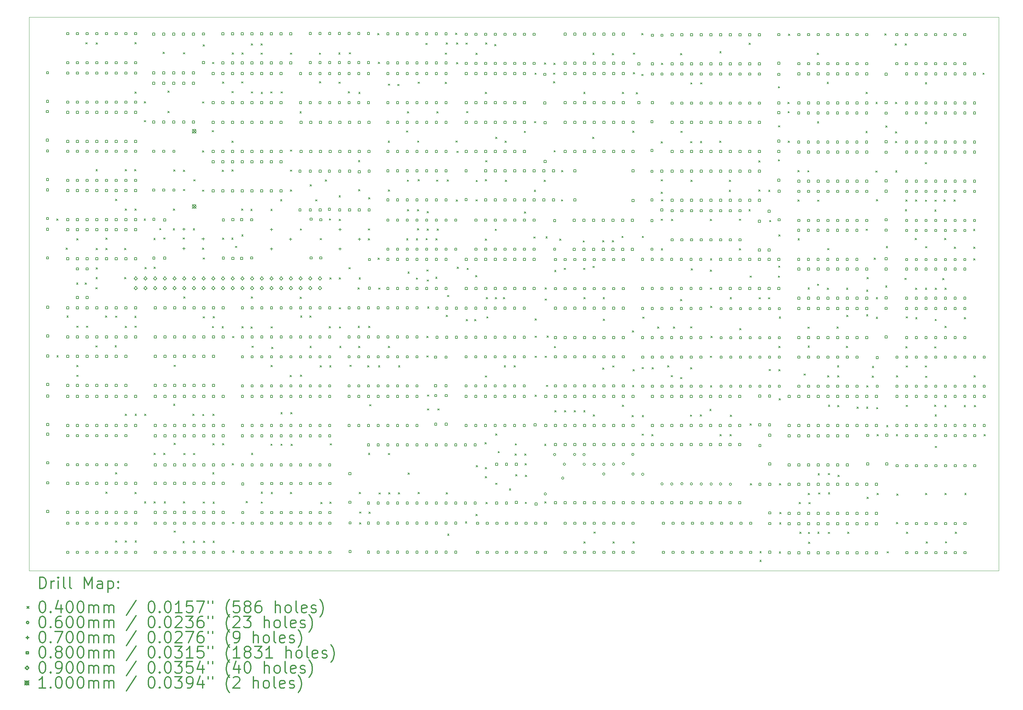
<source format=gbr>
%FSLAX45Y45*%
G04 Gerber Fmt 4.5, Leading zero omitted, Abs format (unit mm)*
G04 Created by KiCad (PCBNEW (5.1.12)-1) date 2023-01-17 10:30:01*
%MOMM*%
%LPD*%
G01*
G04 APERTURE LIST*
%TA.AperFunction,Profile*%
%ADD10C,0.100000*%
%TD*%
%ADD11C,0.200000*%
%ADD12C,0.300000*%
G04 APERTURE END LIST*
D10*
X27660000Y-1850000D02*
X27660000Y-16350000D01*
X2260000Y-1850000D02*
X27660000Y-1850000D01*
X2260000Y-16350000D02*
X2260000Y-1850000D01*
X27660000Y-16350000D02*
X2260000Y-16350000D01*
D11*
X2985000Y-7134000D02*
X3025000Y-7174000D01*
X3025000Y-7134000D02*
X2985000Y-7174000D01*
X2989000Y-10716000D02*
X3029000Y-10756000D01*
X3029000Y-10716000D02*
X2989000Y-10756000D01*
X3229000Y-7898000D02*
X3269000Y-7938000D01*
X3269000Y-7898000D02*
X3229000Y-7938000D01*
X3252000Y-9677000D02*
X3292000Y-9717000D01*
X3292000Y-9677000D02*
X3252000Y-9717000D01*
X3506000Y-8814000D02*
X3546000Y-8854000D01*
X3546000Y-8814000D02*
X3506000Y-8854000D01*
X3508000Y-7651000D02*
X3548000Y-7691000D01*
X3548000Y-7651000D02*
X3508000Y-7691000D01*
X3509000Y-10970000D02*
X3549000Y-11010000D01*
X3549000Y-10970000D02*
X3509000Y-11010000D01*
X3509000Y-11229000D02*
X3549000Y-11269000D01*
X3549000Y-11229000D02*
X3509000Y-11269000D01*
X3510000Y-9941000D02*
X3550000Y-9981000D01*
X3550000Y-9941000D02*
X3510000Y-9981000D01*
X3727000Y-8813000D02*
X3767000Y-8853000D01*
X3767000Y-8813000D02*
X3727000Y-8853000D01*
X3744000Y-2517000D02*
X3784000Y-2557000D01*
X3784000Y-2517000D02*
X3744000Y-2557000D01*
X3763000Y-9942000D02*
X3803000Y-9982000D01*
X3803000Y-9942000D02*
X3763000Y-9982000D01*
X4009000Y-10459000D02*
X4049000Y-10499000D01*
X4049000Y-10459000D02*
X4009000Y-10499000D01*
X4012000Y-8935000D02*
X4052000Y-8975000D01*
X4052000Y-8935000D02*
X4012000Y-8975000D01*
X4014000Y-5842000D02*
X4054000Y-5882000D01*
X4054000Y-5842000D02*
X4014000Y-5882000D01*
X4014000Y-8668000D02*
X4054000Y-8708000D01*
X4054000Y-8668000D02*
X4014000Y-8708000D01*
X4016000Y-7903000D02*
X4056000Y-7943000D01*
X4056000Y-7903000D02*
X4016000Y-7943000D01*
X4017000Y-8413000D02*
X4057000Y-8453000D01*
X4057000Y-8413000D02*
X4017000Y-8453000D01*
X4018000Y-2520000D02*
X4058000Y-2560000D01*
X4058000Y-2520000D02*
X4018000Y-2560000D01*
X4265000Y-9677000D02*
X4305000Y-9717000D01*
X4305000Y-9677000D02*
X4265000Y-9717000D01*
X4270735Y-7631735D02*
X4310735Y-7671735D01*
X4310735Y-7631735D02*
X4270735Y-7671735D01*
X4271000Y-7903000D02*
X4311000Y-7943000D01*
X4311000Y-7903000D02*
X4271000Y-7943000D01*
X4273000Y-14291000D02*
X4313000Y-14331000D01*
X4313000Y-14291000D02*
X4273000Y-14331000D01*
X4514000Y-10452000D02*
X4554000Y-10492000D01*
X4554000Y-10452000D02*
X4514000Y-10492000D01*
X4524000Y-6616000D02*
X4564000Y-6656000D01*
X4564000Y-6616000D02*
X4524000Y-6656000D01*
X4525000Y-13783000D02*
X4565000Y-13823000D01*
X4565000Y-13783000D02*
X4525000Y-13823000D01*
X4527000Y-15570000D02*
X4567000Y-15610000D01*
X4567000Y-15570000D02*
X4527000Y-15610000D01*
X4528000Y-9678000D02*
X4568000Y-9718000D01*
X4568000Y-9678000D02*
X4528000Y-9718000D01*
X4761000Y-8669000D02*
X4801000Y-8709000D01*
X4801000Y-8669000D02*
X4761000Y-8709000D01*
X4762000Y-7903000D02*
X4802000Y-7943000D01*
X4802000Y-7903000D02*
X4762000Y-7943000D01*
X4777000Y-5842000D02*
X4817000Y-5882000D01*
X4817000Y-5842000D02*
X4777000Y-5882000D01*
X4777000Y-9947000D02*
X4817000Y-9987000D01*
X4817000Y-9947000D02*
X4777000Y-9987000D01*
X4778000Y-12250000D02*
X4818000Y-12290000D01*
X4818000Y-12250000D02*
X4778000Y-12290000D01*
X4779000Y-6870000D02*
X4819000Y-6910000D01*
X4819000Y-6870000D02*
X4779000Y-6910000D01*
X4782000Y-15570000D02*
X4822000Y-15610000D01*
X4822000Y-15570000D02*
X4782000Y-15610000D01*
X5027000Y-5838000D02*
X5067000Y-5878000D01*
X5067000Y-5838000D02*
X5027000Y-5878000D01*
X5029000Y-9686000D02*
X5069000Y-9726000D01*
X5069000Y-9686000D02*
X5029000Y-9726000D01*
X5033000Y-2514000D02*
X5073000Y-2554000D01*
X5073000Y-2514000D02*
X5033000Y-2554000D01*
X5034000Y-3806000D02*
X5074000Y-3846000D01*
X5074000Y-3806000D02*
X5034000Y-3846000D01*
X5034000Y-9942000D02*
X5074000Y-9982000D01*
X5074000Y-9942000D02*
X5034000Y-9982000D01*
X5034000Y-14298000D02*
X5074000Y-14338000D01*
X5074000Y-14298000D02*
X5034000Y-14338000D01*
X5035000Y-6872000D02*
X5075000Y-6912000D01*
X5075000Y-6872000D02*
X5035000Y-6912000D01*
X5037000Y-12251000D02*
X5077000Y-12291000D01*
X5077000Y-12251000D02*
X5037000Y-12291000D01*
X5037000Y-15568000D02*
X5077000Y-15608000D01*
X5077000Y-15568000D02*
X5037000Y-15608000D01*
X5275000Y-7135000D02*
X5315000Y-7175000D01*
X5315000Y-7135000D02*
X5275000Y-7175000D01*
X5277000Y-4557000D02*
X5317000Y-4597000D01*
X5317000Y-4557000D02*
X5277000Y-4597000D01*
X5282000Y-4060000D02*
X5322000Y-4100000D01*
X5322000Y-4060000D02*
X5282000Y-4100000D01*
X5284000Y-14545000D02*
X5324000Y-14585000D01*
X5324000Y-14545000D02*
X5284000Y-14585000D01*
X5289000Y-12248000D02*
X5329000Y-12288000D01*
X5329000Y-12248000D02*
X5289000Y-12288000D01*
X5293000Y-8406000D02*
X5333000Y-8446000D01*
X5333000Y-8406000D02*
X5293000Y-8446000D01*
X5528000Y-7640000D02*
X5568000Y-7680000D01*
X5568000Y-7640000D02*
X5528000Y-7680000D01*
X5532000Y-13273000D02*
X5572000Y-13313000D01*
X5572000Y-13273000D02*
X5532000Y-13313000D01*
X5535000Y-14543000D02*
X5575000Y-14583000D01*
X5575000Y-14543000D02*
X5535000Y-14583000D01*
X5536000Y-8395000D02*
X5576000Y-8435000D01*
X5576000Y-8395000D02*
X5536000Y-8435000D01*
X5681000Y-7385000D02*
X5721000Y-7425000D01*
X5721000Y-7385000D02*
X5681000Y-7425000D01*
X5770000Y-2768000D02*
X5810000Y-2808000D01*
X5810000Y-2768000D02*
X5770000Y-2808000D01*
X5786000Y-7631000D02*
X5826000Y-7671000D01*
X5826000Y-7631000D02*
X5786000Y-7671000D01*
X5786000Y-13273000D02*
X5826000Y-13313000D01*
X5826000Y-13273000D02*
X5786000Y-13313000D01*
X5800000Y-14543000D02*
X5840000Y-14583000D01*
X5840000Y-14543000D02*
X5800000Y-14583000D01*
X5899000Y-3780000D02*
X5939000Y-3820000D01*
X5939000Y-3780000D02*
X5899000Y-3820000D01*
X5899000Y-4313000D02*
X5939000Y-4353000D01*
X5939000Y-4313000D02*
X5899000Y-4353000D01*
X6037000Y-7386000D02*
X6077000Y-7426000D01*
X6077000Y-7386000D02*
X6037000Y-7426000D01*
X6040000Y-6873000D02*
X6080000Y-6913000D01*
X6080000Y-6873000D02*
X6040000Y-6913000D01*
X6046000Y-11984000D02*
X6086000Y-12024000D01*
X6086000Y-11984000D02*
X6046000Y-12024000D01*
X6048000Y-5846000D02*
X6088000Y-5886000D01*
X6088000Y-5846000D02*
X6048000Y-5886000D01*
X6056000Y-10966000D02*
X6096000Y-11006000D01*
X6096000Y-10966000D02*
X6056000Y-11006000D01*
X6057000Y-13012000D02*
X6097000Y-13052000D01*
X6097000Y-13012000D02*
X6057000Y-13052000D01*
X6058000Y-15310000D02*
X6098000Y-15350000D01*
X6098000Y-15310000D02*
X6058000Y-15350000D01*
X6292000Y-15584000D02*
X6332000Y-15624000D01*
X6332000Y-15584000D02*
X6292000Y-15624000D01*
X6298000Y-7631000D02*
X6338000Y-7671000D01*
X6338000Y-7631000D02*
X6298000Y-7671000D01*
X6303000Y-14546000D02*
X6343000Y-14586000D01*
X6343000Y-14546000D02*
X6303000Y-14586000D01*
X6305000Y-5858000D02*
X6345000Y-5898000D01*
X6345000Y-5858000D02*
X6305000Y-5898000D01*
X6305000Y-6359000D02*
X6345000Y-6399000D01*
X6345000Y-6359000D02*
X6305000Y-6399000D01*
X6306000Y-2779000D02*
X6346000Y-2819000D01*
X6346000Y-2779000D02*
X6306000Y-2819000D01*
X6311000Y-9176000D02*
X6351000Y-9216000D01*
X6351000Y-9176000D02*
X6311000Y-9216000D01*
X6311000Y-13278000D02*
X6351000Y-13318000D01*
X6351000Y-13278000D02*
X6311000Y-13318000D01*
X6552000Y-12248000D02*
X6592000Y-12288000D01*
X6592000Y-12248000D02*
X6552000Y-12288000D01*
X6562000Y-7391000D02*
X6602000Y-7431000D01*
X6602000Y-7391000D02*
X6562000Y-7431000D01*
X6562000Y-15573000D02*
X6602000Y-15613000D01*
X6602000Y-15573000D02*
X6562000Y-15613000D01*
X6565000Y-13278000D02*
X6605000Y-13318000D01*
X6605000Y-13278000D02*
X6565000Y-13318000D01*
X6573000Y-6107000D02*
X6613000Y-6147000D01*
X6613000Y-6107000D02*
X6573000Y-6147000D01*
X6802000Y-7896000D02*
X6842000Y-7936000D01*
X6842000Y-7896000D02*
X6802000Y-7936000D01*
X6804000Y-5347000D02*
X6844000Y-5387000D01*
X6844000Y-5347000D02*
X6804000Y-5387000D01*
X6806000Y-4065000D02*
X6846000Y-4105000D01*
X6846000Y-4065000D02*
X6806000Y-4105000D01*
X6806000Y-6377000D02*
X6846000Y-6417000D01*
X6846000Y-6377000D02*
X6806000Y-6417000D01*
X6808000Y-12254000D02*
X6848000Y-12294000D01*
X6848000Y-12254000D02*
X6808000Y-12294000D01*
X6817000Y-8156000D02*
X6857000Y-8196000D01*
X6857000Y-8156000D02*
X6817000Y-8196000D01*
X6817000Y-14548000D02*
X6857000Y-14588000D01*
X6857000Y-14548000D02*
X6817000Y-14588000D01*
X6818000Y-9696000D02*
X6858000Y-9736000D01*
X6858000Y-9696000D02*
X6818000Y-9736000D01*
X6823000Y-2573000D02*
X6863000Y-2613000D01*
X6863000Y-2573000D02*
X6823000Y-2613000D01*
X6827000Y-15573000D02*
X6867000Y-15613000D01*
X6867000Y-15573000D02*
X6827000Y-15613000D01*
X7059765Y-4818235D02*
X7099765Y-4858235D01*
X7099765Y-4818235D02*
X7059765Y-4858235D01*
X7061000Y-9949000D02*
X7101000Y-9989000D01*
X7101000Y-9949000D02*
X7061000Y-9989000D01*
X7068000Y-3032000D02*
X7108000Y-3072000D01*
X7108000Y-3032000D02*
X7068000Y-3072000D01*
X7070000Y-13783000D02*
X7110000Y-13823000D01*
X7110000Y-13783000D02*
X7070000Y-13823000D01*
X7073000Y-12246000D02*
X7113000Y-12286000D01*
X7113000Y-12246000D02*
X7073000Y-12286000D01*
X7074000Y-13021000D02*
X7114000Y-13061000D01*
X7114000Y-13021000D02*
X7074000Y-13061000D01*
X7078000Y-14549000D02*
X7118000Y-14589000D01*
X7118000Y-14549000D02*
X7078000Y-14589000D01*
X7078000Y-15578000D02*
X7118000Y-15618000D01*
X7118000Y-15578000D02*
X7078000Y-15618000D01*
X7082000Y-9694000D02*
X7122000Y-9734000D01*
X7122000Y-9694000D02*
X7082000Y-9734000D01*
X7315000Y-9953000D02*
X7355000Y-9993000D01*
X7355000Y-9953000D02*
X7315000Y-9993000D01*
X7321000Y-5855000D02*
X7361000Y-5895000D01*
X7361000Y-5855000D02*
X7321000Y-5895000D01*
X7327000Y-3542000D02*
X7367000Y-3582000D01*
X7367000Y-3542000D02*
X7327000Y-3582000D01*
X7330000Y-13021000D02*
X7370000Y-13061000D01*
X7370000Y-13021000D02*
X7330000Y-13061000D01*
X7331000Y-7632999D02*
X7371000Y-7672999D01*
X7371000Y-7632999D02*
X7331000Y-7672999D01*
X7570000Y-7635000D02*
X7610000Y-7675000D01*
X7610000Y-7635000D02*
X7570000Y-7675000D01*
X7573000Y-3795000D02*
X7613000Y-3835000D01*
X7613000Y-3795000D02*
X7573000Y-3835000D01*
X7575000Y-5847000D02*
X7615000Y-5887000D01*
X7615000Y-5847000D02*
X7575000Y-5887000D01*
X7576000Y-5093000D02*
X7616000Y-5133000D01*
X7616000Y-5093000D02*
X7576000Y-5133000D01*
X7581000Y-13545000D02*
X7621000Y-13585000D01*
X7621000Y-13545000D02*
X7581000Y-13585000D01*
X7584000Y-2784000D02*
X7624000Y-2824000D01*
X7624000Y-2784000D02*
X7584000Y-2824000D01*
X7589000Y-15080000D02*
X7629000Y-15120000D01*
X7629000Y-15080000D02*
X7589000Y-15120000D01*
X7592000Y-10212000D02*
X7632000Y-10252000D01*
X7632000Y-10212000D02*
X7592000Y-10252000D01*
X7594000Y-15828000D02*
X7634000Y-15868000D01*
X7634000Y-15828000D02*
X7594000Y-15868000D01*
X7667000Y-7851000D02*
X7707000Y-7891000D01*
X7707000Y-7851000D02*
X7667000Y-7891000D01*
X7829000Y-3540000D02*
X7869000Y-3580000D01*
X7869000Y-3540000D02*
X7829000Y-3580000D01*
X7830000Y-6875000D02*
X7870000Y-6915000D01*
X7870000Y-6875000D02*
X7830000Y-6915000D01*
X7831000Y-7548000D02*
X7871000Y-7588000D01*
X7871000Y-7548000D02*
X7831000Y-7588000D01*
X7836000Y-2782000D02*
X7876000Y-2822000D01*
X7876000Y-2782000D02*
X7836000Y-2822000D01*
X7838000Y-9957000D02*
X7878000Y-9997000D01*
X7878000Y-9957000D02*
X7838000Y-9997000D01*
X7949000Y-14534499D02*
X7989000Y-14574499D01*
X7989000Y-14534499D02*
X7949000Y-14574499D01*
X8070000Y-6878000D02*
X8110000Y-6918000D01*
X8110000Y-6878000D02*
X8070000Y-6918000D01*
X8076000Y-9960000D02*
X8116000Y-10000000D01*
X8116000Y-9960000D02*
X8076000Y-10000000D01*
X8081000Y-9177000D02*
X8121000Y-9217000D01*
X8121000Y-9177000D02*
X8081000Y-9217000D01*
X8083000Y-2547000D02*
X8123000Y-2587000D01*
X8123000Y-2547000D02*
X8083000Y-2587000D01*
X8083000Y-3803000D02*
X8123000Y-3843000D01*
X8123000Y-3803000D02*
X8083000Y-3843000D01*
X8086000Y-13274000D02*
X8126000Y-13314000D01*
X8126000Y-13274000D02*
X8086000Y-13314000D01*
X8097000Y-10467000D02*
X8137000Y-10507000D01*
X8137000Y-10467000D02*
X8097000Y-10507000D01*
X8335000Y-2786000D02*
X8375000Y-2826000D01*
X8375000Y-2786000D02*
X8335000Y-2826000D01*
X8338000Y-2544000D02*
X8378000Y-2584000D01*
X8378000Y-2544000D02*
X8338000Y-2584000D01*
X8339000Y-3813000D02*
X8379000Y-3853000D01*
X8379000Y-3813000D02*
X8339000Y-3853000D01*
X8339000Y-14287000D02*
X8379000Y-14327000D01*
X8379000Y-14287000D02*
X8339000Y-14327000D01*
X8339000Y-14547000D02*
X8379000Y-14587000D01*
X8379000Y-14547000D02*
X8339000Y-14587000D01*
X8592000Y-3803000D02*
X8632000Y-3843000D01*
X8632000Y-3803000D02*
X8592000Y-3843000D01*
X8593000Y-6881000D02*
X8633000Y-6921000D01*
X8633000Y-6881000D02*
X8593000Y-6921000D01*
X8594000Y-13032000D02*
X8634000Y-13072000D01*
X8634000Y-13032000D02*
X8594000Y-13072000D01*
X8596000Y-9959000D02*
X8636000Y-9999000D01*
X8636000Y-9959000D02*
X8596000Y-9999000D01*
X8596000Y-10968000D02*
X8636000Y-11008000D01*
X8636000Y-10968000D02*
X8596000Y-11008000D01*
X8603000Y-14299000D02*
X8643000Y-14339000D01*
X8643000Y-14299000D02*
X8603000Y-14339000D01*
X8616500Y-10496500D02*
X8656500Y-10536500D01*
X8656500Y-10496500D02*
X8616500Y-10536500D01*
X8848000Y-6624000D02*
X8888000Y-6664000D01*
X8888000Y-6624000D02*
X8848000Y-6664000D01*
X8856000Y-12205000D02*
X8896000Y-12245000D01*
X8896000Y-12205000D02*
X8856000Y-12245000D01*
X8856000Y-13032000D02*
X8896000Y-13072000D01*
X8896000Y-13032000D02*
X8856000Y-13072000D01*
X8858000Y-3802000D02*
X8898000Y-3842000D01*
X8898000Y-3802000D02*
X8858000Y-3842000D01*
X9098000Y-11232000D02*
X9138000Y-11272000D01*
X9138000Y-11232000D02*
X9098000Y-11272000D01*
X9105000Y-5852000D02*
X9145000Y-5892000D01*
X9145000Y-5852000D02*
X9105000Y-5892000D01*
X9105000Y-14300000D02*
X9145000Y-14340000D01*
X9145000Y-14300000D02*
X9105000Y-14340000D01*
X9107000Y-2788000D02*
X9147000Y-2828000D01*
X9147000Y-2788000D02*
X9107000Y-2828000D01*
X9107000Y-5328000D02*
X9147000Y-5368000D01*
X9147000Y-5328000D02*
X9107000Y-5368000D01*
X9107000Y-6371000D02*
X9147000Y-6411000D01*
X9147000Y-6371000D02*
X9107000Y-6411000D01*
X9112000Y-12206000D02*
X9152000Y-12246000D01*
X9152000Y-12206000D02*
X9112000Y-12246000D01*
X9121000Y-13034000D02*
X9161000Y-13074000D01*
X9161000Y-13034000D02*
X9121000Y-13074000D01*
X9356000Y-4326000D02*
X9396000Y-4366000D01*
X9396000Y-4326000D02*
X9356000Y-4366000D01*
X9360000Y-9184000D02*
X9400000Y-9224000D01*
X9400000Y-9184000D02*
X9360000Y-9224000D01*
X9365000Y-7392000D02*
X9405000Y-7432000D01*
X9405000Y-7392000D02*
X9365000Y-7432000D01*
X9367000Y-11224000D02*
X9407000Y-11264000D01*
X9407000Y-11224000D02*
X9367000Y-11264000D01*
X9372000Y-9676000D02*
X9412000Y-9716000D01*
X9412000Y-9676000D02*
X9372000Y-9716000D01*
X9615000Y-9673000D02*
X9655000Y-9713000D01*
X9655000Y-9673000D02*
X9615000Y-9713000D01*
X9619000Y-10470000D02*
X9659000Y-10510000D01*
X9659000Y-10470000D02*
X9619000Y-10510000D01*
X9622000Y-6238000D02*
X9662000Y-6278000D01*
X9662000Y-6238000D02*
X9622000Y-6278000D01*
X9766000Y-6631000D02*
X9806000Y-6671000D01*
X9806000Y-6631000D02*
X9766000Y-6671000D01*
X9864000Y-2788000D02*
X9904000Y-2828000D01*
X9904000Y-2788000D02*
X9864000Y-2828000D01*
X9867000Y-3537000D02*
X9907000Y-3577000D01*
X9907000Y-3537000D02*
X9867000Y-3577000D01*
X9882000Y-10980000D02*
X9922000Y-11020000D01*
X9922000Y-10980000D02*
X9882000Y-11020000D01*
X9885000Y-7648000D02*
X9925000Y-7688000D01*
X9925000Y-7648000D02*
X9885000Y-7688000D01*
X9899000Y-14557000D02*
X9939000Y-14597000D01*
X9939000Y-14557000D02*
X9899000Y-14597000D01*
X10022000Y-6113000D02*
X10062000Y-6153000D01*
X10062000Y-6113000D02*
X10022000Y-6153000D01*
X10119000Y-9952000D02*
X10159000Y-9992000D01*
X10159000Y-9952000D02*
X10119000Y-9992000D01*
X10127000Y-7130000D02*
X10167000Y-7170000D01*
X10167000Y-7130000D02*
X10127000Y-7170000D01*
X10134000Y-10981000D02*
X10174000Y-11021000D01*
X10174000Y-10981000D02*
X10134000Y-11021000D01*
X10138000Y-8677000D02*
X10178000Y-8717000D01*
X10178000Y-8677000D02*
X10138000Y-8717000D01*
X10139000Y-14554000D02*
X10179000Y-14594000D01*
X10179000Y-14554000D02*
X10139000Y-14594000D01*
X10147000Y-13023000D02*
X10187000Y-13063000D01*
X10187000Y-13023000D02*
X10147000Y-13063000D01*
X10372000Y-2782000D02*
X10412000Y-2822000D01*
X10412000Y-2782000D02*
X10372000Y-2822000D01*
X10375000Y-3548000D02*
X10415000Y-3588000D01*
X10415000Y-3548000D02*
X10375000Y-3588000D01*
X10380000Y-6524000D02*
X10420000Y-6564000D01*
X10420000Y-6524000D02*
X10380000Y-6564000D01*
X10383000Y-7146000D02*
X10423000Y-7186000D01*
X10423000Y-7146000D02*
X10383000Y-7186000D01*
X10384000Y-8676000D02*
X10424000Y-8716000D01*
X10424000Y-8676000D02*
X10384000Y-8716000D01*
X10387000Y-9460000D02*
X10427000Y-9500000D01*
X10427000Y-9460000D02*
X10387000Y-9500000D01*
X10388000Y-9958000D02*
X10428000Y-9998000D01*
X10428000Y-9958000D02*
X10388000Y-9998000D01*
X10397000Y-10469000D02*
X10437000Y-10509000D01*
X10437000Y-10469000D02*
X10397000Y-10509000D01*
X10624000Y-3799499D02*
X10664000Y-3839499D01*
X10664000Y-3799499D02*
X10624000Y-3839499D01*
X10641000Y-8409000D02*
X10681000Y-8449000D01*
X10681000Y-8409000D02*
X10641000Y-8449000D01*
X10645000Y-2779000D02*
X10685000Y-2819000D01*
X10685000Y-2779000D02*
X10645000Y-2819000D01*
X10662000Y-10967000D02*
X10702000Y-11007000D01*
X10702000Y-10967000D02*
X10662000Y-11007000D01*
X10875000Y-8937000D02*
X10915000Y-8977000D01*
X10915000Y-8937000D02*
X10875000Y-8977000D01*
X10879000Y-9945000D02*
X10919000Y-9985000D01*
X10919000Y-9945000D02*
X10879000Y-9985000D01*
X10889000Y-5602000D02*
X10929000Y-5642000D01*
X10929000Y-5602000D02*
X10889000Y-5642000D01*
X10890000Y-10472000D02*
X10930000Y-10512000D01*
X10930000Y-10472000D02*
X10890000Y-10512000D01*
X10894000Y-6365000D02*
X10934000Y-6405000D01*
X10934000Y-6365000D02*
X10894000Y-6405000D01*
X10896000Y-3813000D02*
X10936000Y-3853000D01*
X10936000Y-3813000D02*
X10896000Y-3853000D01*
X10905000Y-8675000D02*
X10945000Y-8715000D01*
X10945000Y-8675000D02*
X10905000Y-8715000D01*
X10911000Y-14298000D02*
X10951000Y-14338000D01*
X10951000Y-14298000D02*
X10911000Y-14338000D01*
X10917000Y-14809000D02*
X10957000Y-14849000D01*
X10957000Y-14809000D02*
X10917000Y-14849000D01*
X10917000Y-15092000D02*
X10957000Y-15132000D01*
X10957000Y-15092000D02*
X10917000Y-15132000D01*
X11130000Y-10978000D02*
X11170000Y-11018000D01*
X11170000Y-10978000D02*
X11130000Y-11018000D01*
X11145000Y-7392000D02*
X11185000Y-7432000D01*
X11185000Y-7392000D02*
X11145000Y-7432000D01*
X11148000Y-7652000D02*
X11188000Y-7692000D01*
X11188000Y-7652000D02*
X11148000Y-7692000D01*
X11150000Y-13276000D02*
X11190000Y-13316000D01*
X11190000Y-13276000D02*
X11150000Y-13316000D01*
X11153000Y-9946000D02*
X11193000Y-9986000D01*
X11193000Y-9946000D02*
X11153000Y-9986000D01*
X11155000Y-6576000D02*
X11195000Y-6616000D01*
X11195000Y-6576000D02*
X11155000Y-6616000D01*
X11165000Y-14814000D02*
X11205000Y-14854000D01*
X11205000Y-14814000D02*
X11165000Y-14854000D01*
X11178999Y-11998001D02*
X11218999Y-12038001D01*
X11218999Y-11998001D02*
X11178999Y-12038001D01*
X11394000Y-2274000D02*
X11434000Y-2314000D01*
X11434000Y-2274000D02*
X11394000Y-2314000D01*
X11403497Y-8161497D02*
X11443497Y-8201497D01*
X11443497Y-8161497D02*
X11403497Y-8201497D01*
X11411000Y-3031000D02*
X11451000Y-3071000D01*
X11451000Y-3031000D02*
X11411000Y-3071000D01*
X11414000Y-10979000D02*
X11454000Y-11019000D01*
X11454000Y-10979000D02*
X11414000Y-11019000D01*
X11417000Y-8943000D02*
X11457000Y-8983000D01*
X11457000Y-8943000D02*
X11417000Y-8983000D01*
X11427000Y-14311000D02*
X11467000Y-14351000D01*
X11467000Y-14311000D02*
X11427000Y-14351000D01*
X11668000Y-5097000D02*
X11708000Y-5137000D01*
X11708000Y-5097000D02*
X11668000Y-5137000D01*
X11669000Y-10471000D02*
X11709000Y-10511000D01*
X11709000Y-10471000D02*
X11669000Y-10511000D01*
X11670000Y-13278000D02*
X11710000Y-13318000D01*
X11710000Y-13278000D02*
X11670000Y-13318000D01*
X11671000Y-3600000D02*
X11711000Y-3640000D01*
X11711000Y-3600000D02*
X11671000Y-3640000D01*
X11673000Y-6370000D02*
X11713000Y-6410000D01*
X11713000Y-6370000D02*
X11673000Y-6410000D01*
X11678000Y-14305000D02*
X11718000Y-14345000D01*
X11718000Y-14305000D02*
X11678000Y-14345000D01*
X11920000Y-3609000D02*
X11960000Y-3649000D01*
X11960000Y-3609000D02*
X11920000Y-3649000D01*
X11934000Y-14309000D02*
X11974000Y-14349000D01*
X11974000Y-14309000D02*
X11934000Y-14349000D01*
X11938000Y-10980000D02*
X11978000Y-11020000D01*
X11978000Y-10980000D02*
X11938000Y-11020000D01*
X12146000Y-4828000D02*
X12186000Y-4868000D01*
X12186000Y-4828000D02*
X12146000Y-4868000D01*
X12150000Y-7651000D02*
X12190000Y-7691000D01*
X12190000Y-7651000D02*
X12150000Y-7691000D01*
X12167000Y-6115000D02*
X12207000Y-6155000D01*
X12207000Y-6115000D02*
X12167000Y-6155000D01*
X12169000Y-4322000D02*
X12209000Y-4362000D01*
X12209000Y-4322000D02*
X12169000Y-4362000D01*
X12171000Y-6889000D02*
X12211000Y-6929000D01*
X12211000Y-6889000D02*
X12171000Y-6929000D01*
X12183000Y-8525000D02*
X12223000Y-8565000D01*
X12223000Y-8525000D02*
X12183000Y-8565000D01*
X12189000Y-13787000D02*
X12229000Y-13827000D01*
X12229000Y-13787000D02*
X12189000Y-13827000D01*
X12403000Y-7650000D02*
X12443000Y-7690000D01*
X12443000Y-7650000D02*
X12403000Y-7690000D01*
X12403000Y-8679000D02*
X12443000Y-8719000D01*
X12443000Y-8679000D02*
X12403000Y-8719000D01*
X12434000Y-6890000D02*
X12474000Y-6930000D01*
X12474000Y-6890000D02*
X12434000Y-6930000D01*
X12435000Y-7387000D02*
X12475000Y-7427000D01*
X12475000Y-7387000D02*
X12435000Y-7427000D01*
X12437000Y-5091000D02*
X12477000Y-5131000D01*
X12477000Y-5091000D02*
X12437000Y-5131000D01*
X12449000Y-6102000D02*
X12489000Y-6142000D01*
X12489000Y-6102000D02*
X12449000Y-6142000D01*
X12449000Y-14297000D02*
X12489000Y-14337000D01*
X12489000Y-14297000D02*
X12449000Y-14337000D01*
X12451000Y-3548000D02*
X12491000Y-3588000D01*
X12491000Y-3548000D02*
X12451000Y-3588000D01*
X12655000Y-2532000D02*
X12695000Y-2572000D01*
X12695000Y-2532000D02*
X12655000Y-2572000D01*
X12657000Y-7648000D02*
X12697000Y-7688000D01*
X12697000Y-7648000D02*
X12657000Y-7688000D01*
X12678998Y-8467998D02*
X12718998Y-8507998D01*
X12718998Y-8467998D02*
X12678998Y-8507998D01*
X12679000Y-10721000D02*
X12719000Y-10761000D01*
X12719000Y-10721000D02*
X12679000Y-10761000D01*
X12682000Y-10211000D02*
X12722000Y-10251000D01*
X12722000Y-10211000D02*
X12682000Y-10251000D01*
X12687000Y-6942000D02*
X12727000Y-6982000D01*
X12727000Y-6942000D02*
X12687000Y-6982000D01*
X12687000Y-7395000D02*
X12727000Y-7435000D01*
X12727000Y-7395000D02*
X12687000Y-7435000D01*
X12690000Y-8730000D02*
X12730000Y-8770000D01*
X12730000Y-8730000D02*
X12690000Y-8770000D01*
X12695000Y-12109000D02*
X12735000Y-12149000D01*
X12735000Y-12109000D02*
X12695000Y-12149000D01*
X12697000Y-11745000D02*
X12737000Y-11785000D01*
X12737000Y-11745000D02*
X12697000Y-11785000D01*
X12700000Y-9439000D02*
X12740000Y-9479000D01*
X12740000Y-9439000D02*
X12700000Y-9479000D01*
X12912000Y-8656000D02*
X12952000Y-8696000D01*
X12952000Y-8656000D02*
X12912000Y-8696000D01*
X12915500Y-7654000D02*
X12955500Y-7694000D01*
X12955500Y-7654000D02*
X12915500Y-7694000D01*
X12930000Y-6115000D02*
X12970000Y-6155000D01*
X12970000Y-6115000D02*
X12930000Y-6155000D01*
X12943000Y-4321000D02*
X12983000Y-4361000D01*
X12983000Y-4321000D02*
X12943000Y-4361000D01*
X12951000Y-7398000D02*
X12991000Y-7438000D01*
X12991000Y-7398000D02*
X12951000Y-7438000D01*
X12964000Y-12109000D02*
X13004000Y-12149000D01*
X13004000Y-12109000D02*
X12964000Y-12149000D01*
X13163000Y-2788000D02*
X13203000Y-2828000D01*
X13203000Y-2788000D02*
X13163000Y-2828000D01*
X13163000Y-3555000D02*
X13203000Y-3595000D01*
X13203000Y-3555000D02*
X13163000Y-3595000D01*
X13184000Y-14307000D02*
X13224000Y-14347000D01*
X13224000Y-14307000D02*
X13184000Y-14347000D01*
X13186000Y-9659000D02*
X13226000Y-9699000D01*
X13226000Y-9659000D02*
X13186000Y-9699000D01*
X13189000Y-2523000D02*
X13229000Y-2563000D01*
X13229000Y-2523000D02*
X13189000Y-2563000D01*
X13212000Y-6112000D02*
X13252000Y-6152000D01*
X13252000Y-6112000D02*
X13212000Y-6152000D01*
X13221000Y-9136000D02*
X13261000Y-9176000D01*
X13261000Y-9136000D02*
X13221000Y-9176000D01*
X13224000Y-15388000D02*
X13264000Y-15428000D01*
X13264000Y-15388000D02*
X13224000Y-15428000D01*
X13434000Y-2269000D02*
X13474000Y-2309000D01*
X13474000Y-2269000D02*
X13434000Y-2309000D01*
X13442000Y-5091000D02*
X13482000Y-5131000D01*
X13482000Y-5091000D02*
X13442000Y-5131000D01*
X13450000Y-6636000D02*
X13490000Y-6676000D01*
X13490000Y-6636000D02*
X13450000Y-6676000D01*
X13458000Y-2521000D02*
X13498000Y-2561000D01*
X13498000Y-2521000D02*
X13458000Y-2561000D01*
X13459000Y-3034000D02*
X13499000Y-3074000D01*
X13499000Y-3034000D02*
X13459000Y-3074000D01*
X13468000Y-5361000D02*
X13508000Y-5401000D01*
X13508000Y-5361000D02*
X13468000Y-5401000D01*
X13474000Y-8396000D02*
X13514000Y-8436000D01*
X13514000Y-8396000D02*
X13474000Y-8436000D01*
X13691000Y-15069000D02*
X13731000Y-15109000D01*
X13731000Y-15069000D02*
X13691000Y-15109000D01*
X13705000Y-2524000D02*
X13745000Y-2564000D01*
X13745000Y-2524000D02*
X13705000Y-2564000D01*
X13713000Y-9770000D02*
X13753000Y-9810000D01*
X13753000Y-9770000D02*
X13713000Y-9810000D01*
X13718000Y-4319000D02*
X13758000Y-4359000D01*
X13758000Y-4319000D02*
X13718000Y-4359000D01*
X13734000Y-8425000D02*
X13774000Y-8465000D01*
X13774000Y-8425000D02*
X13734000Y-8465000D01*
X13930000Y-9766000D02*
X13970000Y-9806000D01*
X13970000Y-9766000D02*
X13930000Y-9806000D01*
X13958000Y-8616000D02*
X13998000Y-8656000D01*
X13998000Y-8616000D02*
X13958000Y-8656000D01*
X13963000Y-6632000D02*
X14003000Y-6672000D01*
X14003000Y-6632000D02*
X13963000Y-6672000D01*
X13964000Y-2791000D02*
X14004000Y-2831000D01*
X14004000Y-2791000D02*
X13964000Y-2831000D01*
X13965000Y-14872000D02*
X14005000Y-14912000D01*
X14005000Y-14872000D02*
X13965000Y-14912000D01*
X13971000Y-6122000D02*
X14011000Y-6162000D01*
X14011000Y-6122000D02*
X13971000Y-6162000D01*
X13972000Y-13597000D02*
X14012000Y-13637000D01*
X14012000Y-13597000D02*
X13972000Y-13637000D01*
X14200000Y-12996000D02*
X14240000Y-13036000D01*
X14240000Y-12996000D02*
X14200000Y-13036000D01*
X14209000Y-7657000D02*
X14249000Y-7697000D01*
X14249000Y-7657000D02*
X14209000Y-7697000D01*
X14209000Y-13646000D02*
X14249000Y-13686000D01*
X14249000Y-13646000D02*
X14209000Y-13686000D01*
X14212000Y-11246000D02*
X14252000Y-11286000D01*
X14252000Y-11246000D02*
X14212000Y-11286000D01*
X14212000Y-13885000D02*
X14252000Y-13925000D01*
X14252000Y-13885000D02*
X14212000Y-13925000D01*
X14213000Y-3818000D02*
X14253000Y-3858000D01*
X14253000Y-3818000D02*
X14213000Y-3858000D01*
X14213000Y-6102000D02*
X14253000Y-6142000D01*
X14253000Y-6102000D02*
X14213000Y-6142000D01*
X14218000Y-2523000D02*
X14258000Y-2563000D01*
X14258000Y-2523000D02*
X14218000Y-2563000D01*
X14219000Y-5606000D02*
X14259000Y-5646000D01*
X14259000Y-5606000D02*
X14219000Y-5646000D01*
X14229000Y-14563000D02*
X14269000Y-14603000D01*
X14269000Y-14563000D02*
X14229000Y-14603000D01*
X14238000Y-9192000D02*
X14278000Y-9232000D01*
X14278000Y-9192000D02*
X14238000Y-9232000D01*
X14249000Y-9697000D02*
X14289000Y-9737000D01*
X14289000Y-9697000D02*
X14249000Y-9737000D01*
X14460000Y-2565000D02*
X14500000Y-2605000D01*
X14500000Y-2565000D02*
X14460000Y-2605000D01*
X14469000Y-7401000D02*
X14509000Y-7441000D01*
X14509000Y-7401000D02*
X14469000Y-7441000D01*
X14472000Y-9191000D02*
X14512000Y-9231000D01*
X14512000Y-9191000D02*
X14472000Y-9231000D01*
X14483000Y-4992000D02*
X14523000Y-5032000D01*
X14523000Y-4992000D02*
X14483000Y-5032000D01*
X14485000Y-12768000D02*
X14525000Y-12808000D01*
X14525000Y-12768000D02*
X14485000Y-12808000D01*
X14485000Y-14056000D02*
X14525000Y-14096000D01*
X14525000Y-14056000D02*
X14485000Y-14096000D01*
X14545000Y-13227000D02*
X14585000Y-13267000D01*
X14585000Y-13227000D02*
X14545000Y-13267000D01*
X14686000Y-9193000D02*
X14726000Y-9233000D01*
X14726000Y-9193000D02*
X14686000Y-9233000D01*
X14707000Y-10979000D02*
X14747000Y-11019000D01*
X14747000Y-10979000D02*
X14707000Y-11019000D01*
X14729000Y-5092000D02*
X14769000Y-5132000D01*
X14769000Y-5092000D02*
X14729000Y-5132000D01*
X14737000Y-6118000D02*
X14777000Y-6158000D01*
X14777000Y-6118000D02*
X14737000Y-6158000D01*
X14842000Y-14206000D02*
X14882000Y-14246000D01*
X14882000Y-14206000D02*
X14842000Y-14246000D01*
X14965000Y-10977000D02*
X15005000Y-11017000D01*
X15005000Y-10977000D02*
X14965000Y-11017000D01*
X14991000Y-13287000D02*
X15031000Y-13327000D01*
X15031000Y-13287000D02*
X14991000Y-13327000D01*
X14994000Y-13024000D02*
X15034000Y-13064000D01*
X15034000Y-13024000D02*
X14994000Y-13064000D01*
X15007000Y-13834000D02*
X15047000Y-13874000D01*
X15047000Y-13834000D02*
X15007000Y-13874000D01*
X15231000Y-4836000D02*
X15271000Y-4876000D01*
X15271000Y-4836000D02*
X15231000Y-4876000D01*
X15238000Y-6946000D02*
X15278000Y-6986000D01*
X15278000Y-6946000D02*
X15238000Y-6986000D01*
X15246000Y-13290000D02*
X15286000Y-13330000D01*
X15286000Y-13290000D02*
X15246000Y-13330000D01*
X15254000Y-13545000D02*
X15294000Y-13585000D01*
X15294000Y-13545000D02*
X15254000Y-13585000D01*
X15258000Y-14555000D02*
X15298000Y-14595000D01*
X15298000Y-14555000D02*
X15258000Y-14595000D01*
X15259000Y-13848000D02*
X15299000Y-13888000D01*
X15299000Y-13848000D02*
X15259000Y-13888000D01*
X15480000Y-7604000D02*
X15520000Y-7644000D01*
X15520000Y-7604000D02*
X15480000Y-7644000D01*
X15494000Y-6381000D02*
X15534000Y-6421000D01*
X15534000Y-6381000D02*
X15494000Y-6421000D01*
X15498000Y-4582000D02*
X15538000Y-4622000D01*
X15538000Y-4582000D02*
X15498000Y-4622000D01*
X15512000Y-3313000D02*
X15552000Y-3353000D01*
X15552000Y-3313000D02*
X15512000Y-3353000D01*
X15514000Y-11750000D02*
X15554000Y-11790000D01*
X15554000Y-11750000D02*
X15514000Y-11790000D01*
X15515000Y-10728000D02*
X15555000Y-10768000D01*
X15555000Y-10728000D02*
X15515000Y-10768000D01*
X15516000Y-10205000D02*
X15556000Y-10245000D01*
X15556000Y-10205000D02*
X15516000Y-10245000D01*
X15517000Y-9749000D02*
X15557000Y-9789000D01*
X15557000Y-9749000D02*
X15517000Y-9789000D01*
X15754000Y-6118000D02*
X15794000Y-6158000D01*
X15794000Y-6118000D02*
X15754000Y-6158000D01*
X15763000Y-3043000D02*
X15803000Y-3083000D01*
X15803000Y-3043000D02*
X15763000Y-3083000D01*
X15766000Y-13033000D02*
X15806000Y-13073000D01*
X15806000Y-13033000D02*
X15766000Y-13073000D01*
X15768000Y-14546000D02*
X15808000Y-14586000D01*
X15808000Y-14546000D02*
X15768000Y-14586000D01*
X15775000Y-8937000D02*
X15815000Y-8977000D01*
X15815000Y-8937000D02*
X15775000Y-8977000D01*
X15775000Y-10730000D02*
X15815000Y-10770000D01*
X15815000Y-10730000D02*
X15775000Y-10770000D01*
X15776000Y-9230000D02*
X15816000Y-9270000D01*
X15816000Y-9230000D02*
X15776000Y-9270000D01*
X15799000Y-7602000D02*
X15839000Y-7642000D01*
X15839000Y-7602000D02*
X15799000Y-7642000D01*
X15813000Y-11490000D02*
X15853000Y-11530000D01*
X15853000Y-11490000D02*
X15813000Y-11530000D01*
X15829000Y-10199000D02*
X15869000Y-10239000D01*
X15869000Y-10199000D02*
X15829000Y-10239000D01*
X15998000Y-3312000D02*
X16038000Y-3352000D01*
X16038000Y-3312000D02*
X15998000Y-3352000D01*
X15998000Y-3535000D02*
X16038000Y-3575000D01*
X16038000Y-3535000D02*
X15998000Y-3575000D01*
X16006000Y-3052000D02*
X16046000Y-3092000D01*
X16046000Y-3052000D02*
X16006000Y-3092000D01*
X16011000Y-5344000D02*
X16051000Y-5384000D01*
X16051000Y-5344000D02*
X16011000Y-5384000D01*
X16020000Y-10475000D02*
X16060000Y-10515000D01*
X16060000Y-10475000D02*
X16020000Y-10515000D01*
X16027000Y-8478000D02*
X16067000Y-8518000D01*
X16067000Y-8478000D02*
X16027000Y-8518000D01*
X16030000Y-12154000D02*
X16070000Y-12194000D01*
X16070000Y-12154000D02*
X16030000Y-12194000D01*
X16158000Y-7661000D02*
X16198000Y-7701000D01*
X16198000Y-7661000D02*
X16158000Y-7701000D01*
X16206000Y-6631000D02*
X16246000Y-6671000D01*
X16246000Y-6631000D02*
X16206000Y-6671000D01*
X16210000Y-5866000D02*
X16250000Y-5906000D01*
X16250000Y-5866000D02*
X16210000Y-5906000D01*
X16277000Y-8427000D02*
X16317000Y-8467000D01*
X16317000Y-8427000D02*
X16277000Y-8467000D01*
X16284000Y-12157000D02*
X16324000Y-12197000D01*
X16324000Y-12157000D02*
X16284000Y-12197000D01*
X16537000Y-12157000D02*
X16577000Y-12197000D01*
X16577000Y-12157000D02*
X16537000Y-12197000D01*
X16773000Y-7706000D02*
X16813000Y-7746000D01*
X16813000Y-7706000D02*
X16773000Y-7746000D01*
X16788000Y-8427000D02*
X16828000Y-8467000D01*
X16828000Y-8427000D02*
X16788000Y-8467000D01*
X16789000Y-3817000D02*
X16829000Y-3857000D01*
X16829000Y-3817000D02*
X16789000Y-3857000D01*
X16789000Y-12153000D02*
X16829000Y-12193000D01*
X16829000Y-12153000D02*
X16789000Y-12193000D01*
X16792000Y-15591000D02*
X16832000Y-15631000D01*
X16832000Y-15591000D02*
X16792000Y-15631000D01*
X16793000Y-9193000D02*
X16833000Y-9233000D01*
X16833000Y-9193000D02*
X16793000Y-9233000D01*
X17025000Y-4994000D02*
X17065000Y-5034000D01*
X17065000Y-4994000D02*
X17025000Y-5034000D01*
X17026000Y-2793000D02*
X17066000Y-2833000D01*
X17066000Y-2793000D02*
X17026000Y-2833000D01*
X17032000Y-8376000D02*
X17072000Y-8416000D01*
X17072000Y-8376000D02*
X17032000Y-8416000D01*
X17039000Y-12266000D02*
X17079000Y-12306000D01*
X17079000Y-12266000D02*
X17039000Y-12306000D01*
X17057000Y-15334000D02*
X17097000Y-15374000D01*
X17097000Y-15334000D02*
X17057000Y-15374000D01*
X17286000Y-7704000D02*
X17326000Y-7744000D01*
X17326000Y-7704000D02*
X17286000Y-7744000D01*
X17286000Y-11038000D02*
X17326000Y-11078000D01*
X17326000Y-11038000D02*
X17286000Y-11078000D01*
X17297000Y-9193000D02*
X17337000Y-9233000D01*
X17337000Y-9193000D02*
X17297000Y-9233000D01*
X17300999Y-9757001D02*
X17340999Y-9797001D01*
X17340999Y-9757001D02*
X17300999Y-9797001D01*
X17537000Y-2799000D02*
X17577000Y-2839000D01*
X17577000Y-2799000D02*
X17537000Y-2839000D01*
X17539000Y-7703000D02*
X17579000Y-7743000D01*
X17579000Y-7703000D02*
X17539000Y-7743000D01*
X17549000Y-10984000D02*
X17589000Y-11024000D01*
X17589000Y-10984000D02*
X17549000Y-11024000D01*
X17556000Y-15593000D02*
X17596000Y-15633000D01*
X17596000Y-15593000D02*
X17556000Y-15633000D01*
X17789000Y-7587000D02*
X17829000Y-7627000D01*
X17829000Y-7587000D02*
X17789000Y-7627000D01*
X17804000Y-3816000D02*
X17844000Y-3856000D01*
X17844000Y-3816000D02*
X17804000Y-3856000D01*
X17804000Y-12012000D02*
X17844000Y-12052000D01*
X17844000Y-12012000D02*
X17804000Y-12052000D01*
X18057000Y-12280000D02*
X18097000Y-12320000D01*
X18097000Y-12280000D02*
X18057000Y-12320000D01*
X18066000Y-10067000D02*
X18106000Y-10107000D01*
X18106000Y-10067000D02*
X18066000Y-10107000D01*
X18067000Y-11496000D02*
X18107000Y-11536000D01*
X18107000Y-11496000D02*
X18067000Y-11536000D01*
X18073000Y-4834000D02*
X18113000Y-4874000D01*
X18113000Y-4834000D02*
X18073000Y-4874000D01*
X18078000Y-11079000D02*
X18118000Y-11119000D01*
X18118000Y-11079000D02*
X18078000Y-11119000D01*
X18078000Y-15592000D02*
X18118000Y-15632000D01*
X18118000Y-15592000D02*
X18078000Y-15632000D01*
X18089000Y-2787000D02*
X18129000Y-2827000D01*
X18129000Y-2787000D02*
X18089000Y-2827000D01*
X18089000Y-3301000D02*
X18129000Y-3341000D01*
X18129000Y-3301000D02*
X18089000Y-3341000D01*
X18166000Y-3823000D02*
X18206000Y-3863000D01*
X18206000Y-3823000D02*
X18166000Y-3863000D01*
X18307000Y-3345000D02*
X18347000Y-3385000D01*
X18347000Y-3345000D02*
X18307000Y-3385000D01*
X18308000Y-2275000D02*
X18348000Y-2315000D01*
X18348000Y-2275000D02*
X18308000Y-2315000D01*
X18317000Y-11026000D02*
X18357000Y-11066000D01*
X18357000Y-11026000D02*
X18317000Y-11066000D01*
X18319000Y-12769000D02*
X18359000Y-12809000D01*
X18359000Y-12769000D02*
X18319000Y-12809000D01*
X18321000Y-12280000D02*
X18361000Y-12320000D01*
X18361000Y-12280000D02*
X18321000Y-12320000D01*
X18323000Y-7587000D02*
X18363000Y-7627000D01*
X18363000Y-7587000D02*
X18323000Y-7627000D01*
X18337000Y-9705000D02*
X18377000Y-9745000D01*
X18377000Y-9705000D02*
X18337000Y-9745000D01*
X18569000Y-12782000D02*
X18609000Y-12822000D01*
X18609000Y-12782000D02*
X18569000Y-12822000D01*
X18578000Y-11030000D02*
X18618000Y-11070000D01*
X18618000Y-11030000D02*
X18578000Y-11070000D01*
X18722000Y-9961000D02*
X18762000Y-10001000D01*
X18762000Y-9961000D02*
X18722000Y-10001000D01*
X18816000Y-5111000D02*
X18856000Y-5151000D01*
X18856000Y-5111000D02*
X18816000Y-5151000D01*
X18817000Y-6106000D02*
X18857000Y-6146000D01*
X18857000Y-6106000D02*
X18817000Y-6146000D01*
X18818000Y-6429000D02*
X18858000Y-6469000D01*
X18858000Y-6429000D02*
X18818000Y-6469000D01*
X18819000Y-7140000D02*
X18859000Y-7180000D01*
X18859000Y-7140000D02*
X18819000Y-7180000D01*
X18822000Y-7912000D02*
X18862000Y-7952000D01*
X18862000Y-7912000D02*
X18822000Y-7952000D01*
X18824000Y-3051000D02*
X18864000Y-3091000D01*
X18864000Y-3051000D02*
X18824000Y-3091000D01*
X18824000Y-6630000D02*
X18864000Y-6670000D01*
X18864000Y-6630000D02*
X18824000Y-6670000D01*
X18987000Y-10981000D02*
X19027000Y-11021000D01*
X19027000Y-10981000D02*
X18987000Y-11021000D01*
X19078000Y-11236000D02*
X19118000Y-11276000D01*
X19118000Y-11236000D02*
X19078000Y-11276000D01*
X19086000Y-7142000D02*
X19126000Y-7182000D01*
X19126000Y-7142000D02*
X19086000Y-7182000D01*
X19140000Y-9961000D02*
X19180000Y-10001000D01*
X19180000Y-9961000D02*
X19140000Y-10001000D01*
X19324000Y-2797000D02*
X19364000Y-2837000D01*
X19364000Y-2797000D02*
X19324000Y-2837000D01*
X19327000Y-9242000D02*
X19367000Y-9282000D01*
X19367000Y-9242000D02*
X19327000Y-9282000D01*
X19327000Y-11288000D02*
X19367000Y-11328000D01*
X19367000Y-11288000D02*
X19327000Y-11328000D01*
X19332000Y-4836000D02*
X19372000Y-4876000D01*
X19372000Y-4836000D02*
X19332000Y-4876000D01*
X19584000Y-12270000D02*
X19624000Y-12310000D01*
X19624000Y-12270000D02*
X19584000Y-12310000D01*
X19586000Y-11028000D02*
X19626000Y-11068000D01*
X19626000Y-11028000D02*
X19586000Y-11068000D01*
X19587000Y-5106000D02*
X19627000Y-5146000D01*
X19627000Y-5106000D02*
X19587000Y-5146000D01*
X19589000Y-9959000D02*
X19629000Y-9999000D01*
X19629000Y-9959000D02*
X19589000Y-9999000D01*
X19593000Y-3565000D02*
X19633000Y-3605000D01*
X19633000Y-3565000D02*
X19593000Y-3605000D01*
X19594000Y-6119000D02*
X19634000Y-6159000D01*
X19634000Y-6119000D02*
X19594000Y-6159000D01*
X19606000Y-8437000D02*
X19646000Y-8477000D01*
X19646000Y-8437000D02*
X19606000Y-8477000D01*
X19842000Y-12264000D02*
X19882000Y-12304000D01*
X19882000Y-12264000D02*
X19842000Y-12304000D01*
X19846000Y-5105000D02*
X19886000Y-5145000D01*
X19886000Y-5105000D02*
X19846000Y-5145000D01*
X19849000Y-3565000D02*
X19889000Y-3605000D01*
X19889000Y-3565000D02*
X19849000Y-3605000D01*
X20092000Y-12121000D02*
X20132000Y-12161000D01*
X20132000Y-12121000D02*
X20092000Y-12161000D01*
X20104000Y-8943000D02*
X20144000Y-8983000D01*
X20144000Y-8943000D02*
X20104000Y-8983000D01*
X20105000Y-8470000D02*
X20145000Y-8510000D01*
X20145000Y-8470000D02*
X20105000Y-8510000D01*
X20106000Y-7143000D02*
X20146000Y-7183000D01*
X20146000Y-7143000D02*
X20106000Y-7183000D01*
X20106000Y-10728000D02*
X20146000Y-10768000D01*
X20146000Y-10728000D02*
X20106000Y-10768000D01*
X20108000Y-8176000D02*
X20148000Y-8216000D01*
X20148000Y-8176000D02*
X20108000Y-8216000D01*
X20108000Y-11503000D02*
X20148000Y-11543000D01*
X20148000Y-11503000D02*
X20108000Y-11543000D01*
X20114000Y-9423000D02*
X20154000Y-9463000D01*
X20154000Y-9423000D02*
X20114000Y-9463000D01*
X20120000Y-10209000D02*
X20160000Y-10249000D01*
X20160000Y-10209000D02*
X20120000Y-10249000D01*
X20352000Y-5093000D02*
X20392000Y-5133000D01*
X20392000Y-5093000D02*
X20352000Y-5133000D01*
X20355000Y-2748000D02*
X20395000Y-2788000D01*
X20395000Y-2748000D02*
X20355000Y-2788000D01*
X20360000Y-12779000D02*
X20400000Y-12819000D01*
X20400000Y-12779000D02*
X20360000Y-12819000D01*
X20600000Y-6381000D02*
X20640000Y-6421000D01*
X20640000Y-6381000D02*
X20600000Y-6421000D01*
X20605000Y-6118000D02*
X20645000Y-6158000D01*
X20645000Y-6118000D02*
X20605000Y-6158000D01*
X20618000Y-12782000D02*
X20658000Y-12822000D01*
X20658000Y-12782000D02*
X20618000Y-12822000D01*
X20626000Y-9193000D02*
X20666000Y-9233000D01*
X20666000Y-9193000D02*
X20626000Y-9233000D01*
X20629000Y-12273000D02*
X20669000Y-12313000D01*
X20669000Y-12273000D02*
X20629000Y-12313000D01*
X20865000Y-7914000D02*
X20905000Y-7954000D01*
X20905000Y-7914000D02*
X20865000Y-7954000D01*
X20868000Y-7140000D02*
X20908000Y-7180000D01*
X20908000Y-7140000D02*
X20868000Y-7180000D01*
X20873000Y-10007000D02*
X20913000Y-10047000D01*
X20913000Y-10007000D02*
X20873000Y-10047000D01*
X21116000Y-6890000D02*
X21156000Y-6930000D01*
X21156000Y-6890000D02*
X21116000Y-6930000D01*
X21119000Y-2531000D02*
X21159000Y-2571000D01*
X21159000Y-2531000D02*
X21119000Y-2571000D01*
X21145000Y-8630000D02*
X21185000Y-8670000D01*
X21185000Y-8630000D02*
X21145000Y-8670000D01*
X21147000Y-12503000D02*
X21187000Y-12543000D01*
X21187000Y-12503000D02*
X21147000Y-12543000D01*
X21154000Y-14070000D02*
X21194000Y-14110000D01*
X21194000Y-14070000D02*
X21154000Y-14110000D01*
X21373000Y-6375000D02*
X21413000Y-6415000D01*
X21413000Y-6375000D02*
X21373000Y-6415000D01*
X21374000Y-5608000D02*
X21414000Y-5648000D01*
X21414000Y-5608000D02*
X21374000Y-5648000D01*
X21384000Y-9197000D02*
X21424000Y-9237000D01*
X21424000Y-9197000D02*
X21384000Y-9237000D01*
X21403000Y-15849000D02*
X21443000Y-15889000D01*
X21443000Y-15849000D02*
X21403000Y-15889000D01*
X21405000Y-16073000D02*
X21445000Y-16113000D01*
X21445000Y-16073000D02*
X21405000Y-16113000D01*
X21627000Y-9197000D02*
X21667000Y-9237000D01*
X21667000Y-9197000D02*
X21627000Y-9237000D01*
X21632000Y-6380000D02*
X21672000Y-6420000D01*
X21672000Y-6380000D02*
X21632000Y-6420000D01*
X21646000Y-11077000D02*
X21686000Y-11117000D01*
X21686000Y-11077000D02*
X21646000Y-11117000D01*
X21657000Y-7172000D02*
X21697000Y-7212000D01*
X21697000Y-7172000D02*
X21657000Y-7212000D01*
X21885765Y-5582235D02*
X21925765Y-5622235D01*
X21925765Y-5582235D02*
X21885765Y-5622235D01*
X21886000Y-3668000D02*
X21926000Y-3708000D01*
X21926000Y-3668000D02*
X21886000Y-3708000D01*
X21886000Y-8629000D02*
X21926000Y-8669000D01*
X21926000Y-8629000D02*
X21886000Y-8669000D01*
X21889000Y-4693000D02*
X21929000Y-4733000D01*
X21929000Y-4693000D02*
X21889000Y-4733000D01*
X21896000Y-8366000D02*
X21936000Y-8406000D01*
X21936000Y-8366000D02*
X21896000Y-8406000D01*
X21898000Y-7549000D02*
X21938000Y-7589000D01*
X21938000Y-7549000D02*
X21898000Y-7589000D01*
X21901000Y-10472000D02*
X21941000Y-10512000D01*
X21941000Y-10472000D02*
X21901000Y-10512000D01*
X21901000Y-11078000D02*
X21941000Y-11118000D01*
X21941000Y-11078000D02*
X21901000Y-11118000D01*
X21905000Y-11842000D02*
X21945000Y-11882000D01*
X21945000Y-11842000D02*
X21905000Y-11882000D01*
X21912000Y-9703000D02*
X21952000Y-9743000D01*
X21952000Y-9703000D02*
X21912000Y-9743000D01*
X21913000Y-15853000D02*
X21953000Y-15893000D01*
X21953000Y-15853000D02*
X21913000Y-15893000D01*
X21919000Y-14069000D02*
X21959000Y-14109000D01*
X21959000Y-14069000D02*
X21919000Y-14109000D01*
X21920000Y-15091000D02*
X21960000Y-15131000D01*
X21960000Y-15091000D02*
X21920000Y-15131000D01*
X21922000Y-14821000D02*
X21962000Y-14861000D01*
X21962000Y-14821000D02*
X21922000Y-14861000D01*
X22138000Y-4080000D02*
X22178000Y-4120000D01*
X22178000Y-4080000D02*
X22138000Y-4120000D01*
X22140000Y-4320000D02*
X22180000Y-4360000D01*
X22180000Y-4320000D02*
X22140000Y-4360000D01*
X22144000Y-5093000D02*
X22184000Y-5133000D01*
X22184000Y-5093000D02*
X22144000Y-5133000D01*
X22154000Y-2289000D02*
X22194000Y-2329000D01*
X22194000Y-2289000D02*
X22154000Y-2329000D01*
X22397000Y-5867000D02*
X22437000Y-5907000D01*
X22437000Y-5867000D02*
X22397000Y-5907000D01*
X22400000Y-6637000D02*
X22440000Y-6677000D01*
X22440000Y-6637000D02*
X22400000Y-6677000D01*
X22403000Y-7654000D02*
X22443000Y-7694000D01*
X22443000Y-7654000D02*
X22403000Y-7694000D01*
X22433000Y-14563000D02*
X22473000Y-14603000D01*
X22473000Y-14563000D02*
X22433000Y-14603000D01*
X22447000Y-15336000D02*
X22487000Y-15376000D01*
X22487000Y-15336000D02*
X22447000Y-15376000D01*
X22558000Y-11195000D02*
X22598000Y-11235000D01*
X22598000Y-11195000D02*
X22558000Y-11235000D01*
X22656000Y-5868000D02*
X22696000Y-5908000D01*
X22696000Y-5868000D02*
X22656000Y-5908000D01*
X22662000Y-9968000D02*
X22702000Y-10008000D01*
X22702000Y-9968000D02*
X22662000Y-10008000D01*
X22665000Y-8939000D02*
X22705000Y-8979000D01*
X22705000Y-8939000D02*
X22665000Y-8979000D01*
X22665000Y-10465000D02*
X22705000Y-10505000D01*
X22705000Y-10465000D02*
X22665000Y-10505000D01*
X22670000Y-14320000D02*
X22710000Y-14360000D01*
X22710000Y-14320000D02*
X22670000Y-14360000D01*
X22675000Y-15343000D02*
X22715000Y-15383000D01*
X22715000Y-15343000D02*
X22675000Y-15383000D01*
X22679000Y-15604000D02*
X22719000Y-15644000D01*
X22719000Y-15604000D02*
X22679000Y-15644000D01*
X22688000Y-14565000D02*
X22728000Y-14605000D01*
X22728000Y-14565000D02*
X22688000Y-14605000D01*
X22906000Y-2793000D02*
X22946000Y-2833000D01*
X22946000Y-2793000D02*
X22906000Y-2833000D01*
X22912000Y-4584000D02*
X22952000Y-4624000D01*
X22952000Y-4584000D02*
X22912000Y-4624000D01*
X22912000Y-8841000D02*
X22952000Y-8881000D01*
X22952000Y-8841000D02*
X22912000Y-8881000D01*
X22913000Y-6639000D02*
X22953000Y-6679000D01*
X22953000Y-6639000D02*
X22913000Y-6679000D01*
X22919000Y-15338000D02*
X22959000Y-15378000D01*
X22959000Y-15338000D02*
X22919000Y-15378000D01*
X22927000Y-13805000D02*
X22967000Y-13845000D01*
X22967000Y-13805000D02*
X22927000Y-13845000D01*
X22939000Y-14311000D02*
X22979000Y-14351000D01*
X22979000Y-14311000D02*
X22939000Y-14351000D01*
X23166000Y-3555000D02*
X23206000Y-3595000D01*
X23206000Y-3555000D02*
X23166000Y-3595000D01*
X23167000Y-8948000D02*
X23207000Y-8988000D01*
X23207000Y-8948000D02*
X23167000Y-8988000D01*
X23175884Y-7909884D02*
X23215884Y-7949884D01*
X23215884Y-7909884D02*
X23175884Y-7949884D01*
X23177000Y-11240000D02*
X23217000Y-11280000D01*
X23217000Y-11240000D02*
X23177000Y-11280000D01*
X23193000Y-15344000D02*
X23233000Y-15384000D01*
X23233000Y-15344000D02*
X23193000Y-15384000D01*
X23195000Y-13803000D02*
X23235000Y-13843000D01*
X23235000Y-13803000D02*
X23195000Y-13843000D01*
X23198000Y-12014000D02*
X23238000Y-12054000D01*
X23238000Y-12014000D02*
X23198000Y-12054000D01*
X23198000Y-14308000D02*
X23238000Y-14348000D01*
X23238000Y-14308000D02*
X23198000Y-14348000D01*
X23421000Y-9963000D02*
X23461000Y-10003000D01*
X23461000Y-9963000D02*
X23421000Y-10003000D01*
X23435000Y-10980000D02*
X23475000Y-11020000D01*
X23475000Y-10980000D02*
X23435000Y-11020000D01*
X23441000Y-11243000D02*
X23481000Y-11283000D01*
X23481000Y-11243000D02*
X23441000Y-11283000D01*
X23442000Y-12018000D02*
X23482000Y-12058000D01*
X23482000Y-12018000D02*
X23442000Y-12058000D01*
X23449000Y-13851000D02*
X23489000Y-13891000D01*
X23489000Y-13851000D02*
X23449000Y-13891000D01*
X23670000Y-10468000D02*
X23710000Y-10508000D01*
X23710000Y-10468000D02*
X23670000Y-10508000D01*
X23674000Y-8948000D02*
X23714000Y-8988000D01*
X23714000Y-8948000D02*
X23674000Y-8988000D01*
X23677000Y-9657000D02*
X23717000Y-9697000D01*
X23717000Y-9657000D02*
X23677000Y-9697000D01*
X23704000Y-15338000D02*
X23744000Y-15378000D01*
X23744000Y-15338000D02*
X23704000Y-15378000D01*
X23948000Y-12063000D02*
X23988000Y-12103000D01*
X23988000Y-12063000D02*
X23948000Y-12103000D01*
X24180000Y-4842000D02*
X24220000Y-4882000D01*
X24220000Y-4842000D02*
X24180000Y-4882000D01*
X24183000Y-3817000D02*
X24223000Y-3857000D01*
X24223000Y-3817000D02*
X24183000Y-3857000D01*
X24188000Y-7402000D02*
X24228000Y-7442000D01*
X24228000Y-7402000D02*
X24188000Y-7442000D01*
X24196999Y-12062000D02*
X24236999Y-12102000D01*
X24236999Y-12062000D02*
X24196999Y-12102000D01*
X24197000Y-8997000D02*
X24237000Y-9037000D01*
X24237000Y-8997000D02*
X24197000Y-9037000D01*
X24199000Y-9640000D02*
X24239000Y-9680000D01*
X24239000Y-9640000D02*
X24199000Y-9680000D01*
X24200000Y-11501000D02*
X24240000Y-11541000D01*
X24240000Y-11501000D02*
X24200000Y-11541000D01*
X24208000Y-8670000D02*
X24248000Y-8710000D01*
X24248000Y-8670000D02*
X24208000Y-8710000D01*
X24213000Y-14423000D02*
X24253000Y-14463000D01*
X24253000Y-14423000D02*
X24213000Y-14463000D01*
X24349000Y-11247000D02*
X24389000Y-11287000D01*
X24389000Y-11247000D02*
X24349000Y-11287000D01*
X24350000Y-10993000D02*
X24390000Y-11033000D01*
X24390000Y-10993000D02*
X24350000Y-11033000D01*
X24395000Y-8162000D02*
X24435000Y-8202000D01*
X24435000Y-8162000D02*
X24395000Y-8202000D01*
X24441000Y-5877000D02*
X24481000Y-5917000D01*
X24481000Y-5877000D02*
X24441000Y-5917000D01*
X24443000Y-4081000D02*
X24483000Y-4121000D01*
X24483000Y-4081000D02*
X24443000Y-4121000D01*
X24452000Y-9195000D02*
X24492000Y-9235000D01*
X24492000Y-9195000D02*
X24452000Y-9235000D01*
X24453000Y-9709000D02*
X24493000Y-9749000D01*
X24493000Y-9709000D02*
X24453000Y-9749000D01*
X24455000Y-6625000D02*
X24495000Y-6665000D01*
X24495000Y-6625000D02*
X24455000Y-6665000D01*
X24461000Y-12075000D02*
X24501000Y-12115000D01*
X24501000Y-12075000D02*
X24461000Y-12115000D01*
X24472000Y-12784000D02*
X24512000Y-12824000D01*
X24512000Y-12784000D02*
X24472000Y-12824000D01*
X24474000Y-14322000D02*
X24514000Y-14362000D01*
X24514000Y-14322000D02*
X24474000Y-14362000D01*
X24675000Y-2283000D02*
X24715000Y-2323000D01*
X24715000Y-2283000D02*
X24675000Y-2323000D01*
X24697000Y-8890000D02*
X24737000Y-8930000D01*
X24737000Y-8890000D02*
X24697000Y-8930000D01*
X24700000Y-4697000D02*
X24740000Y-4737000D01*
X24740000Y-4697000D02*
X24700000Y-4737000D01*
X24714000Y-7856000D02*
X24754000Y-7896000D01*
X24754000Y-7856000D02*
X24714000Y-7896000D01*
X24722999Y-12542999D02*
X24762999Y-12582999D01*
X24762999Y-12542999D02*
X24722999Y-12582999D01*
X24734000Y-15851000D02*
X24774000Y-15891000D01*
X24774000Y-15851000D02*
X24734000Y-15891000D01*
X24947000Y-2548000D02*
X24987000Y-2588000D01*
X24987000Y-2548000D02*
X24947000Y-2588000D01*
X24957000Y-4850000D02*
X24997000Y-4890000D01*
X24997000Y-4850000D02*
X24957000Y-4890000D01*
X24957000Y-5104000D02*
X24997000Y-5144000D01*
X24997000Y-5104000D02*
X24957000Y-5144000D01*
X24958000Y-4079000D02*
X24998000Y-4119000D01*
X24998000Y-4079000D02*
X24958000Y-4119000D01*
X24959000Y-5873000D02*
X24999000Y-5913000D01*
X24999000Y-5873000D02*
X24959000Y-5913000D01*
X24976000Y-12783000D02*
X25016000Y-12823000D01*
X25016000Y-12783000D02*
X24976000Y-12823000D01*
X24980000Y-11243000D02*
X25020000Y-11283000D01*
X25020000Y-11243000D02*
X24980000Y-11283000D01*
X24982000Y-15085000D02*
X25022000Y-15125000D01*
X25022000Y-15085000D02*
X24982000Y-15125000D01*
X24987000Y-14340000D02*
X25027000Y-14380000D01*
X25027000Y-14340000D02*
X24987000Y-14380000D01*
X25200000Y-8688000D02*
X25240000Y-8728000D01*
X25240000Y-8688000D02*
X25200000Y-8728000D01*
X25212000Y-2546000D02*
X25252000Y-2586000D01*
X25252000Y-2546000D02*
X25212000Y-2586000D01*
X25213000Y-6892000D02*
X25253000Y-6932000D01*
X25253000Y-6892000D02*
X25213000Y-6932000D01*
X25225000Y-6635000D02*
X25265000Y-6675000D01*
X25265000Y-6635000D02*
X25225000Y-6675000D01*
X25229000Y-10478000D02*
X25269000Y-10518000D01*
X25269000Y-10478000D02*
X25229000Y-10518000D01*
X25233000Y-12015000D02*
X25273000Y-12055000D01*
X25273000Y-12015000D02*
X25233000Y-12055000D01*
X25235000Y-9696000D02*
X25275000Y-9736000D01*
X25275000Y-9696000D02*
X25235000Y-9736000D01*
X25237000Y-10983000D02*
X25277000Y-11023000D01*
X25277000Y-10983000D02*
X25237000Y-11023000D01*
X25244000Y-15338000D02*
X25284000Y-15378000D01*
X25284000Y-15338000D02*
X25244000Y-15378000D01*
X25474000Y-7644000D02*
X25514000Y-7684000D01*
X25514000Y-7644000D02*
X25474000Y-7684000D01*
X25482000Y-6637000D02*
X25522000Y-6677000D01*
X25522000Y-6637000D02*
X25482000Y-6677000D01*
X25482000Y-8946000D02*
X25522000Y-8986000D01*
X25522000Y-8946000D02*
X25482000Y-8986000D01*
X25484000Y-9717000D02*
X25524000Y-9757000D01*
X25524000Y-9717000D02*
X25484000Y-9757000D01*
X25732000Y-10984000D02*
X25772000Y-11024000D01*
X25772000Y-10984000D02*
X25732000Y-11024000D01*
X25735000Y-5658000D02*
X25775000Y-5698000D01*
X25775000Y-5658000D02*
X25735000Y-5698000D01*
X25738000Y-4605000D02*
X25778000Y-4645000D01*
X25778000Y-4605000D02*
X25738000Y-4645000D01*
X25738000Y-8946000D02*
X25778000Y-8986000D01*
X25778000Y-8946000D02*
X25738000Y-8986000D01*
X25739000Y-3561000D02*
X25779000Y-3601000D01*
X25779000Y-3561000D02*
X25739000Y-3601000D01*
X25739000Y-6639000D02*
X25779000Y-6679000D01*
X25779000Y-6639000D02*
X25739000Y-6679000D01*
X25740000Y-7859000D02*
X25780000Y-7899000D01*
X25780000Y-7859000D02*
X25740000Y-7899000D01*
X25741000Y-11253000D02*
X25781000Y-11293000D01*
X25781000Y-11253000D02*
X25741000Y-11293000D01*
X25746000Y-14322000D02*
X25786000Y-14362000D01*
X25786000Y-14322000D02*
X25746000Y-14362000D01*
X25757000Y-15591000D02*
X25797000Y-15631000D01*
X25797000Y-15591000D02*
X25757000Y-15631000D01*
X25982000Y-12013000D02*
X26022000Y-12053000D01*
X26022000Y-12013000D02*
X25982000Y-12053000D01*
X25983000Y-10483000D02*
X26023000Y-10523000D01*
X26023000Y-10483000D02*
X25983000Y-10523000D01*
X25984000Y-6896000D02*
X26024000Y-6936000D01*
X26024000Y-6896000D02*
X25984000Y-6936000D01*
X25990000Y-6639000D02*
X26030000Y-6679000D01*
X26030000Y-6639000D02*
X25990000Y-6679000D01*
X25992000Y-9763000D02*
X26032000Y-9803000D01*
X26032000Y-9763000D02*
X25992000Y-9803000D01*
X25992000Y-12266000D02*
X26032000Y-12306000D01*
X26032000Y-12266000D02*
X25992000Y-12306000D01*
X25994000Y-8946000D02*
X26034000Y-8986000D01*
X26034000Y-8946000D02*
X25994000Y-8986000D01*
X25994000Y-13091000D02*
X26034000Y-13131000D01*
X26034000Y-13091000D02*
X25994000Y-13131000D01*
X26190000Y-8690000D02*
X26230000Y-8730000D01*
X26230000Y-8690000D02*
X26190000Y-8730000D01*
X26223000Y-6637000D02*
X26263000Y-6677000D01*
X26263000Y-6637000D02*
X26223000Y-6677000D01*
X26245000Y-7644000D02*
X26285000Y-7684000D01*
X26285000Y-7644000D02*
X26245000Y-7684000D01*
X26246000Y-12018000D02*
X26286000Y-12058000D01*
X26286000Y-12018000D02*
X26246000Y-12058000D01*
X26248000Y-14321000D02*
X26288000Y-14361000D01*
X26288000Y-14321000D02*
X26248000Y-14361000D01*
X26250000Y-8946000D02*
X26290000Y-8986000D01*
X26290000Y-8946000D02*
X26250000Y-8986000D01*
X26250000Y-9948000D02*
X26290000Y-9988000D01*
X26290000Y-9948000D02*
X26250000Y-9988000D01*
X26264000Y-15588000D02*
X26304000Y-15628000D01*
X26304000Y-15588000D02*
X26264000Y-15628000D01*
X26490000Y-6638000D02*
X26530000Y-6678000D01*
X26530000Y-6638000D02*
X26490000Y-6678000D01*
X26496000Y-7871000D02*
X26536000Y-7911000D01*
X26536000Y-7871000D02*
X26496000Y-7911000D01*
X26521000Y-15336000D02*
X26561000Y-15376000D01*
X26561000Y-15336000D02*
X26521000Y-15376000D01*
X26755000Y-12020000D02*
X26795000Y-12060000D01*
X26795000Y-12020000D02*
X26755000Y-12060000D01*
X26762000Y-9716000D02*
X26802000Y-9756000D01*
X26802000Y-9716000D02*
X26762000Y-9756000D01*
X26772000Y-14324000D02*
X26812000Y-14364000D01*
X26812000Y-14324000D02*
X26772000Y-14364000D01*
X27001000Y-7408000D02*
X27041000Y-7448000D01*
X27041000Y-7408000D02*
X27001000Y-7448000D01*
X27002000Y-7873000D02*
X27042000Y-7913000D01*
X27042000Y-7873000D02*
X27002000Y-7913000D01*
X27005000Y-8178000D02*
X27045000Y-8218000D01*
X27045000Y-8178000D02*
X27005000Y-8218000D01*
X27011000Y-11241000D02*
X27051000Y-11281000D01*
X27051000Y-11241000D02*
X27011000Y-11281000D01*
X27024000Y-12021000D02*
X27064000Y-12061000D01*
X27064000Y-12021000D02*
X27024000Y-12061000D01*
X27247000Y-3312000D02*
X27287000Y-3352000D01*
X27287000Y-3312000D02*
X27247000Y-3352000D01*
X27277000Y-12779000D02*
X27317000Y-12819000D01*
X27317000Y-12779000D02*
X27277000Y-12819000D01*
X15816000Y-14341000D02*
G75*
G03*
X15816000Y-14341000I-30000J0D01*
G01*
X16060000Y-13311000D02*
G75*
G03*
X16060000Y-13311000I-30000J0D01*
G01*
X16272000Y-13926000D02*
G75*
G03*
X16272000Y-13926000I-30000J0D01*
G01*
X16316000Y-13563000D02*
G75*
G03*
X16316000Y-13563000I-30000J0D01*
G01*
X16584000Y-13309000D02*
G75*
G03*
X16584000Y-13309000I-30000J0D01*
G01*
X16830000Y-13311000D02*
G75*
G03*
X16830000Y-13311000I-30000J0D01*
G01*
X16834000Y-13565000D02*
G75*
G03*
X16834000Y-13565000I-30000J0D01*
G01*
X17096000Y-13567000D02*
G75*
G03*
X17096000Y-13567000I-30000J0D01*
G01*
X17348000Y-13820000D02*
G75*
G03*
X17348000Y-13820000I-30000J0D01*
G01*
X17349000Y-13566000D02*
G75*
G03*
X17349000Y-13566000I-30000J0D01*
G01*
X17604000Y-13563000D02*
G75*
G03*
X17604000Y-13563000I-30000J0D01*
G01*
X17858000Y-13547499D02*
G75*
G03*
X17858000Y-13547499I-30000J0D01*
G01*
X18109000Y-13306000D02*
G75*
G03*
X18109000Y-13306000I-30000J0D01*
G01*
X18113000Y-13821000D02*
G75*
G03*
X18113000Y-13821000I-30000J0D01*
G01*
X18367000Y-13827000D02*
G75*
G03*
X18367000Y-13827000I-30000J0D01*
G01*
X18873000Y-14079000D02*
G75*
G03*
X18873000Y-14079000I-30000J0D01*
G01*
X19129000Y-14082000D02*
G75*
G03*
X19129000Y-14082000I-30000J0D01*
G01*
X19393000Y-14076000D02*
G75*
G03*
X19393000Y-14076000I-30000J0D01*
G01*
X19642000Y-14079000D02*
G75*
G03*
X19642000Y-14079000I-30000J0D01*
G01*
X19901000Y-14082000D02*
G75*
G03*
X19901000Y-14082000I-30000J0D01*
G01*
X20161000Y-14082000D02*
G75*
G03*
X20161000Y-14082000I-30000J0D01*
G01*
X20407000Y-14082000D02*
G75*
G03*
X20407000Y-14082000I-30000J0D01*
G01*
X20665000Y-14087000D02*
G75*
G03*
X20665000Y-14087000I-30000J0D01*
G01*
X6320000Y-7367000D02*
X6320000Y-7437000D01*
X6285000Y-7402000D02*
X6355000Y-7402000D01*
X6320000Y-7875000D02*
X6320000Y-7945000D01*
X6285000Y-7910000D02*
X6355000Y-7910000D01*
X6824000Y-7621000D02*
X6824000Y-7691000D01*
X6789000Y-7656000D02*
X6859000Y-7656000D01*
X8611000Y-7377000D02*
X8611000Y-7447000D01*
X8576000Y-7412000D02*
X8646000Y-7412000D01*
X8611000Y-7885000D02*
X8611000Y-7955000D01*
X8576000Y-7920000D02*
X8646000Y-7920000D01*
X9115000Y-7631000D02*
X9115000Y-7701000D01*
X9080000Y-7666000D02*
X9150000Y-7666000D01*
X10410000Y-7377000D02*
X10410000Y-7447000D01*
X10375000Y-7412000D02*
X10445000Y-7412000D01*
X10410000Y-7885000D02*
X10410000Y-7955000D01*
X10375000Y-7920000D02*
X10445000Y-7920000D01*
X10914000Y-7631000D02*
X10914000Y-7701000D01*
X10879000Y-7666000D02*
X10949000Y-7666000D01*
X2773285Y-4350785D02*
X2773285Y-4294216D01*
X2716716Y-4294216D01*
X2716716Y-4350785D01*
X2773285Y-4350785D01*
X2773285Y-5100785D02*
X2773285Y-5044216D01*
X2716716Y-5044216D01*
X2716716Y-5100785D01*
X2773285Y-5100785D01*
X2775785Y-3335784D02*
X2775785Y-3279215D01*
X2719216Y-3279215D01*
X2719216Y-3335784D01*
X2775785Y-3335784D01*
X2775785Y-4085784D02*
X2775785Y-4029215D01*
X2719216Y-4029215D01*
X2719216Y-4085784D01*
X2775785Y-4085784D01*
X2775785Y-5383285D02*
X2775785Y-5326716D01*
X2719216Y-5326716D01*
X2719216Y-5383285D01*
X2775785Y-5383285D01*
X2775785Y-6133284D02*
X2775785Y-6076715D01*
X2719216Y-6076715D01*
X2719216Y-6133284D01*
X2775785Y-6133284D01*
X2775785Y-6403284D02*
X2775785Y-6346715D01*
X2719216Y-6346715D01*
X2719216Y-6403284D01*
X2775785Y-6403284D01*
X2775785Y-7153284D02*
X2775785Y-7096715D01*
X2719216Y-7096715D01*
X2719216Y-7153284D01*
X2775785Y-7153284D01*
X2775785Y-7435784D02*
X2775785Y-7379215D01*
X2719216Y-7379215D01*
X2719216Y-7435784D01*
X2775785Y-7435784D01*
X2775785Y-8185784D02*
X2775785Y-8129215D01*
X2719216Y-8129215D01*
X2719216Y-8185784D01*
X2775785Y-8185784D01*
X2778285Y-9478285D02*
X2778285Y-9421716D01*
X2721716Y-9421716D01*
X2721716Y-9478285D01*
X2778285Y-9478285D01*
X2778285Y-10228285D02*
X2778285Y-10171716D01*
X2721716Y-10171716D01*
X2721716Y-10228285D01*
X2778285Y-10228285D01*
X2778285Y-10753285D02*
X2778285Y-10696716D01*
X2721716Y-10696716D01*
X2721716Y-10753285D01*
X2778285Y-10753285D01*
X2778285Y-11503284D02*
X2778285Y-11446715D01*
X2721716Y-11446715D01*
X2721716Y-11503284D01*
X2778285Y-11503284D01*
X2778285Y-11803284D02*
X2778285Y-11746715D01*
X2721716Y-11746715D01*
X2721716Y-11803284D01*
X2778285Y-11803284D01*
X2778285Y-12553284D02*
X2778285Y-12496715D01*
X2721716Y-12496715D01*
X2721716Y-12553284D01*
X2778285Y-12553284D01*
X2778285Y-12803284D02*
X2778285Y-12746715D01*
X2721716Y-12746715D01*
X2721716Y-12803284D01*
X2778285Y-12803284D01*
X2778285Y-13553284D02*
X2778285Y-13496715D01*
X2721716Y-13496715D01*
X2721716Y-13553284D01*
X2778285Y-13553284D01*
X2778285Y-14078284D02*
X2778285Y-14021715D01*
X2721716Y-14021715D01*
X2721716Y-14078284D01*
X2778285Y-14078284D01*
X2778285Y-14828284D02*
X2778285Y-14771715D01*
X2721716Y-14771715D01*
X2721716Y-14828284D01*
X2778285Y-14828284D01*
X3301284Y-5393285D02*
X3301284Y-5336716D01*
X3244715Y-5336716D01*
X3244715Y-5393285D01*
X3301284Y-5393285D01*
X3301284Y-6155284D02*
X3301284Y-6098715D01*
X3244715Y-6098715D01*
X3244715Y-6155284D01*
X3301284Y-6155284D01*
X3302284Y-4372285D02*
X3302284Y-4315716D01*
X3245715Y-4315716D01*
X3245715Y-4372285D01*
X3302284Y-4372285D01*
X3302284Y-5134285D02*
X3302284Y-5077716D01*
X3245715Y-5077716D01*
X3245715Y-5134285D01*
X3302284Y-5134285D01*
X3303284Y-2310285D02*
X3303284Y-2253716D01*
X3246715Y-2253716D01*
X3246715Y-2310285D01*
X3303284Y-2310285D01*
X3303284Y-3072284D02*
X3303284Y-3015715D01*
X3246715Y-3015715D01*
X3246715Y-3072284D01*
X3303284Y-3072284D01*
X3303284Y-6420284D02*
X3303284Y-6363715D01*
X3246715Y-6363715D01*
X3246715Y-6420284D01*
X3303284Y-6420284D01*
X3303284Y-7182284D02*
X3303284Y-7125715D01*
X3246715Y-7125715D01*
X3246715Y-7182284D01*
X3303284Y-7182284D01*
X3303284Y-7444284D02*
X3303284Y-7387715D01*
X3246715Y-7387715D01*
X3246715Y-7444284D01*
X3303284Y-7444284D01*
X3303284Y-8206284D02*
X3303284Y-8149715D01*
X3246715Y-8149715D01*
X3246715Y-8206284D01*
X3303284Y-8206284D01*
X3303284Y-9493285D02*
X3303284Y-9436716D01*
X3246715Y-9436716D01*
X3246715Y-9493285D01*
X3303284Y-9493285D01*
X3303284Y-10255285D02*
X3303284Y-10198716D01*
X3246715Y-10198716D01*
X3246715Y-10255285D01*
X3303284Y-10255285D01*
X3303284Y-10766285D02*
X3303284Y-10709716D01*
X3246715Y-10709716D01*
X3246715Y-10766285D01*
X3303284Y-10766285D01*
X3303284Y-11528284D02*
X3303284Y-11471715D01*
X3246715Y-11471715D01*
X3246715Y-11528284D01*
X3303284Y-11528284D01*
X3303284Y-12843284D02*
X3303284Y-12786715D01*
X3246715Y-12786715D01*
X3246715Y-12843284D01*
X3303284Y-12843284D01*
X3303284Y-13605284D02*
X3303284Y-13548715D01*
X3246715Y-13548715D01*
X3246715Y-13605284D01*
X3303284Y-13605284D01*
X3304284Y-3344284D02*
X3304284Y-3287715D01*
X3247715Y-3287715D01*
X3247715Y-3344284D01*
X3304284Y-3344284D01*
X3304284Y-4106284D02*
X3304284Y-4049715D01*
X3247715Y-4049715D01*
X3247715Y-4106284D01*
X3304284Y-4106284D01*
X3306284Y-11812284D02*
X3306284Y-11755715D01*
X3249715Y-11755715D01*
X3249715Y-11812284D01*
X3306284Y-11812284D01*
X3306284Y-12574284D02*
X3306284Y-12517715D01*
X3249715Y-12517715D01*
X3249715Y-12574284D01*
X3306284Y-12574284D01*
X3306284Y-14090284D02*
X3306284Y-14033715D01*
X3249715Y-14033715D01*
X3249715Y-14090284D01*
X3306284Y-14090284D01*
X3306284Y-14852284D02*
X3306284Y-14795715D01*
X3249715Y-14795715D01*
X3249715Y-14852284D01*
X3306284Y-14852284D01*
X3306284Y-15137284D02*
X3306284Y-15080715D01*
X3249715Y-15080715D01*
X3249715Y-15137284D01*
X3306284Y-15137284D01*
X3306284Y-15899284D02*
X3306284Y-15842715D01*
X3249715Y-15842715D01*
X3249715Y-15899284D01*
X3306284Y-15899284D01*
X3555284Y-5393285D02*
X3555284Y-5336716D01*
X3498715Y-5336716D01*
X3498715Y-5393285D01*
X3555284Y-5393285D01*
X3555284Y-6155284D02*
X3555284Y-6098715D01*
X3498715Y-6098715D01*
X3498715Y-6155284D01*
X3555284Y-6155284D01*
X3556284Y-4372285D02*
X3556284Y-4315716D01*
X3499715Y-4315716D01*
X3499715Y-4372285D01*
X3556284Y-4372285D01*
X3556284Y-5134285D02*
X3556284Y-5077716D01*
X3499715Y-5077716D01*
X3499715Y-5134285D01*
X3556284Y-5134285D01*
X3557284Y-2310285D02*
X3557284Y-2253716D01*
X3500715Y-2253716D01*
X3500715Y-2310285D01*
X3557284Y-2310285D01*
X3557284Y-3072284D02*
X3557284Y-3015715D01*
X3500715Y-3015715D01*
X3500715Y-3072284D01*
X3557284Y-3072284D01*
X3557284Y-6420284D02*
X3557284Y-6363715D01*
X3500715Y-6363715D01*
X3500715Y-6420284D01*
X3557284Y-6420284D01*
X3557284Y-7182284D02*
X3557284Y-7125715D01*
X3500715Y-7125715D01*
X3500715Y-7182284D01*
X3557284Y-7182284D01*
X3557284Y-7444284D02*
X3557284Y-7387715D01*
X3500715Y-7387715D01*
X3500715Y-7444284D01*
X3557284Y-7444284D01*
X3557284Y-8206284D02*
X3557284Y-8149715D01*
X3500715Y-8149715D01*
X3500715Y-8206284D01*
X3557284Y-8206284D01*
X3557284Y-8475285D02*
X3557284Y-8418716D01*
X3500715Y-8418716D01*
X3500715Y-8475285D01*
X3557284Y-8475285D01*
X3557284Y-9225285D02*
X3557284Y-9168716D01*
X3500715Y-9168716D01*
X3500715Y-9225285D01*
X3557284Y-9225285D01*
X3557284Y-9493285D02*
X3557284Y-9436716D01*
X3500715Y-9436716D01*
X3500715Y-9493285D01*
X3557284Y-9493285D01*
X3557284Y-10255285D02*
X3557284Y-10198716D01*
X3500715Y-10198716D01*
X3500715Y-10255285D01*
X3557284Y-10255285D01*
X3557284Y-10766285D02*
X3557284Y-10709716D01*
X3500715Y-10709716D01*
X3500715Y-10766285D01*
X3557284Y-10766285D01*
X3557284Y-11528284D02*
X3557284Y-11471715D01*
X3500715Y-11471715D01*
X3500715Y-11528284D01*
X3557284Y-11528284D01*
X3557284Y-12843284D02*
X3557284Y-12786715D01*
X3500715Y-12786715D01*
X3500715Y-12843284D01*
X3557284Y-12843284D01*
X3557284Y-13605284D02*
X3557284Y-13548715D01*
X3500715Y-13548715D01*
X3500715Y-13605284D01*
X3557284Y-13605284D01*
X3558284Y-3344284D02*
X3558284Y-3287715D01*
X3501715Y-3287715D01*
X3501715Y-3344284D01*
X3558284Y-3344284D01*
X3558284Y-4106284D02*
X3558284Y-4049715D01*
X3501715Y-4049715D01*
X3501715Y-4106284D01*
X3558284Y-4106284D01*
X3560284Y-11812284D02*
X3560284Y-11755715D01*
X3503715Y-11755715D01*
X3503715Y-11812284D01*
X3560284Y-11812284D01*
X3560284Y-12574284D02*
X3560284Y-12517715D01*
X3503715Y-12517715D01*
X3503715Y-12574284D01*
X3560284Y-12574284D01*
X3560284Y-14090284D02*
X3560284Y-14033715D01*
X3503715Y-14033715D01*
X3503715Y-14090284D01*
X3560284Y-14090284D01*
X3560284Y-14852284D02*
X3560284Y-14795715D01*
X3503715Y-14795715D01*
X3503715Y-14852284D01*
X3560284Y-14852284D01*
X3560284Y-15137284D02*
X3560284Y-15080715D01*
X3503715Y-15080715D01*
X3503715Y-15137284D01*
X3560284Y-15137284D01*
X3560284Y-15899284D02*
X3560284Y-15842715D01*
X3503715Y-15842715D01*
X3503715Y-15899284D01*
X3560284Y-15899284D01*
X3809284Y-5393285D02*
X3809284Y-5336716D01*
X3752715Y-5336716D01*
X3752715Y-5393285D01*
X3809284Y-5393285D01*
X3809284Y-6155284D02*
X3809284Y-6098715D01*
X3752715Y-6098715D01*
X3752715Y-6155284D01*
X3809284Y-6155284D01*
X3810284Y-4372285D02*
X3810284Y-4315716D01*
X3753715Y-4315716D01*
X3753715Y-4372285D01*
X3810284Y-4372285D01*
X3810284Y-5134285D02*
X3810284Y-5077716D01*
X3753715Y-5077716D01*
X3753715Y-5134285D01*
X3810284Y-5134285D01*
X3811284Y-2310285D02*
X3811284Y-2253716D01*
X3754715Y-2253716D01*
X3754715Y-2310285D01*
X3811284Y-2310285D01*
X3811284Y-3072284D02*
X3811284Y-3015715D01*
X3754715Y-3015715D01*
X3754715Y-3072284D01*
X3811284Y-3072284D01*
X3811284Y-6420284D02*
X3811284Y-6363715D01*
X3754715Y-6363715D01*
X3754715Y-6420284D01*
X3811284Y-6420284D01*
X3811284Y-7182284D02*
X3811284Y-7125715D01*
X3754715Y-7125715D01*
X3754715Y-7182284D01*
X3811284Y-7182284D01*
X3811284Y-7444284D02*
X3811284Y-7387715D01*
X3754715Y-7387715D01*
X3754715Y-7444284D01*
X3811284Y-7444284D01*
X3811284Y-8206284D02*
X3811284Y-8149715D01*
X3754715Y-8149715D01*
X3754715Y-8206284D01*
X3811284Y-8206284D01*
X3811284Y-9493285D02*
X3811284Y-9436716D01*
X3754715Y-9436716D01*
X3754715Y-9493285D01*
X3811284Y-9493285D01*
X3811284Y-10255285D02*
X3811284Y-10198716D01*
X3754715Y-10198716D01*
X3754715Y-10255285D01*
X3811284Y-10255285D01*
X3811284Y-10766285D02*
X3811284Y-10709716D01*
X3754715Y-10709716D01*
X3754715Y-10766285D01*
X3811284Y-10766285D01*
X3811284Y-11528284D02*
X3811284Y-11471715D01*
X3754715Y-11471715D01*
X3754715Y-11528284D01*
X3811284Y-11528284D01*
X3811284Y-12843284D02*
X3811284Y-12786715D01*
X3754715Y-12786715D01*
X3754715Y-12843284D01*
X3811284Y-12843284D01*
X3811284Y-13605284D02*
X3811284Y-13548715D01*
X3754715Y-13548715D01*
X3754715Y-13605284D01*
X3811284Y-13605284D01*
X3812284Y-3344284D02*
X3812284Y-3287715D01*
X3755715Y-3287715D01*
X3755715Y-3344284D01*
X3812284Y-3344284D01*
X3812284Y-4106284D02*
X3812284Y-4049715D01*
X3755715Y-4049715D01*
X3755715Y-4106284D01*
X3812284Y-4106284D01*
X3812284Y-8474285D02*
X3812284Y-8417716D01*
X3755715Y-8417716D01*
X3755715Y-8474285D01*
X3812284Y-8474285D01*
X3812284Y-9224285D02*
X3812284Y-9167716D01*
X3755715Y-9167716D01*
X3755715Y-9224285D01*
X3812284Y-9224285D01*
X3814284Y-11812284D02*
X3814284Y-11755715D01*
X3757715Y-11755715D01*
X3757715Y-11812284D01*
X3814284Y-11812284D01*
X3814284Y-12574284D02*
X3814284Y-12517715D01*
X3757715Y-12517715D01*
X3757715Y-12574284D01*
X3814284Y-12574284D01*
X3814284Y-14090284D02*
X3814284Y-14033715D01*
X3757715Y-14033715D01*
X3757715Y-14090284D01*
X3814284Y-14090284D01*
X3814284Y-14852284D02*
X3814284Y-14795715D01*
X3757715Y-14795715D01*
X3757715Y-14852284D01*
X3814284Y-14852284D01*
X3814284Y-15137284D02*
X3814284Y-15080715D01*
X3757715Y-15080715D01*
X3757715Y-15137284D01*
X3814284Y-15137284D01*
X3814284Y-15899284D02*
X3814284Y-15842715D01*
X3757715Y-15842715D01*
X3757715Y-15899284D01*
X3814284Y-15899284D01*
X4063284Y-5393285D02*
X4063284Y-5336716D01*
X4006715Y-5336716D01*
X4006715Y-5393285D01*
X4063284Y-5393285D01*
X4063284Y-6155284D02*
X4063284Y-6098715D01*
X4006715Y-6098715D01*
X4006715Y-6155284D01*
X4063284Y-6155284D01*
X4064284Y-4372285D02*
X4064284Y-4315716D01*
X4007715Y-4315716D01*
X4007715Y-4372285D01*
X4064284Y-4372285D01*
X4064284Y-5134285D02*
X4064284Y-5077716D01*
X4007715Y-5077716D01*
X4007715Y-5134285D01*
X4064284Y-5134285D01*
X4065284Y-2310285D02*
X4065284Y-2253716D01*
X4008715Y-2253716D01*
X4008715Y-2310285D01*
X4065284Y-2310285D01*
X4065284Y-3072284D02*
X4065284Y-3015715D01*
X4008715Y-3015715D01*
X4008715Y-3072284D01*
X4065284Y-3072284D01*
X4065284Y-6420284D02*
X4065284Y-6363715D01*
X4008715Y-6363715D01*
X4008715Y-6420284D01*
X4065284Y-6420284D01*
X4065284Y-7182284D02*
X4065284Y-7125715D01*
X4008715Y-7125715D01*
X4008715Y-7182284D01*
X4065284Y-7182284D01*
X4065284Y-7444284D02*
X4065284Y-7387715D01*
X4008715Y-7387715D01*
X4008715Y-7444284D01*
X4065284Y-7444284D01*
X4065284Y-8206284D02*
X4065284Y-8149715D01*
X4008715Y-8149715D01*
X4008715Y-8206284D01*
X4065284Y-8206284D01*
X4065284Y-9493285D02*
X4065284Y-9436716D01*
X4008715Y-9436716D01*
X4008715Y-9493285D01*
X4065284Y-9493285D01*
X4065284Y-10255285D02*
X4065284Y-10198716D01*
X4008715Y-10198716D01*
X4008715Y-10255285D01*
X4065284Y-10255285D01*
X4065284Y-10766285D02*
X4065284Y-10709716D01*
X4008715Y-10709716D01*
X4008715Y-10766285D01*
X4065284Y-10766285D01*
X4065284Y-11528284D02*
X4065284Y-11471715D01*
X4008715Y-11471715D01*
X4008715Y-11528284D01*
X4065284Y-11528284D01*
X4065284Y-12843284D02*
X4065284Y-12786715D01*
X4008715Y-12786715D01*
X4008715Y-12843284D01*
X4065284Y-12843284D01*
X4065284Y-13605284D02*
X4065284Y-13548715D01*
X4008715Y-13548715D01*
X4008715Y-13605284D01*
X4065284Y-13605284D01*
X4066284Y-3344284D02*
X4066284Y-3287715D01*
X4009715Y-3287715D01*
X4009715Y-3344284D01*
X4066284Y-3344284D01*
X4066284Y-4106284D02*
X4066284Y-4049715D01*
X4009715Y-4049715D01*
X4009715Y-4106284D01*
X4066284Y-4106284D01*
X4068284Y-11812284D02*
X4068284Y-11755715D01*
X4011715Y-11755715D01*
X4011715Y-11812284D01*
X4068284Y-11812284D01*
X4068284Y-12574284D02*
X4068284Y-12517715D01*
X4011715Y-12517715D01*
X4011715Y-12574284D01*
X4068284Y-12574284D01*
X4068284Y-14090284D02*
X4068284Y-14033715D01*
X4011715Y-14033715D01*
X4011715Y-14090284D01*
X4068284Y-14090284D01*
X4068284Y-14852284D02*
X4068284Y-14795715D01*
X4011715Y-14795715D01*
X4011715Y-14852284D01*
X4068284Y-14852284D01*
X4068284Y-15137284D02*
X4068284Y-15080715D01*
X4011715Y-15080715D01*
X4011715Y-15137284D01*
X4068284Y-15137284D01*
X4068284Y-15899284D02*
X4068284Y-15842715D01*
X4011715Y-15842715D01*
X4011715Y-15899284D01*
X4068284Y-15899284D01*
X4317285Y-5393285D02*
X4317285Y-5336716D01*
X4260716Y-5336716D01*
X4260716Y-5393285D01*
X4317285Y-5393285D01*
X4317285Y-6155284D02*
X4317285Y-6098715D01*
X4260716Y-6098715D01*
X4260716Y-6155284D01*
X4317285Y-6155284D01*
X4318285Y-4372285D02*
X4318285Y-4315716D01*
X4261716Y-4315716D01*
X4261716Y-4372285D01*
X4318285Y-4372285D01*
X4318285Y-5134285D02*
X4318285Y-5077716D01*
X4261716Y-5077716D01*
X4261716Y-5134285D01*
X4318285Y-5134285D01*
X4319285Y-2310285D02*
X4319285Y-2253716D01*
X4262716Y-2253716D01*
X4262716Y-2310285D01*
X4319285Y-2310285D01*
X4319285Y-3072284D02*
X4319285Y-3015715D01*
X4262716Y-3015715D01*
X4262716Y-3072284D01*
X4319285Y-3072284D01*
X4319285Y-6420284D02*
X4319285Y-6363715D01*
X4262716Y-6363715D01*
X4262716Y-6420284D01*
X4319285Y-6420284D01*
X4319285Y-7182284D02*
X4319285Y-7125715D01*
X4262716Y-7125715D01*
X4262716Y-7182284D01*
X4319285Y-7182284D01*
X4319285Y-7444284D02*
X4319285Y-7387715D01*
X4262716Y-7387715D01*
X4262716Y-7444284D01*
X4319285Y-7444284D01*
X4319285Y-8206284D02*
X4319285Y-8149715D01*
X4262716Y-8149715D01*
X4262716Y-8206284D01*
X4319285Y-8206284D01*
X4319285Y-9493285D02*
X4319285Y-9436716D01*
X4262716Y-9436716D01*
X4262716Y-9493285D01*
X4319285Y-9493285D01*
X4319285Y-10255285D02*
X4319285Y-10198716D01*
X4262716Y-10198716D01*
X4262716Y-10255285D01*
X4319285Y-10255285D01*
X4319285Y-10766285D02*
X4319285Y-10709716D01*
X4262716Y-10709716D01*
X4262716Y-10766285D01*
X4319285Y-10766285D01*
X4319285Y-11528284D02*
X4319285Y-11471715D01*
X4262716Y-11471715D01*
X4262716Y-11528284D01*
X4319285Y-11528284D01*
X4319285Y-12843284D02*
X4319285Y-12786715D01*
X4262716Y-12786715D01*
X4262716Y-12843284D01*
X4319285Y-12843284D01*
X4319285Y-13605284D02*
X4319285Y-13548715D01*
X4262716Y-13548715D01*
X4262716Y-13605284D01*
X4319285Y-13605284D01*
X4320285Y-3344284D02*
X4320285Y-3287715D01*
X4263716Y-3287715D01*
X4263716Y-3344284D01*
X4320285Y-3344284D01*
X4320285Y-4106284D02*
X4320285Y-4049715D01*
X4263716Y-4049715D01*
X4263716Y-4106284D01*
X4320285Y-4106284D01*
X4322285Y-11812284D02*
X4322285Y-11755715D01*
X4265716Y-11755715D01*
X4265716Y-11812284D01*
X4322285Y-11812284D01*
X4322285Y-12574284D02*
X4322285Y-12517715D01*
X4265716Y-12517715D01*
X4265716Y-12574284D01*
X4322285Y-12574284D01*
X4322285Y-14090284D02*
X4322285Y-14033715D01*
X4265716Y-14033715D01*
X4265716Y-14090284D01*
X4322285Y-14090284D01*
X4322285Y-14852284D02*
X4322285Y-14795715D01*
X4265716Y-14795715D01*
X4265716Y-14852284D01*
X4322285Y-14852284D01*
X4322285Y-15137284D02*
X4322285Y-15080715D01*
X4265716Y-15080715D01*
X4265716Y-15137284D01*
X4322285Y-15137284D01*
X4322285Y-15899284D02*
X4322285Y-15842715D01*
X4265716Y-15842715D01*
X4265716Y-15899284D01*
X4322285Y-15899284D01*
X4571285Y-5393285D02*
X4571285Y-5336716D01*
X4514716Y-5336716D01*
X4514716Y-5393285D01*
X4571285Y-5393285D01*
X4571285Y-6155284D02*
X4571285Y-6098715D01*
X4514716Y-6098715D01*
X4514716Y-6155284D01*
X4571285Y-6155284D01*
X4572285Y-4372285D02*
X4572285Y-4315716D01*
X4515716Y-4315716D01*
X4515716Y-4372285D01*
X4572285Y-4372285D01*
X4572285Y-5134285D02*
X4572285Y-5077716D01*
X4515716Y-5077716D01*
X4515716Y-5134285D01*
X4572285Y-5134285D01*
X4573285Y-2310285D02*
X4573285Y-2253716D01*
X4516716Y-2253716D01*
X4516716Y-2310285D01*
X4573285Y-2310285D01*
X4573285Y-3072284D02*
X4573285Y-3015715D01*
X4516716Y-3015715D01*
X4516716Y-3072284D01*
X4573285Y-3072284D01*
X4573285Y-6420284D02*
X4573285Y-6363715D01*
X4516716Y-6363715D01*
X4516716Y-6420284D01*
X4573285Y-6420284D01*
X4573285Y-7182284D02*
X4573285Y-7125715D01*
X4516716Y-7125715D01*
X4516716Y-7182284D01*
X4573285Y-7182284D01*
X4573285Y-7444284D02*
X4573285Y-7387715D01*
X4516716Y-7387715D01*
X4516716Y-7444284D01*
X4573285Y-7444284D01*
X4573285Y-8206284D02*
X4573285Y-8149715D01*
X4516716Y-8149715D01*
X4516716Y-8206284D01*
X4573285Y-8206284D01*
X4573285Y-9493285D02*
X4573285Y-9436716D01*
X4516716Y-9436716D01*
X4516716Y-9493285D01*
X4573285Y-9493285D01*
X4573285Y-10255285D02*
X4573285Y-10198716D01*
X4516716Y-10198716D01*
X4516716Y-10255285D01*
X4573285Y-10255285D01*
X4573285Y-10766285D02*
X4573285Y-10709716D01*
X4516716Y-10709716D01*
X4516716Y-10766285D01*
X4573285Y-10766285D01*
X4573285Y-11528284D02*
X4573285Y-11471715D01*
X4516716Y-11471715D01*
X4516716Y-11528284D01*
X4573285Y-11528284D01*
X4573285Y-12843284D02*
X4573285Y-12786715D01*
X4516716Y-12786715D01*
X4516716Y-12843284D01*
X4573285Y-12843284D01*
X4573285Y-13605284D02*
X4573285Y-13548715D01*
X4516716Y-13548715D01*
X4516716Y-13605284D01*
X4573285Y-13605284D01*
X4574285Y-3344284D02*
X4574285Y-3287715D01*
X4517716Y-3287715D01*
X4517716Y-3344284D01*
X4574285Y-3344284D01*
X4574285Y-4106284D02*
X4574285Y-4049715D01*
X4517716Y-4049715D01*
X4517716Y-4106284D01*
X4574285Y-4106284D01*
X4576285Y-11812284D02*
X4576285Y-11755715D01*
X4519716Y-11755715D01*
X4519716Y-11812284D01*
X4576285Y-11812284D01*
X4576285Y-12574284D02*
X4576285Y-12517715D01*
X4519716Y-12517715D01*
X4519716Y-12574284D01*
X4576285Y-12574284D01*
X4576285Y-14090284D02*
X4576285Y-14033715D01*
X4519716Y-14033715D01*
X4519716Y-14090284D01*
X4576285Y-14090284D01*
X4576285Y-14852284D02*
X4576285Y-14795715D01*
X4519716Y-14795715D01*
X4519716Y-14852284D01*
X4576285Y-14852284D01*
X4576285Y-15137284D02*
X4576285Y-15080715D01*
X4519716Y-15080715D01*
X4519716Y-15137284D01*
X4576285Y-15137284D01*
X4576285Y-15899284D02*
X4576285Y-15842715D01*
X4519716Y-15842715D01*
X4519716Y-15899284D01*
X4576285Y-15899284D01*
X4825285Y-5393285D02*
X4825285Y-5336716D01*
X4768716Y-5336716D01*
X4768716Y-5393285D01*
X4825285Y-5393285D01*
X4825285Y-6155284D02*
X4825285Y-6098715D01*
X4768716Y-6098715D01*
X4768716Y-6155284D01*
X4825285Y-6155284D01*
X4826285Y-4372285D02*
X4826285Y-4315716D01*
X4769716Y-4315716D01*
X4769716Y-4372285D01*
X4826285Y-4372285D01*
X4826285Y-5134285D02*
X4826285Y-5077716D01*
X4769716Y-5077716D01*
X4769716Y-5134285D01*
X4826285Y-5134285D01*
X4827285Y-2310285D02*
X4827285Y-2253716D01*
X4770716Y-2253716D01*
X4770716Y-2310285D01*
X4827285Y-2310285D01*
X4827285Y-3072284D02*
X4827285Y-3015715D01*
X4770716Y-3015715D01*
X4770716Y-3072284D01*
X4827285Y-3072284D01*
X4827285Y-6420284D02*
X4827285Y-6363715D01*
X4770716Y-6363715D01*
X4770716Y-6420284D01*
X4827285Y-6420284D01*
X4827285Y-7182284D02*
X4827285Y-7125715D01*
X4770716Y-7125715D01*
X4770716Y-7182284D01*
X4827285Y-7182284D01*
X4827285Y-7444284D02*
X4827285Y-7387715D01*
X4770716Y-7387715D01*
X4770716Y-7444284D01*
X4827285Y-7444284D01*
X4827285Y-8206284D02*
X4827285Y-8149715D01*
X4770716Y-8149715D01*
X4770716Y-8206284D01*
X4827285Y-8206284D01*
X4827285Y-9493285D02*
X4827285Y-9436716D01*
X4770716Y-9436716D01*
X4770716Y-9493285D01*
X4827285Y-9493285D01*
X4827285Y-10255285D02*
X4827285Y-10198716D01*
X4770716Y-10198716D01*
X4770716Y-10255285D01*
X4827285Y-10255285D01*
X4827285Y-10766285D02*
X4827285Y-10709716D01*
X4770716Y-10709716D01*
X4770716Y-10766285D01*
X4827285Y-10766285D01*
X4827285Y-11528284D02*
X4827285Y-11471715D01*
X4770716Y-11471715D01*
X4770716Y-11528284D01*
X4827285Y-11528284D01*
X4827285Y-12843284D02*
X4827285Y-12786715D01*
X4770716Y-12786715D01*
X4770716Y-12843284D01*
X4827285Y-12843284D01*
X4827285Y-13605284D02*
X4827285Y-13548715D01*
X4770716Y-13548715D01*
X4770716Y-13605284D01*
X4827285Y-13605284D01*
X4828285Y-3344284D02*
X4828285Y-3287715D01*
X4771716Y-3287715D01*
X4771716Y-3344284D01*
X4828285Y-3344284D01*
X4828285Y-4106284D02*
X4828285Y-4049715D01*
X4771716Y-4049715D01*
X4771716Y-4106284D01*
X4828285Y-4106284D01*
X4830285Y-11812284D02*
X4830285Y-11755715D01*
X4773716Y-11755715D01*
X4773716Y-11812284D01*
X4830285Y-11812284D01*
X4830285Y-12574284D02*
X4830285Y-12517715D01*
X4773716Y-12517715D01*
X4773716Y-12574284D01*
X4830285Y-12574284D01*
X4830285Y-14090284D02*
X4830285Y-14033715D01*
X4773716Y-14033715D01*
X4773716Y-14090284D01*
X4830285Y-14090284D01*
X4830285Y-14852284D02*
X4830285Y-14795715D01*
X4773716Y-14795715D01*
X4773716Y-14852284D01*
X4830285Y-14852284D01*
X4830285Y-15137284D02*
X4830285Y-15080715D01*
X4773716Y-15080715D01*
X4773716Y-15137284D01*
X4830285Y-15137284D01*
X4830285Y-15899284D02*
X4830285Y-15842715D01*
X4773716Y-15842715D01*
X4773716Y-15899284D01*
X4830285Y-15899284D01*
X5079285Y-5393285D02*
X5079285Y-5336716D01*
X5022716Y-5336716D01*
X5022716Y-5393285D01*
X5079285Y-5393285D01*
X5079285Y-6155284D02*
X5079285Y-6098715D01*
X5022716Y-6098715D01*
X5022716Y-6155284D01*
X5079285Y-6155284D01*
X5080285Y-4372285D02*
X5080285Y-4315716D01*
X5023716Y-4315716D01*
X5023716Y-4372285D01*
X5080285Y-4372285D01*
X5080285Y-5134285D02*
X5080285Y-5077716D01*
X5023716Y-5077716D01*
X5023716Y-5134285D01*
X5080285Y-5134285D01*
X5081285Y-2310285D02*
X5081285Y-2253716D01*
X5024716Y-2253716D01*
X5024716Y-2310285D01*
X5081285Y-2310285D01*
X5081285Y-3072284D02*
X5081285Y-3015715D01*
X5024716Y-3015715D01*
X5024716Y-3072284D01*
X5081285Y-3072284D01*
X5081285Y-6420284D02*
X5081285Y-6363715D01*
X5024716Y-6363715D01*
X5024716Y-6420284D01*
X5081285Y-6420284D01*
X5081285Y-7182284D02*
X5081285Y-7125715D01*
X5024716Y-7125715D01*
X5024716Y-7182284D01*
X5081285Y-7182284D01*
X5081285Y-7444284D02*
X5081285Y-7387715D01*
X5024716Y-7387715D01*
X5024716Y-7444284D01*
X5081285Y-7444284D01*
X5081285Y-8206284D02*
X5081285Y-8149715D01*
X5024716Y-8149715D01*
X5024716Y-8206284D01*
X5081285Y-8206284D01*
X5081285Y-9493285D02*
X5081285Y-9436716D01*
X5024716Y-9436716D01*
X5024716Y-9493285D01*
X5081285Y-9493285D01*
X5081285Y-10255285D02*
X5081285Y-10198716D01*
X5024716Y-10198716D01*
X5024716Y-10255285D01*
X5081285Y-10255285D01*
X5082285Y-3344284D02*
X5082285Y-3287715D01*
X5025716Y-3287715D01*
X5025716Y-3344284D01*
X5082285Y-3344284D01*
X5082285Y-4106284D02*
X5082285Y-4049715D01*
X5025716Y-4049715D01*
X5025716Y-4106284D01*
X5082285Y-4106284D01*
X5084285Y-11812284D02*
X5084285Y-11755715D01*
X5027716Y-11755715D01*
X5027716Y-11812284D01*
X5084285Y-11812284D01*
X5084285Y-12574284D02*
X5084285Y-12517715D01*
X5027716Y-12517715D01*
X5027716Y-12574284D01*
X5084285Y-12574284D01*
X5084285Y-14090284D02*
X5084285Y-14033715D01*
X5027716Y-14033715D01*
X5027716Y-14090284D01*
X5084285Y-14090284D01*
X5084285Y-14852284D02*
X5084285Y-14795715D01*
X5027716Y-14795715D01*
X5027716Y-14852284D01*
X5084285Y-14852284D01*
X5084285Y-15137284D02*
X5084285Y-15080715D01*
X5027716Y-15080715D01*
X5027716Y-15137284D01*
X5084285Y-15137284D01*
X5084285Y-15899284D02*
X5084285Y-15842715D01*
X5027716Y-15842715D01*
X5027716Y-15899284D01*
X5084285Y-15899284D01*
X5558285Y-2322285D02*
X5558285Y-2265716D01*
X5501716Y-2265716D01*
X5501716Y-2322285D01*
X5558285Y-2322285D01*
X5558285Y-3338284D02*
X5558285Y-3281715D01*
X5501716Y-3281715D01*
X5501716Y-3338284D01*
X5558285Y-3338284D01*
X5558285Y-3612284D02*
X5558285Y-3555715D01*
X5501716Y-3555715D01*
X5501716Y-3612284D01*
X5558285Y-3612284D01*
X5558285Y-4628285D02*
X5558285Y-4571716D01*
X5501716Y-4571716D01*
X5501716Y-4628285D01*
X5558285Y-4628285D01*
X5558285Y-5392285D02*
X5558285Y-5335716D01*
X5501716Y-5335716D01*
X5501716Y-5392285D01*
X5558285Y-5392285D01*
X5558285Y-6408284D02*
X5558285Y-6351715D01*
X5501716Y-6351715D01*
X5501716Y-6408284D01*
X5558285Y-6408284D01*
X5560285Y-7173284D02*
X5560285Y-7116715D01*
X5503716Y-7116715D01*
X5503716Y-7173284D01*
X5560285Y-7173284D01*
X5560285Y-8189284D02*
X5560285Y-8132715D01*
X5503716Y-8132715D01*
X5503716Y-8189284D01*
X5560285Y-8189284D01*
X5597284Y-12845284D02*
X5597284Y-12788715D01*
X5540716Y-12788715D01*
X5540716Y-12845284D01*
X5597284Y-12845284D01*
X5597284Y-13607284D02*
X5597284Y-13550715D01*
X5540716Y-13550715D01*
X5540716Y-13607284D01*
X5597284Y-13607284D01*
X5597284Y-15137284D02*
X5597284Y-15080715D01*
X5540716Y-15080715D01*
X5540716Y-15137284D01*
X5597284Y-15137284D01*
X5597284Y-15899284D02*
X5597284Y-15842715D01*
X5540716Y-15842715D01*
X5540716Y-15899284D01*
X5597284Y-15899284D01*
X5598284Y-9493285D02*
X5598284Y-9436716D01*
X5541716Y-9436716D01*
X5541716Y-9493285D01*
X5598284Y-9493285D01*
X5598284Y-10255285D02*
X5598284Y-10198716D01*
X5541716Y-10198716D01*
X5541716Y-10255285D01*
X5598284Y-10255285D01*
X5598284Y-10766285D02*
X5598284Y-10709716D01*
X5541716Y-10709716D01*
X5541716Y-10766285D01*
X5598284Y-10766285D01*
X5598284Y-11528284D02*
X5598284Y-11471715D01*
X5541716Y-11471715D01*
X5541716Y-11528284D01*
X5598284Y-11528284D01*
X5598284Y-11813284D02*
X5598284Y-11756715D01*
X5541716Y-11756715D01*
X5541716Y-11813284D01*
X5598284Y-11813284D01*
X5598284Y-12575284D02*
X5598284Y-12518715D01*
X5541716Y-12518715D01*
X5541716Y-12575284D01*
X5598284Y-12575284D01*
X5598284Y-14091284D02*
X5598284Y-14034715D01*
X5541716Y-14034715D01*
X5541716Y-14091284D01*
X5598284Y-14091284D01*
X5598284Y-14853284D02*
X5598284Y-14796715D01*
X5541716Y-14796715D01*
X5541716Y-14853284D01*
X5598284Y-14853284D01*
X5818284Y-2322285D02*
X5818284Y-2265716D01*
X5761715Y-2265716D01*
X5761715Y-2322285D01*
X5818284Y-2322285D01*
X5818284Y-3338284D02*
X5818284Y-3281715D01*
X5761715Y-3281715D01*
X5761715Y-3338284D01*
X5818284Y-3338284D01*
X5818284Y-3612284D02*
X5818284Y-3555715D01*
X5761715Y-3555715D01*
X5761715Y-3612284D01*
X5818284Y-3612284D01*
X5818284Y-4628285D02*
X5818284Y-4571716D01*
X5761715Y-4571716D01*
X5761715Y-4628285D01*
X5818284Y-4628285D01*
X5818284Y-5392285D02*
X5818284Y-5335716D01*
X5761715Y-5335716D01*
X5761715Y-5392285D01*
X5818284Y-5392285D01*
X5818284Y-6408284D02*
X5818284Y-6351715D01*
X5761715Y-6351715D01*
X5761715Y-6408284D01*
X5818284Y-6408284D01*
X5845284Y-7189284D02*
X5845284Y-7132715D01*
X5788715Y-7132715D01*
X5788715Y-7189284D01*
X5845284Y-7189284D01*
X5845284Y-8189284D02*
X5845284Y-8132715D01*
X5788715Y-8132715D01*
X5788715Y-8189284D01*
X5845284Y-8189284D01*
X5851284Y-12845284D02*
X5851284Y-12788715D01*
X5794715Y-12788715D01*
X5794715Y-12845284D01*
X5851284Y-12845284D01*
X5851284Y-13607284D02*
X5851284Y-13550715D01*
X5794715Y-13550715D01*
X5794715Y-13607284D01*
X5851284Y-13607284D01*
X5851284Y-15137284D02*
X5851284Y-15080715D01*
X5794715Y-15080715D01*
X5794715Y-15137284D01*
X5851284Y-15137284D01*
X5851284Y-15899284D02*
X5851284Y-15842715D01*
X5794715Y-15842715D01*
X5794715Y-15899284D01*
X5851284Y-15899284D01*
X5852284Y-9493285D02*
X5852284Y-9436716D01*
X5795715Y-9436716D01*
X5795715Y-9493285D01*
X5852284Y-9493285D01*
X5852284Y-10255285D02*
X5852284Y-10198716D01*
X5795715Y-10198716D01*
X5795715Y-10255285D01*
X5852284Y-10255285D01*
X5852284Y-10766285D02*
X5852284Y-10709716D01*
X5795715Y-10709716D01*
X5795715Y-10766285D01*
X5852284Y-10766285D01*
X5852284Y-11528284D02*
X5852284Y-11471715D01*
X5795715Y-11471715D01*
X5795715Y-11528284D01*
X5852284Y-11528284D01*
X5852284Y-11813284D02*
X5852284Y-11756715D01*
X5795715Y-11756715D01*
X5795715Y-11813284D01*
X5852284Y-11813284D01*
X5852284Y-12575284D02*
X5852284Y-12518715D01*
X5795715Y-12518715D01*
X5795715Y-12575284D01*
X5852284Y-12575284D01*
X5852284Y-14091284D02*
X5852284Y-14034715D01*
X5795715Y-14034715D01*
X5795715Y-14091284D01*
X5852284Y-14091284D01*
X5852284Y-14853284D02*
X5852284Y-14796715D01*
X5795715Y-14796715D01*
X5795715Y-14853284D01*
X5852284Y-14853284D01*
X6078284Y-2322285D02*
X6078284Y-2265716D01*
X6021715Y-2265716D01*
X6021715Y-2322285D01*
X6078284Y-2322285D01*
X6078284Y-3338284D02*
X6078284Y-3281715D01*
X6021715Y-3281715D01*
X6021715Y-3338284D01*
X6078284Y-3338284D01*
X6079284Y-3612284D02*
X6079284Y-3555715D01*
X6022715Y-3555715D01*
X6022715Y-3612284D01*
X6079284Y-3612284D01*
X6079284Y-4628285D02*
X6079284Y-4571716D01*
X6022715Y-4571716D01*
X6022715Y-4628285D01*
X6079284Y-4628285D01*
X6084284Y-5392285D02*
X6084284Y-5335716D01*
X6027715Y-5335716D01*
X6027715Y-5392285D01*
X6084284Y-5392285D01*
X6084284Y-6408284D02*
X6084284Y-6351715D01*
X6027715Y-6351715D01*
X6027715Y-6408284D01*
X6084284Y-6408284D01*
X6105284Y-12845284D02*
X6105284Y-12788715D01*
X6048715Y-12788715D01*
X6048715Y-12845284D01*
X6105284Y-12845284D01*
X6105284Y-13607284D02*
X6105284Y-13550715D01*
X6048715Y-13550715D01*
X6048715Y-13607284D01*
X6105284Y-13607284D01*
X6105284Y-15137284D02*
X6105284Y-15080715D01*
X6048715Y-15080715D01*
X6048715Y-15137284D01*
X6105284Y-15137284D01*
X6105284Y-15899284D02*
X6105284Y-15842715D01*
X6048715Y-15842715D01*
X6048715Y-15899284D01*
X6105284Y-15899284D01*
X6106284Y-9493285D02*
X6106284Y-9436716D01*
X6049715Y-9436716D01*
X6049715Y-9493285D01*
X6106284Y-9493285D01*
X6106284Y-10255285D02*
X6106284Y-10198716D01*
X6049715Y-10198716D01*
X6049715Y-10255285D01*
X6106284Y-10255285D01*
X6106284Y-10766285D02*
X6106284Y-10709716D01*
X6049715Y-10709716D01*
X6049715Y-10766285D01*
X6106284Y-10766285D01*
X6106284Y-11528284D02*
X6106284Y-11471715D01*
X6049715Y-11471715D01*
X6049715Y-11528284D01*
X6106284Y-11528284D01*
X6106284Y-11813284D02*
X6106284Y-11756715D01*
X6049715Y-11756715D01*
X6049715Y-11813284D01*
X6106284Y-11813284D01*
X6106284Y-12575284D02*
X6106284Y-12518715D01*
X6049715Y-12518715D01*
X6049715Y-12575284D01*
X6106284Y-12575284D01*
X6106284Y-14091284D02*
X6106284Y-14034715D01*
X6049715Y-14034715D01*
X6049715Y-14091284D01*
X6106284Y-14091284D01*
X6106284Y-14853284D02*
X6106284Y-14796715D01*
X6049715Y-14796715D01*
X6049715Y-14853284D01*
X6106284Y-14853284D01*
X6337284Y-2322285D02*
X6337284Y-2265716D01*
X6280715Y-2265716D01*
X6280715Y-2322285D01*
X6337284Y-2322285D01*
X6337284Y-3338284D02*
X6337284Y-3281715D01*
X6280715Y-3281715D01*
X6280715Y-3338284D01*
X6337284Y-3338284D01*
X6345284Y-3612284D02*
X6345284Y-3555715D01*
X6288715Y-3555715D01*
X6288715Y-3612284D01*
X6345284Y-3612284D01*
X6345284Y-4628285D02*
X6345284Y-4571716D01*
X6288715Y-4571716D01*
X6288715Y-4628285D01*
X6345284Y-4628285D01*
X6359284Y-12845284D02*
X6359284Y-12788715D01*
X6302715Y-12788715D01*
X6302715Y-12845284D01*
X6359284Y-12845284D01*
X6359284Y-13607284D02*
X6359284Y-13550715D01*
X6302715Y-13550715D01*
X6302715Y-13607284D01*
X6359284Y-13607284D01*
X6359284Y-15137284D02*
X6359284Y-15080715D01*
X6302715Y-15080715D01*
X6302715Y-15137284D01*
X6359284Y-15137284D01*
X6359284Y-15899284D02*
X6359284Y-15842715D01*
X6302715Y-15842715D01*
X6302715Y-15899284D01*
X6359284Y-15899284D01*
X6360284Y-9493285D02*
X6360284Y-9436716D01*
X6303715Y-9436716D01*
X6303715Y-9493285D01*
X6360284Y-9493285D01*
X6360284Y-10255285D02*
X6360284Y-10198716D01*
X6303715Y-10198716D01*
X6303715Y-10255285D01*
X6360284Y-10255285D01*
X6360284Y-10766285D02*
X6360284Y-10709716D01*
X6303715Y-10709716D01*
X6303715Y-10766285D01*
X6360284Y-10766285D01*
X6360284Y-11528284D02*
X6360284Y-11471715D01*
X6303715Y-11471715D01*
X6303715Y-11528284D01*
X6360284Y-11528284D01*
X6360284Y-11813284D02*
X6360284Y-11756715D01*
X6303715Y-11756715D01*
X6303715Y-11813284D01*
X6360284Y-11813284D01*
X6360284Y-12575284D02*
X6360284Y-12518715D01*
X6303715Y-12518715D01*
X6303715Y-12575284D01*
X6360284Y-12575284D01*
X6360284Y-14091284D02*
X6360284Y-14034715D01*
X6303715Y-14034715D01*
X6303715Y-14091284D01*
X6360284Y-14091284D01*
X6360284Y-14853284D02*
X6360284Y-14796715D01*
X6303715Y-14796715D01*
X6303715Y-14853284D01*
X6360284Y-14853284D01*
X6598284Y-2322285D02*
X6598284Y-2265716D01*
X6541715Y-2265716D01*
X6541715Y-2322285D01*
X6598284Y-2322285D01*
X6598284Y-3338284D02*
X6598284Y-3281715D01*
X6541715Y-3281715D01*
X6541715Y-3338284D01*
X6598284Y-3338284D01*
X6598284Y-3612284D02*
X6598284Y-3555715D01*
X6541715Y-3555715D01*
X6541715Y-3612284D01*
X6598284Y-3612284D01*
X6598284Y-4628285D02*
X6598284Y-4571716D01*
X6541715Y-4571716D01*
X6541715Y-4628285D01*
X6598284Y-4628285D01*
X6613284Y-12845284D02*
X6613284Y-12788715D01*
X6556715Y-12788715D01*
X6556715Y-12845284D01*
X6613284Y-12845284D01*
X6613284Y-13607284D02*
X6613284Y-13550715D01*
X6556715Y-13550715D01*
X6556715Y-13607284D01*
X6613284Y-13607284D01*
X6613284Y-15137284D02*
X6613284Y-15080715D01*
X6556715Y-15080715D01*
X6556715Y-15137284D01*
X6613284Y-15137284D01*
X6613284Y-15899284D02*
X6613284Y-15842715D01*
X6556715Y-15842715D01*
X6556715Y-15899284D01*
X6613284Y-15899284D01*
X6614284Y-9493285D02*
X6614284Y-9436716D01*
X6557715Y-9436716D01*
X6557715Y-9493285D01*
X6614284Y-9493285D01*
X6614284Y-10255285D02*
X6614284Y-10198716D01*
X6557715Y-10198716D01*
X6557715Y-10255285D01*
X6614284Y-10255285D01*
X6614284Y-10766285D02*
X6614284Y-10709716D01*
X6557715Y-10709716D01*
X6557715Y-10766285D01*
X6614284Y-10766285D01*
X6614284Y-11528284D02*
X6614284Y-11471715D01*
X6557715Y-11471715D01*
X6557715Y-11528284D01*
X6614284Y-11528284D01*
X6614284Y-11813284D02*
X6614284Y-11756715D01*
X6557715Y-11756715D01*
X6557715Y-11813284D01*
X6614284Y-11813284D01*
X6614284Y-12575284D02*
X6614284Y-12518715D01*
X6557715Y-12518715D01*
X6557715Y-12575284D01*
X6614284Y-12575284D01*
X6614284Y-14091284D02*
X6614284Y-14034715D01*
X6557715Y-14034715D01*
X6557715Y-14091284D01*
X6614284Y-14091284D01*
X6614284Y-14853284D02*
X6614284Y-14796715D01*
X6557715Y-14796715D01*
X6557715Y-14853284D01*
X6614284Y-14853284D01*
X6858284Y-2318285D02*
X6858284Y-2261716D01*
X6801715Y-2261716D01*
X6801715Y-2318285D01*
X6858284Y-2318285D01*
X6858284Y-3068284D02*
X6858284Y-3011715D01*
X6801715Y-3011715D01*
X6801715Y-3068284D01*
X6858284Y-3068284D01*
X6867284Y-12845284D02*
X6867284Y-12788715D01*
X6810715Y-12788715D01*
X6810715Y-12845284D01*
X6867284Y-12845284D01*
X6867284Y-13607284D02*
X6867284Y-13550715D01*
X6810715Y-13550715D01*
X6810715Y-13607284D01*
X6867284Y-13607284D01*
X6867284Y-15137284D02*
X6867284Y-15080715D01*
X6810715Y-15080715D01*
X6810715Y-15137284D01*
X6867284Y-15137284D01*
X6867284Y-15899284D02*
X6867284Y-15842715D01*
X6810715Y-15842715D01*
X6810715Y-15899284D01*
X6867284Y-15899284D01*
X6868284Y-9493285D02*
X6868284Y-9436716D01*
X6811715Y-9436716D01*
X6811715Y-9493285D01*
X6868284Y-9493285D01*
X6868284Y-10255285D02*
X6868284Y-10198716D01*
X6811715Y-10198716D01*
X6811715Y-10255285D01*
X6868284Y-10255285D01*
X6868284Y-10766285D02*
X6868284Y-10709716D01*
X6811715Y-10709716D01*
X6811715Y-10766285D01*
X6868284Y-10766285D01*
X6868284Y-11528284D02*
X6868284Y-11471715D01*
X6811715Y-11471715D01*
X6811715Y-11528284D01*
X6868284Y-11528284D01*
X6868284Y-11813284D02*
X6868284Y-11756715D01*
X6811715Y-11756715D01*
X6811715Y-11813284D01*
X6868284Y-11813284D01*
X6868284Y-12575284D02*
X6868284Y-12518715D01*
X6811715Y-12518715D01*
X6811715Y-12575284D01*
X6868284Y-12575284D01*
X6868284Y-14091284D02*
X6868284Y-14034715D01*
X6811715Y-14034715D01*
X6811715Y-14091284D01*
X6868284Y-14091284D01*
X6868284Y-14853284D02*
X6868284Y-14796715D01*
X6811715Y-14796715D01*
X6811715Y-14853284D01*
X6868284Y-14853284D01*
X7115284Y-5668284D02*
X7115284Y-5611715D01*
X7058715Y-5611715D01*
X7058715Y-5668284D01*
X7115284Y-5668284D01*
X7115284Y-6430284D02*
X7115284Y-6373715D01*
X7058715Y-6373715D01*
X7058715Y-6430284D01*
X7115284Y-6430284D01*
X7116284Y-3356284D02*
X7116284Y-3299715D01*
X7059715Y-3299715D01*
X7059715Y-3356284D01*
X7116284Y-3356284D01*
X7116284Y-4118284D02*
X7116284Y-4061715D01*
X7059715Y-4061715D01*
X7059715Y-4118284D01*
X7116284Y-4118284D01*
X7116284Y-4636285D02*
X7116284Y-4579716D01*
X7059715Y-4579716D01*
X7059715Y-4636285D01*
X7116284Y-4636285D01*
X7116284Y-5398285D02*
X7116284Y-5341716D01*
X7059715Y-5341716D01*
X7059715Y-5398285D01*
X7116284Y-5398285D01*
X7121284Y-12845284D02*
X7121284Y-12788715D01*
X7064715Y-12788715D01*
X7064715Y-12845284D01*
X7121284Y-12845284D01*
X7121284Y-13607284D02*
X7121284Y-13550715D01*
X7064715Y-13550715D01*
X7064715Y-13607284D01*
X7121284Y-13607284D01*
X7121284Y-15137284D02*
X7121284Y-15080715D01*
X7064715Y-15080715D01*
X7064715Y-15137284D01*
X7121284Y-15137284D01*
X7121284Y-15899284D02*
X7121284Y-15842715D01*
X7064715Y-15842715D01*
X7064715Y-15899284D01*
X7121284Y-15899284D01*
X7122284Y-9493285D02*
X7122284Y-9436716D01*
X7065715Y-9436716D01*
X7065715Y-9493285D01*
X7122284Y-9493285D01*
X7122284Y-10255285D02*
X7122284Y-10198716D01*
X7065715Y-10198716D01*
X7065715Y-10255285D01*
X7122284Y-10255285D01*
X7122284Y-10766285D02*
X7122284Y-10709716D01*
X7065715Y-10709716D01*
X7065715Y-10766285D01*
X7122284Y-10766285D01*
X7122284Y-11528284D02*
X7122284Y-11471715D01*
X7065715Y-11471715D01*
X7065715Y-11528284D01*
X7122284Y-11528284D01*
X7122284Y-11813284D02*
X7122284Y-11756715D01*
X7065715Y-11756715D01*
X7065715Y-11813284D01*
X7122284Y-11813284D01*
X7122284Y-12575284D02*
X7122284Y-12518715D01*
X7065715Y-12518715D01*
X7065715Y-12575284D01*
X7122284Y-12575284D01*
X7122284Y-14091284D02*
X7122284Y-14034715D01*
X7065715Y-14034715D01*
X7065715Y-14091284D01*
X7122284Y-14091284D01*
X7122284Y-14853284D02*
X7122284Y-14796715D01*
X7065715Y-14796715D01*
X7065715Y-14853284D01*
X7122284Y-14853284D01*
X7369284Y-5668284D02*
X7369284Y-5611715D01*
X7312715Y-5611715D01*
X7312715Y-5668284D01*
X7369284Y-5668284D01*
X7369284Y-6430284D02*
X7369284Y-6373715D01*
X7312715Y-6373715D01*
X7312715Y-6430284D01*
X7369284Y-6430284D01*
X7370284Y-2316285D02*
X7370284Y-2259716D01*
X7313715Y-2259716D01*
X7313715Y-2316285D01*
X7370284Y-2316285D01*
X7370284Y-3078284D02*
X7370284Y-3021715D01*
X7313715Y-3021715D01*
X7313715Y-3078284D01*
X7370284Y-3078284D01*
X7370284Y-3356284D02*
X7370284Y-3299715D01*
X7313715Y-3299715D01*
X7313715Y-3356284D01*
X7370284Y-3356284D01*
X7370284Y-4118284D02*
X7370284Y-4061715D01*
X7313715Y-4061715D01*
X7313715Y-4118284D01*
X7370284Y-4118284D01*
X7370284Y-4636285D02*
X7370284Y-4579716D01*
X7313715Y-4579716D01*
X7313715Y-4636285D01*
X7370284Y-4636285D01*
X7370284Y-5398285D02*
X7370284Y-5341716D01*
X7313715Y-5341716D01*
X7313715Y-5398285D01*
X7370284Y-5398285D01*
X7375284Y-12845284D02*
X7375284Y-12788715D01*
X7318715Y-12788715D01*
X7318715Y-12845284D01*
X7375284Y-12845284D01*
X7375284Y-13607284D02*
X7375284Y-13550715D01*
X7318715Y-13550715D01*
X7318715Y-13607284D01*
X7375284Y-13607284D01*
X7375284Y-15137284D02*
X7375284Y-15080715D01*
X7318715Y-15080715D01*
X7318715Y-15137284D01*
X7375284Y-15137284D01*
X7375284Y-15899284D02*
X7375284Y-15842715D01*
X7318715Y-15842715D01*
X7318715Y-15899284D01*
X7375284Y-15899284D01*
X7376284Y-9493285D02*
X7376284Y-9436716D01*
X7319715Y-9436716D01*
X7319715Y-9493285D01*
X7376284Y-9493285D01*
X7376284Y-10255285D02*
X7376284Y-10198716D01*
X7319715Y-10198716D01*
X7319715Y-10255285D01*
X7376284Y-10255285D01*
X7376284Y-11813284D02*
X7376284Y-11756715D01*
X7319715Y-11756715D01*
X7319715Y-11813284D01*
X7376284Y-11813284D01*
X7376284Y-12575284D02*
X7376284Y-12518715D01*
X7319715Y-12518715D01*
X7319715Y-12575284D01*
X7376284Y-12575284D01*
X7376284Y-14091284D02*
X7376284Y-14034715D01*
X7319715Y-14034715D01*
X7319715Y-14091284D01*
X7376284Y-14091284D01*
X7376284Y-14853284D02*
X7376284Y-14796715D01*
X7319715Y-14796715D01*
X7319715Y-14853284D01*
X7376284Y-14853284D01*
X7379284Y-7189284D02*
X7379284Y-7132715D01*
X7322715Y-7132715D01*
X7322715Y-7189284D01*
X7379284Y-7189284D01*
X7379284Y-8189284D02*
X7379284Y-8132715D01*
X7322715Y-8132715D01*
X7322715Y-8189284D01*
X7379284Y-8189284D01*
X7623284Y-5668284D02*
X7623284Y-5611715D01*
X7566715Y-5611715D01*
X7566715Y-5668284D01*
X7623284Y-5668284D01*
X7623284Y-6430284D02*
X7623284Y-6373715D01*
X7566715Y-6373715D01*
X7566715Y-6430284D01*
X7623284Y-6430284D01*
X7624284Y-2316285D02*
X7624284Y-2259716D01*
X7567715Y-2259716D01*
X7567715Y-2316285D01*
X7624284Y-2316285D01*
X7624284Y-3078284D02*
X7624284Y-3021715D01*
X7567715Y-3021715D01*
X7567715Y-3078284D01*
X7624284Y-3078284D01*
X7624284Y-3356284D02*
X7624284Y-3299715D01*
X7567715Y-3299715D01*
X7567715Y-3356284D01*
X7624284Y-3356284D01*
X7624284Y-4118284D02*
X7624284Y-4061715D01*
X7567715Y-4061715D01*
X7567715Y-4118284D01*
X7624284Y-4118284D01*
X7624284Y-4636285D02*
X7624284Y-4579716D01*
X7567715Y-4579716D01*
X7567715Y-4636285D01*
X7624284Y-4636285D01*
X7624284Y-5398285D02*
X7624284Y-5341716D01*
X7567715Y-5341716D01*
X7567715Y-5398285D01*
X7624284Y-5398285D01*
X7630284Y-7183284D02*
X7630284Y-7126715D01*
X7573715Y-7126715D01*
X7573715Y-7183284D01*
X7630284Y-7183284D01*
X7630284Y-8199284D02*
X7630284Y-8142715D01*
X7573715Y-8142715D01*
X7573715Y-8199284D01*
X7630284Y-8199284D01*
X7858284Y-7182284D02*
X7858284Y-7125715D01*
X7801715Y-7125715D01*
X7801715Y-7182284D01*
X7858284Y-7182284D01*
X7858284Y-8198284D02*
X7858284Y-8141715D01*
X7801715Y-8141715D01*
X7801715Y-8198284D01*
X7858284Y-8198284D01*
X7877284Y-5668284D02*
X7877284Y-5611715D01*
X7820715Y-5611715D01*
X7820715Y-5668284D01*
X7877284Y-5668284D01*
X7877284Y-6430284D02*
X7877284Y-6373715D01*
X7820715Y-6373715D01*
X7820715Y-6430284D01*
X7877284Y-6430284D01*
X7878284Y-2316285D02*
X7878284Y-2259716D01*
X7821715Y-2259716D01*
X7821715Y-2316285D01*
X7878284Y-2316285D01*
X7878284Y-3078284D02*
X7878284Y-3021715D01*
X7821715Y-3021715D01*
X7821715Y-3078284D01*
X7878284Y-3078284D01*
X7878284Y-3356284D02*
X7878284Y-3299715D01*
X7821715Y-3299715D01*
X7821715Y-3356284D01*
X7878284Y-3356284D01*
X7878284Y-4118284D02*
X7878284Y-4061715D01*
X7821715Y-4061715D01*
X7821715Y-4118284D01*
X7878284Y-4118284D01*
X7878284Y-4636285D02*
X7878284Y-4579716D01*
X7821715Y-4579716D01*
X7821715Y-4636285D01*
X7878284Y-4636285D01*
X7878284Y-5398285D02*
X7878284Y-5341716D01*
X7821715Y-5341716D01*
X7821715Y-5398285D01*
X7878284Y-5398285D01*
X7880284Y-9496285D02*
X7880284Y-9439716D01*
X7823715Y-9439716D01*
X7823715Y-9496285D01*
X7880284Y-9496285D01*
X7880284Y-10258285D02*
X7880284Y-10201716D01*
X7823715Y-10201716D01*
X7823715Y-10258285D01*
X7880284Y-10258285D01*
X7880284Y-10776285D02*
X7880284Y-10719716D01*
X7823715Y-10719716D01*
X7823715Y-10776285D01*
X7880284Y-10776285D01*
X7880284Y-11538284D02*
X7880284Y-11481715D01*
X7823715Y-11481715D01*
X7823715Y-11538284D01*
X7880284Y-11538284D01*
X7880284Y-11814284D02*
X7880284Y-11757715D01*
X7823715Y-11757715D01*
X7823715Y-11814284D01*
X7880284Y-11814284D01*
X7880284Y-12576284D02*
X7880284Y-12519715D01*
X7823715Y-12519715D01*
X7823715Y-12576284D01*
X7880284Y-12576284D01*
X7880284Y-12846284D02*
X7880284Y-12789715D01*
X7823715Y-12789715D01*
X7823715Y-12846284D01*
X7880284Y-12846284D01*
X7880284Y-13608284D02*
X7880284Y-13551715D01*
X7823715Y-13551715D01*
X7823715Y-13608284D01*
X7880284Y-13608284D01*
X7883284Y-15138284D02*
X7883284Y-15081715D01*
X7826715Y-15081715D01*
X7826715Y-15138284D01*
X7883284Y-15138284D01*
X7883284Y-15900284D02*
X7883284Y-15843715D01*
X7826715Y-15843715D01*
X7826715Y-15900284D01*
X7883284Y-15900284D01*
X7888284Y-14109284D02*
X7888284Y-14052715D01*
X7831715Y-14052715D01*
X7831715Y-14109284D01*
X7888284Y-14109284D01*
X7888284Y-14859284D02*
X7888284Y-14802715D01*
X7831715Y-14802715D01*
X7831715Y-14859284D01*
X7888284Y-14859284D01*
X8119284Y-7187284D02*
X8119284Y-7130715D01*
X8062715Y-7130715D01*
X8062715Y-7187284D01*
X8119284Y-7187284D01*
X8119284Y-8187284D02*
X8119284Y-8130715D01*
X8062715Y-8130715D01*
X8062715Y-8187284D01*
X8119284Y-8187284D01*
X8131284Y-5668284D02*
X8131284Y-5611715D01*
X8074715Y-5611715D01*
X8074715Y-5668284D01*
X8131284Y-5668284D01*
X8131284Y-6430284D02*
X8131284Y-6373715D01*
X8074715Y-6373715D01*
X8074715Y-6430284D01*
X8131284Y-6430284D01*
X8132284Y-2316285D02*
X8132284Y-2259716D01*
X8075715Y-2259716D01*
X8075715Y-2316285D01*
X8132284Y-2316285D01*
X8132284Y-3078284D02*
X8132284Y-3021715D01*
X8075715Y-3021715D01*
X8075715Y-3078284D01*
X8132284Y-3078284D01*
X8132284Y-3356284D02*
X8132284Y-3299715D01*
X8075715Y-3299715D01*
X8075715Y-3356284D01*
X8132284Y-3356284D01*
X8132284Y-4118284D02*
X8132284Y-4061715D01*
X8075715Y-4061715D01*
X8075715Y-4118284D01*
X8132284Y-4118284D01*
X8132284Y-4636285D02*
X8132284Y-4579716D01*
X8075715Y-4579716D01*
X8075715Y-4636285D01*
X8132284Y-4636285D01*
X8132284Y-5398285D02*
X8132284Y-5341716D01*
X8075715Y-5341716D01*
X8075715Y-5398285D01*
X8132284Y-5398285D01*
X8134284Y-9496285D02*
X8134284Y-9439716D01*
X8077715Y-9439716D01*
X8077715Y-9496285D01*
X8134284Y-9496285D01*
X8134284Y-10258285D02*
X8134284Y-10201716D01*
X8077715Y-10201716D01*
X8077715Y-10258285D01*
X8134284Y-10258285D01*
X8134284Y-10776285D02*
X8134284Y-10719716D01*
X8077715Y-10719716D01*
X8077715Y-10776285D01*
X8134284Y-10776285D01*
X8134284Y-11538284D02*
X8134284Y-11481715D01*
X8077715Y-11481715D01*
X8077715Y-11538284D01*
X8134284Y-11538284D01*
X8134284Y-11814284D02*
X8134284Y-11757715D01*
X8077715Y-11757715D01*
X8077715Y-11814284D01*
X8134284Y-11814284D01*
X8134284Y-12576284D02*
X8134284Y-12519715D01*
X8077715Y-12519715D01*
X8077715Y-12576284D01*
X8134284Y-12576284D01*
X8134284Y-12846284D02*
X8134284Y-12789715D01*
X8077715Y-12789715D01*
X8077715Y-12846284D01*
X8134284Y-12846284D01*
X8134284Y-13608284D02*
X8134284Y-13551715D01*
X8077715Y-13551715D01*
X8077715Y-13608284D01*
X8134284Y-13608284D01*
X8137284Y-15138284D02*
X8137284Y-15081715D01*
X8080715Y-15081715D01*
X8080715Y-15138284D01*
X8137284Y-15138284D01*
X8137284Y-15900284D02*
X8137284Y-15843715D01*
X8080715Y-15843715D01*
X8080715Y-15900284D01*
X8137284Y-15900284D01*
X8385284Y-5668284D02*
X8385284Y-5611715D01*
X8328715Y-5611715D01*
X8328715Y-5668284D01*
X8385284Y-5668284D01*
X8385284Y-6430284D02*
X8385284Y-6373715D01*
X8328715Y-6373715D01*
X8328715Y-6430284D01*
X8385284Y-6430284D01*
X8386284Y-2316285D02*
X8386284Y-2259716D01*
X8329715Y-2259716D01*
X8329715Y-2316285D01*
X8386284Y-2316285D01*
X8386284Y-3078284D02*
X8386284Y-3021715D01*
X8329715Y-3021715D01*
X8329715Y-3078284D01*
X8386284Y-3078284D01*
X8386284Y-3356284D02*
X8386284Y-3299715D01*
X8329715Y-3299715D01*
X8329715Y-3356284D01*
X8386284Y-3356284D01*
X8386284Y-4118284D02*
X8386284Y-4061715D01*
X8329715Y-4061715D01*
X8329715Y-4118284D01*
X8386284Y-4118284D01*
X8386284Y-4636285D02*
X8386284Y-4579716D01*
X8329715Y-4579716D01*
X8329715Y-4636285D01*
X8386284Y-4636285D01*
X8386284Y-5398285D02*
X8386284Y-5341716D01*
X8329715Y-5341716D01*
X8329715Y-5398285D01*
X8386284Y-5398285D01*
X8388284Y-9496285D02*
X8388284Y-9439716D01*
X8331715Y-9439716D01*
X8331715Y-9496285D01*
X8388284Y-9496285D01*
X8388284Y-10258285D02*
X8388284Y-10201716D01*
X8331715Y-10201716D01*
X8331715Y-10258285D01*
X8388284Y-10258285D01*
X8388284Y-10776285D02*
X8388284Y-10719716D01*
X8331715Y-10719716D01*
X8331715Y-10776285D01*
X8388284Y-10776285D01*
X8388284Y-11538284D02*
X8388284Y-11481715D01*
X8331715Y-11481715D01*
X8331715Y-11538284D01*
X8388284Y-11538284D01*
X8388284Y-11814284D02*
X8388284Y-11757715D01*
X8331715Y-11757715D01*
X8331715Y-11814284D01*
X8388284Y-11814284D01*
X8388284Y-12576284D02*
X8388284Y-12519715D01*
X8331715Y-12519715D01*
X8331715Y-12576284D01*
X8388284Y-12576284D01*
X8388284Y-12846284D02*
X8388284Y-12789715D01*
X8331715Y-12789715D01*
X8331715Y-12846284D01*
X8388284Y-12846284D01*
X8388284Y-13608284D02*
X8388284Y-13551715D01*
X8331715Y-13551715D01*
X8331715Y-13608284D01*
X8388284Y-13608284D01*
X8391285Y-14096284D02*
X8391285Y-14039715D01*
X8334715Y-14039715D01*
X8334715Y-14096284D01*
X8391285Y-14096284D01*
X8391285Y-14858284D02*
X8391285Y-14801715D01*
X8334715Y-14801715D01*
X8334715Y-14858284D01*
X8391285Y-14858284D01*
X8391285Y-15138284D02*
X8391285Y-15081715D01*
X8334715Y-15081715D01*
X8334715Y-15138284D01*
X8391285Y-15138284D01*
X8391285Y-15900284D02*
X8391285Y-15843715D01*
X8334715Y-15843715D01*
X8334715Y-15900284D01*
X8391285Y-15900284D01*
X8639285Y-5668284D02*
X8639285Y-5611715D01*
X8582716Y-5611715D01*
X8582716Y-5668284D01*
X8639285Y-5668284D01*
X8639285Y-6430284D02*
X8639285Y-6373715D01*
X8582716Y-6373715D01*
X8582716Y-6430284D01*
X8639285Y-6430284D01*
X8640285Y-2316285D02*
X8640285Y-2259716D01*
X8583716Y-2259716D01*
X8583716Y-2316285D01*
X8640285Y-2316285D01*
X8640285Y-3078284D02*
X8640285Y-3021715D01*
X8583716Y-3021715D01*
X8583716Y-3078284D01*
X8640285Y-3078284D01*
X8640285Y-3356284D02*
X8640285Y-3299715D01*
X8583716Y-3299715D01*
X8583716Y-3356284D01*
X8640285Y-3356284D01*
X8640285Y-4118284D02*
X8640285Y-4061715D01*
X8583716Y-4061715D01*
X8583716Y-4118284D01*
X8640285Y-4118284D01*
X8640285Y-4636285D02*
X8640285Y-4579716D01*
X8583716Y-4579716D01*
X8583716Y-4636285D01*
X8640285Y-4636285D01*
X8640285Y-5398285D02*
X8640285Y-5341716D01*
X8583716Y-5341716D01*
X8583716Y-5398285D01*
X8640285Y-5398285D01*
X8642285Y-9496285D02*
X8642285Y-9439716D01*
X8585716Y-9439716D01*
X8585716Y-9496285D01*
X8642285Y-9496285D01*
X8642285Y-10258285D02*
X8642285Y-10201716D01*
X8585716Y-10201716D01*
X8585716Y-10258285D01*
X8642285Y-10258285D01*
X8642285Y-10776285D02*
X8642285Y-10719716D01*
X8585716Y-10719716D01*
X8585716Y-10776285D01*
X8642285Y-10776285D01*
X8642285Y-11538284D02*
X8642285Y-11481715D01*
X8585716Y-11481715D01*
X8585716Y-11538284D01*
X8642285Y-11538284D01*
X8642285Y-11814284D02*
X8642285Y-11757715D01*
X8585716Y-11757715D01*
X8585716Y-11814284D01*
X8642285Y-11814284D01*
X8642285Y-12576284D02*
X8642285Y-12519715D01*
X8585716Y-12519715D01*
X8585716Y-12576284D01*
X8642285Y-12576284D01*
X8642285Y-12846284D02*
X8642285Y-12789715D01*
X8585716Y-12789715D01*
X8585716Y-12846284D01*
X8642285Y-12846284D01*
X8642285Y-13608284D02*
X8642285Y-13551715D01*
X8585716Y-13551715D01*
X8585716Y-13608284D01*
X8642285Y-13608284D01*
X8645285Y-14096284D02*
X8645285Y-14039715D01*
X8588716Y-14039715D01*
X8588716Y-14096284D01*
X8645285Y-14096284D01*
X8645285Y-14858284D02*
X8645285Y-14801715D01*
X8588716Y-14801715D01*
X8588716Y-14858284D01*
X8645285Y-14858284D01*
X8645285Y-15138284D02*
X8645285Y-15081715D01*
X8588716Y-15081715D01*
X8588716Y-15138284D01*
X8645285Y-15138284D01*
X8645285Y-15900284D02*
X8645285Y-15843715D01*
X8588716Y-15843715D01*
X8588716Y-15900284D01*
X8645285Y-15900284D01*
X8893285Y-5668284D02*
X8893285Y-5611715D01*
X8836716Y-5611715D01*
X8836716Y-5668284D01*
X8893285Y-5668284D01*
X8893285Y-6430284D02*
X8893285Y-6373715D01*
X8836716Y-6373715D01*
X8836716Y-6430284D01*
X8893285Y-6430284D01*
X8894285Y-2316285D02*
X8894285Y-2259716D01*
X8837716Y-2259716D01*
X8837716Y-2316285D01*
X8894285Y-2316285D01*
X8894285Y-3078284D02*
X8894285Y-3021715D01*
X8837716Y-3021715D01*
X8837716Y-3078284D01*
X8894285Y-3078284D01*
X8894285Y-3356284D02*
X8894285Y-3299715D01*
X8837716Y-3299715D01*
X8837716Y-3356284D01*
X8894285Y-3356284D01*
X8894285Y-4118284D02*
X8894285Y-4061715D01*
X8837716Y-4061715D01*
X8837716Y-4118284D01*
X8894285Y-4118284D01*
X8894285Y-4636285D02*
X8894285Y-4579716D01*
X8837716Y-4579716D01*
X8837716Y-4636285D01*
X8894285Y-4636285D01*
X8894285Y-5398285D02*
X8894285Y-5341716D01*
X8837716Y-5341716D01*
X8837716Y-5398285D01*
X8894285Y-5398285D01*
X8896285Y-9496285D02*
X8896285Y-9439716D01*
X8839716Y-9439716D01*
X8839716Y-9496285D01*
X8896285Y-9496285D01*
X8896285Y-10258285D02*
X8896285Y-10201716D01*
X8839716Y-10201716D01*
X8839716Y-10258285D01*
X8896285Y-10258285D01*
X8896285Y-10776285D02*
X8896285Y-10719716D01*
X8839716Y-10719716D01*
X8839716Y-10776285D01*
X8896285Y-10776285D01*
X8896285Y-11538284D02*
X8896285Y-11481715D01*
X8839716Y-11481715D01*
X8839716Y-11538284D01*
X8896285Y-11538284D01*
X8896285Y-11814284D02*
X8896285Y-11757715D01*
X8839716Y-11757715D01*
X8839716Y-11814284D01*
X8896285Y-11814284D01*
X8896285Y-12576284D02*
X8896285Y-12519715D01*
X8839716Y-12519715D01*
X8839716Y-12576284D01*
X8896285Y-12576284D01*
X8896285Y-12846284D02*
X8896285Y-12789715D01*
X8839716Y-12789715D01*
X8839716Y-12846284D01*
X8896285Y-12846284D01*
X8896285Y-13608284D02*
X8896285Y-13551715D01*
X8839716Y-13551715D01*
X8839716Y-13608284D01*
X8896285Y-13608284D01*
X8899285Y-14096284D02*
X8899285Y-14039715D01*
X8842716Y-14039715D01*
X8842716Y-14096284D01*
X8899285Y-14096284D01*
X8899285Y-14858284D02*
X8899285Y-14801715D01*
X8842716Y-14801715D01*
X8842716Y-14858284D01*
X8899285Y-14858284D01*
X8899285Y-15138284D02*
X8899285Y-15081715D01*
X8842716Y-15081715D01*
X8842716Y-15138284D01*
X8899285Y-15138284D01*
X8899285Y-15900284D02*
X8899285Y-15843715D01*
X8842716Y-15843715D01*
X8842716Y-15900284D01*
X8899285Y-15900284D01*
X9148285Y-2316285D02*
X9148285Y-2259716D01*
X9091716Y-2259716D01*
X9091716Y-2316285D01*
X9148285Y-2316285D01*
X9148285Y-3078284D02*
X9148285Y-3021715D01*
X9091716Y-3021715D01*
X9091716Y-3078284D01*
X9148285Y-3078284D01*
X9150285Y-9496285D02*
X9150285Y-9439716D01*
X9093716Y-9439716D01*
X9093716Y-9496285D01*
X9150285Y-9496285D01*
X9150285Y-10258285D02*
X9150285Y-10201716D01*
X9093716Y-10201716D01*
X9093716Y-10258285D01*
X9150285Y-10258285D01*
X9150285Y-10776285D02*
X9150285Y-10719716D01*
X9093716Y-10719716D01*
X9093716Y-10776285D01*
X9150285Y-10776285D01*
X9150285Y-11538284D02*
X9150285Y-11481715D01*
X9093716Y-11481715D01*
X9093716Y-11538284D01*
X9150285Y-11538284D01*
X9150285Y-11814284D02*
X9150285Y-11757715D01*
X9093716Y-11757715D01*
X9093716Y-11814284D01*
X9150285Y-11814284D01*
X9150285Y-12576284D02*
X9150285Y-12519715D01*
X9093716Y-12519715D01*
X9093716Y-12576284D01*
X9150285Y-12576284D01*
X9150285Y-12846284D02*
X9150285Y-12789715D01*
X9093716Y-12789715D01*
X9093716Y-12846284D01*
X9150285Y-12846284D01*
X9150285Y-13608284D02*
X9150285Y-13551715D01*
X9093716Y-13551715D01*
X9093716Y-13608284D01*
X9150285Y-13608284D01*
X9153285Y-14096284D02*
X9153285Y-14039715D01*
X9096716Y-14039715D01*
X9096716Y-14096284D01*
X9153285Y-14096284D01*
X9153285Y-14858284D02*
X9153285Y-14801715D01*
X9096716Y-14801715D01*
X9096716Y-14858284D01*
X9153285Y-14858284D01*
X9153285Y-15138284D02*
X9153285Y-15081715D01*
X9096716Y-15081715D01*
X9096716Y-15138284D01*
X9153285Y-15138284D01*
X9153285Y-15900284D02*
X9153285Y-15843715D01*
X9096716Y-15843715D01*
X9096716Y-15900284D01*
X9153285Y-15900284D01*
X9388285Y-5913284D02*
X9388285Y-5856715D01*
X9331716Y-5856715D01*
X9331716Y-5913284D01*
X9388285Y-5913284D01*
X9388285Y-6929284D02*
X9388285Y-6872715D01*
X9331716Y-6872715D01*
X9331716Y-6929284D01*
X9388285Y-6929284D01*
X9404285Y-3356284D02*
X9404285Y-3299715D01*
X9347716Y-3299715D01*
X9347716Y-3356284D01*
X9404285Y-3356284D01*
X9404285Y-4118284D02*
X9404285Y-4061715D01*
X9347716Y-4061715D01*
X9347716Y-4118284D01*
X9404285Y-4118284D01*
X9404285Y-9496285D02*
X9404285Y-9439716D01*
X9347716Y-9439716D01*
X9347716Y-9496285D01*
X9404285Y-9496285D01*
X9404285Y-10258285D02*
X9404285Y-10201716D01*
X9347716Y-10201716D01*
X9347716Y-10258285D01*
X9404285Y-10258285D01*
X9404285Y-10776285D02*
X9404285Y-10719716D01*
X9347716Y-10719716D01*
X9347716Y-10776285D01*
X9404285Y-10776285D01*
X9404285Y-11538284D02*
X9404285Y-11481715D01*
X9347716Y-11481715D01*
X9347716Y-11538284D01*
X9404285Y-11538284D01*
X9404285Y-11814284D02*
X9404285Y-11757715D01*
X9347716Y-11757715D01*
X9347716Y-11814284D01*
X9404285Y-11814284D01*
X9404285Y-12576284D02*
X9404285Y-12519715D01*
X9347716Y-12519715D01*
X9347716Y-12576284D01*
X9404285Y-12576284D01*
X9404285Y-12846284D02*
X9404285Y-12789715D01*
X9347716Y-12789715D01*
X9347716Y-12846284D01*
X9404285Y-12846284D01*
X9404285Y-13608284D02*
X9404285Y-13551715D01*
X9347716Y-13551715D01*
X9347716Y-13608284D01*
X9404285Y-13608284D01*
X9407285Y-14096284D02*
X9407285Y-14039715D01*
X9350716Y-14039715D01*
X9350716Y-14096284D01*
X9407285Y-14096284D01*
X9407285Y-14858284D02*
X9407285Y-14801715D01*
X9350716Y-14801715D01*
X9350716Y-14858284D01*
X9407285Y-14858284D01*
X9407285Y-15138284D02*
X9407285Y-15081715D01*
X9350716Y-15081715D01*
X9350716Y-15138284D01*
X9407285Y-15138284D01*
X9407285Y-15900284D02*
X9407285Y-15843715D01*
X9350716Y-15843715D01*
X9350716Y-15900284D01*
X9407285Y-15900284D01*
X9418285Y-4636285D02*
X9418285Y-4579716D01*
X9361716Y-4579716D01*
X9361716Y-4636285D01*
X9418285Y-4636285D01*
X9418285Y-5398285D02*
X9418285Y-5341716D01*
X9361716Y-5341716D01*
X9361716Y-5398285D01*
X9418285Y-5398285D01*
X9658285Y-2306285D02*
X9658285Y-2249716D01*
X9601716Y-2249716D01*
X9601716Y-2306285D01*
X9658285Y-2306285D01*
X9658285Y-3068284D02*
X9658285Y-3011715D01*
X9601716Y-3011715D01*
X9601716Y-3068284D01*
X9658285Y-3068284D01*
X9658285Y-3356284D02*
X9658285Y-3299715D01*
X9601716Y-3299715D01*
X9601716Y-3356284D01*
X9658285Y-3356284D01*
X9658285Y-4118284D02*
X9658285Y-4061715D01*
X9601716Y-4061715D01*
X9601716Y-4118284D01*
X9658285Y-4118284D01*
X9658285Y-5913284D02*
X9658285Y-5856715D01*
X9601716Y-5856715D01*
X9601716Y-5913284D01*
X9658285Y-5913284D01*
X9658285Y-6929284D02*
X9658285Y-6872715D01*
X9601716Y-6872715D01*
X9601716Y-6929284D01*
X9658285Y-6929284D01*
X9658285Y-9496285D02*
X9658285Y-9439716D01*
X9601716Y-9439716D01*
X9601716Y-9496285D01*
X9658285Y-9496285D01*
X9658285Y-10258285D02*
X9658285Y-10201716D01*
X9601716Y-10201716D01*
X9601716Y-10258285D01*
X9658285Y-10258285D01*
X9658285Y-10776285D02*
X9658285Y-10719716D01*
X9601716Y-10719716D01*
X9601716Y-10776285D01*
X9658285Y-10776285D01*
X9658285Y-11538284D02*
X9658285Y-11481715D01*
X9601716Y-11481715D01*
X9601716Y-11538284D01*
X9658285Y-11538284D01*
X9658285Y-11814284D02*
X9658285Y-11757715D01*
X9601716Y-11757715D01*
X9601716Y-11814284D01*
X9658285Y-11814284D01*
X9658285Y-12576284D02*
X9658285Y-12519715D01*
X9601716Y-12519715D01*
X9601716Y-12576284D01*
X9658285Y-12576284D01*
X9658285Y-12846284D02*
X9658285Y-12789715D01*
X9601716Y-12789715D01*
X9601716Y-12846284D01*
X9658285Y-12846284D01*
X9658285Y-13608284D02*
X9658285Y-13551715D01*
X9601716Y-13551715D01*
X9601716Y-13608284D01*
X9658285Y-13608284D01*
X9661285Y-14096284D02*
X9661285Y-14039715D01*
X9604716Y-14039715D01*
X9604716Y-14096284D01*
X9661285Y-14096284D01*
X9661285Y-14858284D02*
X9661285Y-14801715D01*
X9604716Y-14801715D01*
X9604716Y-14858284D01*
X9661285Y-14858284D01*
X9661285Y-15138284D02*
X9661285Y-15081715D01*
X9604716Y-15081715D01*
X9604716Y-15138284D01*
X9661285Y-15138284D01*
X9661285Y-15900284D02*
X9661285Y-15843715D01*
X9604716Y-15843715D01*
X9604716Y-15900284D01*
X9661285Y-15900284D01*
X9672285Y-4636285D02*
X9672285Y-4579716D01*
X9615716Y-4579716D01*
X9615716Y-4636285D01*
X9672285Y-4636285D01*
X9672285Y-5398285D02*
X9672285Y-5341716D01*
X9615716Y-5341716D01*
X9615716Y-5398285D01*
X9672285Y-5398285D01*
X9679285Y-7170284D02*
X9679285Y-7113715D01*
X9622716Y-7113715D01*
X9622716Y-7170284D01*
X9679285Y-7170284D01*
X9679285Y-8186284D02*
X9679285Y-8129715D01*
X9622716Y-8129715D01*
X9622716Y-8186284D01*
X9679285Y-8186284D01*
X9912285Y-2306285D02*
X9912285Y-2249716D01*
X9855716Y-2249716D01*
X9855716Y-2306285D01*
X9912285Y-2306285D01*
X9912285Y-3068284D02*
X9912285Y-3011715D01*
X9855716Y-3011715D01*
X9855716Y-3068284D01*
X9912285Y-3068284D01*
X9912285Y-3356284D02*
X9912285Y-3299715D01*
X9855716Y-3299715D01*
X9855716Y-3356284D01*
X9912285Y-3356284D01*
X9912285Y-4118284D02*
X9912285Y-4061715D01*
X9855716Y-4061715D01*
X9855716Y-4118284D01*
X9912285Y-4118284D01*
X9912285Y-9496285D02*
X9912285Y-9439716D01*
X9855716Y-9439716D01*
X9855716Y-9496285D01*
X9912285Y-9496285D01*
X9912285Y-10258285D02*
X9912285Y-10201716D01*
X9855716Y-10201716D01*
X9855716Y-10258285D01*
X9912285Y-10258285D01*
X9912285Y-10776285D02*
X9912285Y-10719716D01*
X9855716Y-10719716D01*
X9855716Y-10776285D01*
X9912285Y-10776285D01*
X9912285Y-11538284D02*
X9912285Y-11481715D01*
X9855716Y-11481715D01*
X9855716Y-11538284D01*
X9912285Y-11538284D01*
X9912285Y-11814284D02*
X9912285Y-11757715D01*
X9855716Y-11757715D01*
X9855716Y-11814284D01*
X9912285Y-11814284D01*
X9912285Y-12576284D02*
X9912285Y-12519715D01*
X9855716Y-12519715D01*
X9855716Y-12576284D01*
X9912285Y-12576284D01*
X9912285Y-12846284D02*
X9912285Y-12789715D01*
X9855716Y-12789715D01*
X9855716Y-12846284D01*
X9912285Y-12846284D01*
X9912285Y-13608284D02*
X9912285Y-13551715D01*
X9855716Y-13551715D01*
X9855716Y-13608284D01*
X9912285Y-13608284D01*
X9915285Y-14096284D02*
X9915285Y-14039715D01*
X9858716Y-14039715D01*
X9858716Y-14096284D01*
X9915285Y-14096284D01*
X9915285Y-14858284D02*
X9915285Y-14801715D01*
X9858716Y-14801715D01*
X9858716Y-14858284D01*
X9915285Y-14858284D01*
X9915285Y-15138284D02*
X9915285Y-15081715D01*
X9858716Y-15081715D01*
X9858716Y-15138284D01*
X9915285Y-15138284D01*
X9915285Y-15900284D02*
X9915285Y-15843715D01*
X9858716Y-15843715D01*
X9858716Y-15900284D01*
X9915285Y-15900284D01*
X9918285Y-5913284D02*
X9918285Y-5856715D01*
X9861716Y-5856715D01*
X9861716Y-5913284D01*
X9918285Y-5913284D01*
X9918285Y-6929284D02*
X9918285Y-6872715D01*
X9861716Y-6872715D01*
X9861716Y-6929284D01*
X9918285Y-6929284D01*
X9926285Y-4636285D02*
X9926285Y-4579716D01*
X9869716Y-4579716D01*
X9869716Y-4636285D01*
X9926285Y-4636285D01*
X9926285Y-5398285D02*
X9926285Y-5341716D01*
X9869716Y-5341716D01*
X9869716Y-5398285D01*
X9926285Y-5398285D01*
X9933285Y-7186284D02*
X9933285Y-7129715D01*
X9876716Y-7129715D01*
X9876716Y-7186284D01*
X9933285Y-7186284D01*
X9933285Y-8186284D02*
X9933285Y-8129715D01*
X9876716Y-8129715D01*
X9876716Y-8186284D01*
X9933285Y-8186284D01*
X10157285Y-5913284D02*
X10157285Y-5856715D01*
X10100716Y-5856715D01*
X10100716Y-5913284D01*
X10157285Y-5913284D01*
X10157285Y-6913284D02*
X10157285Y-6856715D01*
X10100716Y-6856715D01*
X10100716Y-6913284D01*
X10157285Y-6913284D01*
X10166285Y-2306285D02*
X10166285Y-2249716D01*
X10109716Y-2249716D01*
X10109716Y-2306285D01*
X10166285Y-2306285D01*
X10166285Y-3068284D02*
X10166285Y-3011715D01*
X10109716Y-3011715D01*
X10109716Y-3068284D01*
X10166285Y-3068284D01*
X10166285Y-3356284D02*
X10166285Y-3299715D01*
X10109716Y-3299715D01*
X10109716Y-3356284D01*
X10166285Y-3356284D01*
X10166285Y-4118284D02*
X10166285Y-4061715D01*
X10109716Y-4061715D01*
X10109716Y-4118284D01*
X10166285Y-4118284D01*
X10166285Y-9496285D02*
X10166285Y-9439716D01*
X10109716Y-9439716D01*
X10109716Y-9496285D01*
X10166285Y-9496285D01*
X10166285Y-10258285D02*
X10166285Y-10201716D01*
X10109716Y-10201716D01*
X10109716Y-10258285D01*
X10166285Y-10258285D01*
X10166285Y-10776285D02*
X10166285Y-10719716D01*
X10109716Y-10719716D01*
X10109716Y-10776285D01*
X10166285Y-10776285D01*
X10166285Y-11538284D02*
X10166285Y-11481715D01*
X10109716Y-11481715D01*
X10109716Y-11538284D01*
X10166285Y-11538284D01*
X10166285Y-11814284D02*
X10166285Y-11757715D01*
X10109716Y-11757715D01*
X10109716Y-11814284D01*
X10166285Y-11814284D01*
X10166285Y-12576284D02*
X10166285Y-12519715D01*
X10109716Y-12519715D01*
X10109716Y-12576284D01*
X10166285Y-12576284D01*
X10166285Y-12846284D02*
X10166285Y-12789715D01*
X10109716Y-12789715D01*
X10109716Y-12846284D01*
X10166285Y-12846284D01*
X10166285Y-13608284D02*
X10166285Y-13551715D01*
X10109716Y-13551715D01*
X10109716Y-13608284D01*
X10166285Y-13608284D01*
X10169285Y-14096284D02*
X10169285Y-14039715D01*
X10112716Y-14039715D01*
X10112716Y-14096284D01*
X10169285Y-14096284D01*
X10169285Y-14858284D02*
X10169285Y-14801715D01*
X10112716Y-14801715D01*
X10112716Y-14858284D01*
X10169285Y-14858284D01*
X10169285Y-15138284D02*
X10169285Y-15081715D01*
X10112716Y-15081715D01*
X10112716Y-15138284D01*
X10169285Y-15138284D01*
X10169285Y-15900284D02*
X10169285Y-15843715D01*
X10112716Y-15843715D01*
X10112716Y-15900284D01*
X10169285Y-15900284D01*
X10180285Y-4636285D02*
X10180285Y-4579716D01*
X10123716Y-4579716D01*
X10123716Y-4636285D01*
X10180285Y-4636285D01*
X10180285Y-5398285D02*
X10180285Y-5341716D01*
X10123716Y-5341716D01*
X10123716Y-5398285D01*
X10180285Y-5398285D01*
X10420285Y-2306285D02*
X10420285Y-2249716D01*
X10363716Y-2249716D01*
X10363716Y-2306285D01*
X10420285Y-2306285D01*
X10420285Y-3068284D02*
X10420285Y-3011715D01*
X10363716Y-3011715D01*
X10363716Y-3068284D01*
X10420285Y-3068284D01*
X10420285Y-3356284D02*
X10420285Y-3299715D01*
X10363716Y-3299715D01*
X10363716Y-3356284D01*
X10420285Y-3356284D01*
X10420285Y-4118284D02*
X10420285Y-4061715D01*
X10363716Y-4061715D01*
X10363716Y-4118284D01*
X10420285Y-4118284D01*
X10428285Y-5913284D02*
X10428285Y-5856715D01*
X10371716Y-5856715D01*
X10371716Y-5913284D01*
X10428285Y-5913284D01*
X10428285Y-6929284D02*
X10428285Y-6872715D01*
X10371716Y-6872715D01*
X10371716Y-6929284D01*
X10428285Y-6929284D01*
X10434285Y-4636285D02*
X10434285Y-4579716D01*
X10377716Y-4579716D01*
X10377716Y-4636285D01*
X10434285Y-4636285D01*
X10434285Y-5398285D02*
X10434285Y-5341716D01*
X10377716Y-5341716D01*
X10377716Y-5398285D01*
X10434285Y-5398285D01*
X10673285Y-9496285D02*
X10673285Y-9439716D01*
X10616716Y-9439716D01*
X10616716Y-9496285D01*
X10673285Y-9496285D01*
X10673285Y-10258285D02*
X10673285Y-10201716D01*
X10616716Y-10201716D01*
X10616716Y-10258285D01*
X10673285Y-10258285D01*
X10673285Y-10777285D02*
X10673285Y-10720716D01*
X10616716Y-10720716D01*
X10616716Y-10777285D01*
X10673285Y-10777285D01*
X10673285Y-11539284D02*
X10673285Y-11482715D01*
X10616716Y-11482715D01*
X10616716Y-11539284D01*
X10673285Y-11539284D01*
X10674285Y-2306285D02*
X10674285Y-2249716D01*
X10617716Y-2249716D01*
X10617716Y-2306285D01*
X10674285Y-2306285D01*
X10674285Y-3068284D02*
X10674285Y-3011715D01*
X10617716Y-3011715D01*
X10617716Y-3068284D01*
X10674285Y-3068284D01*
X10674285Y-3356284D02*
X10674285Y-3299715D01*
X10617716Y-3299715D01*
X10617716Y-3356284D01*
X10674285Y-3356284D01*
X10674285Y-4118284D02*
X10674285Y-4061715D01*
X10617716Y-4061715D01*
X10617716Y-4118284D01*
X10674285Y-4118284D01*
X10674285Y-11814284D02*
X10674285Y-11757715D01*
X10617716Y-11757715D01*
X10617716Y-11814284D01*
X10674285Y-11814284D01*
X10674285Y-12576284D02*
X10674285Y-12519715D01*
X10617716Y-12519715D01*
X10617716Y-12576284D01*
X10674285Y-12576284D01*
X10688285Y-4636285D02*
X10688285Y-4579716D01*
X10631716Y-4579716D01*
X10631716Y-4636285D01*
X10688285Y-4636285D01*
X10688285Y-5398285D02*
X10688285Y-5341716D01*
X10631716Y-5341716D01*
X10631716Y-5398285D01*
X10688285Y-5398285D01*
X10688285Y-5913284D02*
X10688285Y-5856715D01*
X10631716Y-5856715D01*
X10631716Y-5913284D01*
X10688285Y-5913284D01*
X10688285Y-6929284D02*
X10688285Y-6872715D01*
X10631716Y-6872715D01*
X10631716Y-6929284D01*
X10688285Y-6929284D01*
X10695285Y-13838284D02*
X10695285Y-13781715D01*
X10638716Y-13781715D01*
X10638716Y-13838284D01*
X10695285Y-13838284D01*
X10695285Y-14588284D02*
X10695285Y-14531715D01*
X10638716Y-14531715D01*
X10638716Y-14588284D01*
X10695285Y-14588284D01*
X10698285Y-15128284D02*
X10698285Y-15071715D01*
X10641716Y-15071715D01*
X10641716Y-15128284D01*
X10698285Y-15128284D01*
X10698285Y-15878284D02*
X10698285Y-15821715D01*
X10641716Y-15821715D01*
X10641716Y-15878284D01*
X10698285Y-15878284D01*
X10927285Y-9496285D02*
X10927285Y-9439716D01*
X10870716Y-9439716D01*
X10870716Y-9496285D01*
X10927285Y-9496285D01*
X10927285Y-10258285D02*
X10927285Y-10201716D01*
X10870716Y-10201716D01*
X10870716Y-10258285D01*
X10927285Y-10258285D01*
X10927285Y-10777285D02*
X10927285Y-10720716D01*
X10870716Y-10720716D01*
X10870716Y-10777285D01*
X10927285Y-10777285D01*
X10927285Y-11539284D02*
X10927285Y-11482715D01*
X10870716Y-11482715D01*
X10870716Y-11539284D01*
X10927285Y-11539284D01*
X10928285Y-2306285D02*
X10928285Y-2249716D01*
X10871716Y-2249716D01*
X10871716Y-2306285D01*
X10928285Y-2306285D01*
X10928285Y-3068284D02*
X10928285Y-3011715D01*
X10871716Y-3011715D01*
X10871716Y-3068284D01*
X10928285Y-3068284D01*
X10928285Y-3356284D02*
X10928285Y-3299715D01*
X10871716Y-3299715D01*
X10871716Y-3356284D01*
X10928285Y-3356284D01*
X10928285Y-4118284D02*
X10928285Y-4061715D01*
X10871716Y-4061715D01*
X10871716Y-4118284D01*
X10928285Y-4118284D01*
X10928285Y-11814284D02*
X10928285Y-11757715D01*
X10871716Y-11757715D01*
X10871716Y-11814284D01*
X10928285Y-11814284D01*
X10928285Y-12576284D02*
X10928285Y-12519715D01*
X10871716Y-12519715D01*
X10871716Y-12576284D01*
X10928285Y-12576284D01*
X10938285Y-5928284D02*
X10938285Y-5871715D01*
X10881716Y-5871715D01*
X10881716Y-5928284D01*
X10938285Y-5928284D01*
X10938285Y-6928284D02*
X10938285Y-6871715D01*
X10881716Y-6871715D01*
X10881716Y-6928284D01*
X10938285Y-6928284D01*
X10942285Y-4636285D02*
X10942285Y-4579716D01*
X10885716Y-4579716D01*
X10885716Y-4636285D01*
X10942285Y-4636285D01*
X10942285Y-5398285D02*
X10942285Y-5341716D01*
X10885716Y-5341716D01*
X10885716Y-5398285D01*
X10942285Y-5398285D01*
X11181285Y-9496285D02*
X11181285Y-9439716D01*
X11124716Y-9439716D01*
X11124716Y-9496285D01*
X11181285Y-9496285D01*
X11181285Y-10258285D02*
X11181285Y-10201716D01*
X11124716Y-10201716D01*
X11124716Y-10258285D01*
X11181285Y-10258285D01*
X11181285Y-10777285D02*
X11181285Y-10720716D01*
X11124716Y-10720716D01*
X11124716Y-10777285D01*
X11181285Y-10777285D01*
X11181285Y-11539284D02*
X11181285Y-11482715D01*
X11124716Y-11482715D01*
X11124716Y-11539284D01*
X11181285Y-11539284D01*
X11182285Y-2306285D02*
X11182285Y-2249716D01*
X11125716Y-2249716D01*
X11125716Y-2306285D01*
X11182285Y-2306285D01*
X11182285Y-3068284D02*
X11182285Y-3011715D01*
X11125716Y-3011715D01*
X11125716Y-3068284D01*
X11182285Y-3068284D01*
X11182285Y-3356284D02*
X11182285Y-3299715D01*
X11125716Y-3299715D01*
X11125716Y-3356284D01*
X11182285Y-3356284D01*
X11182285Y-4118284D02*
X11182285Y-4061715D01*
X11125716Y-4061715D01*
X11125716Y-4118284D01*
X11182285Y-4118284D01*
X11182285Y-11814284D02*
X11182285Y-11757715D01*
X11125716Y-11757715D01*
X11125716Y-11814284D01*
X11182285Y-11814284D01*
X11182285Y-12576284D02*
X11182285Y-12519715D01*
X11125716Y-12519715D01*
X11125716Y-12576284D01*
X11182285Y-12576284D01*
X11183285Y-13084284D02*
X11183285Y-13027715D01*
X11126716Y-13027715D01*
X11126716Y-13084284D01*
X11183285Y-13084284D01*
X11183285Y-14608284D02*
X11183285Y-14551715D01*
X11126716Y-14551715D01*
X11126716Y-14608284D01*
X11183285Y-14608284D01*
X11183285Y-15135284D02*
X11183285Y-15078715D01*
X11126716Y-15078715D01*
X11126716Y-15135284D01*
X11183285Y-15135284D01*
X11183285Y-15897284D02*
X11183285Y-15840715D01*
X11126716Y-15840715D01*
X11126716Y-15897284D01*
X11183285Y-15897284D01*
X11196284Y-4636285D02*
X11196284Y-4579716D01*
X11139716Y-4579716D01*
X11139716Y-4636285D01*
X11196284Y-4636285D01*
X11196284Y-5398285D02*
X11196284Y-5341716D01*
X11139716Y-5341716D01*
X11139716Y-5398285D01*
X11196284Y-5398285D01*
X11198284Y-5912284D02*
X11198284Y-5855715D01*
X11141716Y-5855715D01*
X11141716Y-5912284D01*
X11198284Y-5912284D01*
X11198284Y-6928284D02*
X11198284Y-6871715D01*
X11141716Y-6871715D01*
X11141716Y-6928284D01*
X11198284Y-6928284D01*
X11208284Y-8228284D02*
X11208284Y-8171715D01*
X11151716Y-8171715D01*
X11151716Y-8228284D01*
X11208284Y-8228284D01*
X11208284Y-8978285D02*
X11208284Y-8921716D01*
X11151716Y-8921716D01*
X11151716Y-8978285D01*
X11208284Y-8978285D01*
X11435284Y-9496285D02*
X11435284Y-9439716D01*
X11378715Y-9439716D01*
X11378715Y-9496285D01*
X11435284Y-9496285D01*
X11435284Y-10258285D02*
X11435284Y-10201716D01*
X11378715Y-10201716D01*
X11378715Y-10258285D01*
X11435284Y-10258285D01*
X11435284Y-10777285D02*
X11435284Y-10720716D01*
X11378715Y-10720716D01*
X11378715Y-10777285D01*
X11435284Y-10777285D01*
X11435284Y-11539284D02*
X11435284Y-11482715D01*
X11378715Y-11482715D01*
X11378715Y-11539284D01*
X11435284Y-11539284D01*
X11436284Y-11814284D02*
X11436284Y-11757715D01*
X11379715Y-11757715D01*
X11379715Y-11814284D01*
X11436284Y-11814284D01*
X11436284Y-12576284D02*
X11436284Y-12519715D01*
X11379715Y-12519715D01*
X11379715Y-12576284D01*
X11436284Y-12576284D01*
X11437284Y-13084284D02*
X11437284Y-13027715D01*
X11380715Y-13027715D01*
X11380715Y-13084284D01*
X11437284Y-13084284D01*
X11437284Y-14608284D02*
X11437284Y-14551715D01*
X11380715Y-14551715D01*
X11380715Y-14608284D01*
X11437284Y-14608284D01*
X11437284Y-15135284D02*
X11437284Y-15078715D01*
X11380715Y-15078715D01*
X11380715Y-15135284D01*
X11437284Y-15135284D01*
X11437284Y-15897284D02*
X11437284Y-15840715D01*
X11380715Y-15840715D01*
X11380715Y-15897284D01*
X11437284Y-15897284D01*
X11689284Y-2316285D02*
X11689284Y-2259716D01*
X11632715Y-2259716D01*
X11632715Y-2316285D01*
X11689284Y-2316285D01*
X11689284Y-3078284D02*
X11689284Y-3021715D01*
X11632715Y-3021715D01*
X11632715Y-3078284D01*
X11689284Y-3078284D01*
X11689284Y-3356284D02*
X11689284Y-3299715D01*
X11632715Y-3299715D01*
X11632715Y-3356284D01*
X11689284Y-3356284D01*
X11689284Y-4118284D02*
X11689284Y-4061715D01*
X11632715Y-4061715D01*
X11632715Y-4118284D01*
X11689284Y-4118284D01*
X11689284Y-4636285D02*
X11689284Y-4579716D01*
X11632715Y-4579716D01*
X11632715Y-4636285D01*
X11689284Y-4636285D01*
X11689284Y-5398285D02*
X11689284Y-5341716D01*
X11632715Y-5341716D01*
X11632715Y-5398285D01*
X11689284Y-5398285D01*
X11689284Y-5904284D02*
X11689284Y-5847715D01*
X11632715Y-5847715D01*
X11632715Y-5904284D01*
X11689284Y-5904284D01*
X11689284Y-6666284D02*
X11689284Y-6609715D01*
X11632715Y-6609715D01*
X11632715Y-6666284D01*
X11689284Y-6666284D01*
X11689284Y-7195284D02*
X11689284Y-7138715D01*
X11632715Y-7138715D01*
X11632715Y-7195284D01*
X11689284Y-7195284D01*
X11689284Y-7957284D02*
X11689284Y-7900715D01*
X11632715Y-7900715D01*
X11632715Y-7957284D01*
X11689284Y-7957284D01*
X11689284Y-8227284D02*
X11689284Y-8170715D01*
X11632715Y-8170715D01*
X11632715Y-8227284D01*
X11689284Y-8227284D01*
X11689284Y-8989285D02*
X11689284Y-8932716D01*
X11632715Y-8932716D01*
X11632715Y-8989285D01*
X11689284Y-8989285D01*
X11689284Y-9496285D02*
X11689284Y-9439716D01*
X11632715Y-9439716D01*
X11632715Y-9496285D01*
X11689284Y-9496285D01*
X11689284Y-10258285D02*
X11689284Y-10201716D01*
X11632715Y-10201716D01*
X11632715Y-10258285D01*
X11689284Y-10258285D01*
X11689284Y-10777285D02*
X11689284Y-10720716D01*
X11632715Y-10720716D01*
X11632715Y-10777285D01*
X11689284Y-10777285D01*
X11689284Y-11539284D02*
X11689284Y-11482715D01*
X11632715Y-11482715D01*
X11632715Y-11539284D01*
X11689284Y-11539284D01*
X11690284Y-11814284D02*
X11690284Y-11757715D01*
X11633715Y-11757715D01*
X11633715Y-11814284D01*
X11690284Y-11814284D01*
X11690284Y-12576284D02*
X11690284Y-12519715D01*
X11633715Y-12519715D01*
X11633715Y-12576284D01*
X11690284Y-12576284D01*
X11691284Y-13084284D02*
X11691284Y-13027715D01*
X11634715Y-13027715D01*
X11634715Y-13084284D01*
X11691284Y-13084284D01*
X11691284Y-14608284D02*
X11691284Y-14551715D01*
X11634715Y-14551715D01*
X11634715Y-14608284D01*
X11691284Y-14608284D01*
X11691284Y-15135284D02*
X11691284Y-15078715D01*
X11634715Y-15078715D01*
X11634715Y-15135284D01*
X11691284Y-15135284D01*
X11691284Y-15897284D02*
X11691284Y-15840715D01*
X11634715Y-15840715D01*
X11634715Y-15897284D01*
X11691284Y-15897284D01*
X11943284Y-2316285D02*
X11943284Y-2259716D01*
X11886715Y-2259716D01*
X11886715Y-2316285D01*
X11943284Y-2316285D01*
X11943284Y-3078284D02*
X11943284Y-3021715D01*
X11886715Y-3021715D01*
X11886715Y-3078284D01*
X11943284Y-3078284D01*
X11943284Y-3356284D02*
X11943284Y-3299715D01*
X11886715Y-3299715D01*
X11886715Y-3356284D01*
X11943284Y-3356284D01*
X11943284Y-4118284D02*
X11943284Y-4061715D01*
X11886715Y-4061715D01*
X11886715Y-4118284D01*
X11943284Y-4118284D01*
X11943284Y-4636285D02*
X11943284Y-4579716D01*
X11886715Y-4579716D01*
X11886715Y-4636285D01*
X11943284Y-4636285D01*
X11943284Y-5398285D02*
X11943284Y-5341716D01*
X11886715Y-5341716D01*
X11886715Y-5398285D01*
X11943284Y-5398285D01*
X11943284Y-5904284D02*
X11943284Y-5847715D01*
X11886715Y-5847715D01*
X11886715Y-5904284D01*
X11943284Y-5904284D01*
X11943284Y-6666284D02*
X11943284Y-6609715D01*
X11886715Y-6609715D01*
X11886715Y-6666284D01*
X11943284Y-6666284D01*
X11943284Y-7195284D02*
X11943284Y-7138715D01*
X11886715Y-7138715D01*
X11886715Y-7195284D01*
X11943284Y-7195284D01*
X11943284Y-7957284D02*
X11943284Y-7900715D01*
X11886715Y-7900715D01*
X11886715Y-7957284D01*
X11943284Y-7957284D01*
X11943284Y-8227284D02*
X11943284Y-8170715D01*
X11886715Y-8170715D01*
X11886715Y-8227284D01*
X11943284Y-8227284D01*
X11943284Y-8989285D02*
X11943284Y-8932716D01*
X11886715Y-8932716D01*
X11886715Y-8989285D01*
X11943284Y-8989285D01*
X11943284Y-9496285D02*
X11943284Y-9439716D01*
X11886715Y-9439716D01*
X11886715Y-9496285D01*
X11943284Y-9496285D01*
X11943284Y-10258285D02*
X11943284Y-10201716D01*
X11886715Y-10201716D01*
X11886715Y-10258285D01*
X11943284Y-10258285D01*
X11943284Y-10777285D02*
X11943284Y-10720716D01*
X11886715Y-10720716D01*
X11886715Y-10777285D01*
X11943284Y-10777285D01*
X11943284Y-11539284D02*
X11943284Y-11482715D01*
X11886715Y-11482715D01*
X11886715Y-11539284D01*
X11943284Y-11539284D01*
X11944284Y-11814284D02*
X11944284Y-11757715D01*
X11887715Y-11757715D01*
X11887715Y-11814284D01*
X11944284Y-11814284D01*
X11944284Y-12576284D02*
X11944284Y-12519715D01*
X11887715Y-12519715D01*
X11887715Y-12576284D01*
X11944284Y-12576284D01*
X11945284Y-13084284D02*
X11945284Y-13027715D01*
X11888715Y-13027715D01*
X11888715Y-13084284D01*
X11945284Y-13084284D01*
X11945284Y-14608284D02*
X11945284Y-14551715D01*
X11888715Y-14551715D01*
X11888715Y-14608284D01*
X11945284Y-14608284D01*
X11945284Y-15135284D02*
X11945284Y-15078715D01*
X11888715Y-15078715D01*
X11888715Y-15135284D01*
X11945284Y-15135284D01*
X11945284Y-15897284D02*
X11945284Y-15840715D01*
X11888715Y-15840715D01*
X11888715Y-15897284D01*
X11945284Y-15897284D01*
X12197284Y-2316285D02*
X12197284Y-2259716D01*
X12140715Y-2259716D01*
X12140715Y-2316285D01*
X12197284Y-2316285D01*
X12197284Y-3078284D02*
X12197284Y-3021715D01*
X12140715Y-3021715D01*
X12140715Y-3078284D01*
X12197284Y-3078284D01*
X12197284Y-3356284D02*
X12197284Y-3299715D01*
X12140715Y-3299715D01*
X12140715Y-3356284D01*
X12197284Y-3356284D01*
X12197284Y-4118284D02*
X12197284Y-4061715D01*
X12140715Y-4061715D01*
X12140715Y-4118284D01*
X12197284Y-4118284D01*
X12197284Y-4636285D02*
X12197284Y-4579716D01*
X12140715Y-4579716D01*
X12140715Y-4636285D01*
X12197284Y-4636285D01*
X12197284Y-5398285D02*
X12197284Y-5341716D01*
X12140715Y-5341716D01*
X12140715Y-5398285D01*
X12197284Y-5398285D01*
X12197284Y-5904284D02*
X12197284Y-5847715D01*
X12140715Y-5847715D01*
X12140715Y-5904284D01*
X12197284Y-5904284D01*
X12197284Y-6666284D02*
X12197284Y-6609715D01*
X12140715Y-6609715D01*
X12140715Y-6666284D01*
X12197284Y-6666284D01*
X12197284Y-7195284D02*
X12197284Y-7138715D01*
X12140715Y-7138715D01*
X12140715Y-7195284D01*
X12197284Y-7195284D01*
X12197284Y-7957284D02*
X12197284Y-7900715D01*
X12140715Y-7900715D01*
X12140715Y-7957284D01*
X12197284Y-7957284D01*
X12197284Y-8227284D02*
X12197284Y-8170715D01*
X12140715Y-8170715D01*
X12140715Y-8227284D01*
X12197284Y-8227284D01*
X12197284Y-8989285D02*
X12197284Y-8932716D01*
X12140715Y-8932716D01*
X12140715Y-8989285D01*
X12197284Y-8989285D01*
X12197284Y-9496285D02*
X12197284Y-9439716D01*
X12140715Y-9439716D01*
X12140715Y-9496285D01*
X12197284Y-9496285D01*
X12197284Y-10258285D02*
X12197284Y-10201716D01*
X12140715Y-10201716D01*
X12140715Y-10258285D01*
X12197284Y-10258285D01*
X12197284Y-10777285D02*
X12197284Y-10720716D01*
X12140715Y-10720716D01*
X12140715Y-10777285D01*
X12197284Y-10777285D01*
X12197284Y-11539284D02*
X12197284Y-11482715D01*
X12140715Y-11482715D01*
X12140715Y-11539284D01*
X12197284Y-11539284D01*
X12198284Y-11814284D02*
X12198284Y-11757715D01*
X12141715Y-11757715D01*
X12141715Y-11814284D01*
X12198284Y-11814284D01*
X12198284Y-12576284D02*
X12198284Y-12519715D01*
X12141715Y-12519715D01*
X12141715Y-12576284D01*
X12198284Y-12576284D01*
X12199284Y-13084284D02*
X12199284Y-13027715D01*
X12142715Y-13027715D01*
X12142715Y-13084284D01*
X12199284Y-13084284D01*
X12199284Y-14608284D02*
X12199284Y-14551715D01*
X12142715Y-14551715D01*
X12142715Y-14608284D01*
X12199284Y-14608284D01*
X12199284Y-15135284D02*
X12199284Y-15078715D01*
X12142715Y-15078715D01*
X12142715Y-15135284D01*
X12199284Y-15135284D01*
X12199284Y-15897284D02*
X12199284Y-15840715D01*
X12142715Y-15840715D01*
X12142715Y-15897284D01*
X12199284Y-15897284D01*
X12451284Y-2316285D02*
X12451284Y-2259716D01*
X12394715Y-2259716D01*
X12394715Y-2316285D01*
X12451284Y-2316285D01*
X12451284Y-3078284D02*
X12451284Y-3021715D01*
X12394715Y-3021715D01*
X12394715Y-3078284D01*
X12451284Y-3078284D01*
X12451284Y-3356284D02*
X12451284Y-3299715D01*
X12394715Y-3299715D01*
X12394715Y-3356284D01*
X12451284Y-3356284D01*
X12451284Y-4118284D02*
X12451284Y-4061715D01*
X12394715Y-4061715D01*
X12394715Y-4118284D01*
X12451284Y-4118284D01*
X12451284Y-4636285D02*
X12451284Y-4579716D01*
X12394715Y-4579716D01*
X12394715Y-4636285D01*
X12451284Y-4636285D01*
X12451284Y-5398285D02*
X12451284Y-5341716D01*
X12394715Y-5341716D01*
X12394715Y-5398285D01*
X12451284Y-5398285D01*
X12451284Y-5904284D02*
X12451284Y-5847715D01*
X12394715Y-5847715D01*
X12394715Y-5904284D01*
X12451284Y-5904284D01*
X12451284Y-6666284D02*
X12451284Y-6609715D01*
X12394715Y-6609715D01*
X12394715Y-6666284D01*
X12451284Y-6666284D01*
X12451284Y-7195284D02*
X12451284Y-7138715D01*
X12394715Y-7138715D01*
X12394715Y-7195284D01*
X12451284Y-7195284D01*
X12451284Y-7957284D02*
X12451284Y-7900715D01*
X12394715Y-7900715D01*
X12394715Y-7957284D01*
X12451284Y-7957284D01*
X12451284Y-8227284D02*
X12451284Y-8170715D01*
X12394715Y-8170715D01*
X12394715Y-8227284D01*
X12451284Y-8227284D01*
X12451284Y-8989285D02*
X12451284Y-8932716D01*
X12394715Y-8932716D01*
X12394715Y-8989285D01*
X12451284Y-8989285D01*
X12451284Y-9496285D02*
X12451284Y-9439716D01*
X12394715Y-9439716D01*
X12394715Y-9496285D01*
X12451284Y-9496285D01*
X12451284Y-10258285D02*
X12451284Y-10201716D01*
X12394715Y-10201716D01*
X12394715Y-10258285D01*
X12451284Y-10258285D01*
X12451284Y-10777285D02*
X12451284Y-10720716D01*
X12394715Y-10720716D01*
X12394715Y-10777285D01*
X12451284Y-10777285D01*
X12451284Y-11539284D02*
X12451284Y-11482715D01*
X12394715Y-11482715D01*
X12394715Y-11539284D01*
X12451284Y-11539284D01*
X12452284Y-11814284D02*
X12452284Y-11757715D01*
X12395715Y-11757715D01*
X12395715Y-11814284D01*
X12452284Y-11814284D01*
X12452284Y-12576284D02*
X12452284Y-12519715D01*
X12395715Y-12519715D01*
X12395715Y-12576284D01*
X12452284Y-12576284D01*
X12453284Y-13084284D02*
X12453284Y-13027715D01*
X12396715Y-13027715D01*
X12396715Y-13084284D01*
X12453284Y-13084284D01*
X12453284Y-14608284D02*
X12453284Y-14551715D01*
X12396715Y-14551715D01*
X12396715Y-14608284D01*
X12453284Y-14608284D01*
X12453284Y-15135284D02*
X12453284Y-15078715D01*
X12396715Y-15078715D01*
X12396715Y-15135284D01*
X12453284Y-15135284D01*
X12453284Y-15897284D02*
X12453284Y-15840715D01*
X12396715Y-15840715D01*
X12396715Y-15897284D01*
X12453284Y-15897284D01*
X12705284Y-2316285D02*
X12705284Y-2259716D01*
X12648715Y-2259716D01*
X12648715Y-2316285D01*
X12705284Y-2316285D01*
X12705284Y-3078284D02*
X12705284Y-3021715D01*
X12648715Y-3021715D01*
X12648715Y-3078284D01*
X12705284Y-3078284D01*
X12705284Y-3356284D02*
X12705284Y-3299715D01*
X12648715Y-3299715D01*
X12648715Y-3356284D01*
X12705284Y-3356284D01*
X12705284Y-4118284D02*
X12705284Y-4061715D01*
X12648715Y-4061715D01*
X12648715Y-4118284D01*
X12705284Y-4118284D01*
X12705284Y-4636285D02*
X12705284Y-4579716D01*
X12648715Y-4579716D01*
X12648715Y-4636285D01*
X12705284Y-4636285D01*
X12705284Y-5398285D02*
X12705284Y-5341716D01*
X12648715Y-5341716D01*
X12648715Y-5398285D01*
X12705284Y-5398285D01*
X12705284Y-5904284D02*
X12705284Y-5847715D01*
X12648715Y-5847715D01*
X12648715Y-5904284D01*
X12705284Y-5904284D01*
X12705284Y-6666284D02*
X12705284Y-6609715D01*
X12648715Y-6609715D01*
X12648715Y-6666284D01*
X12705284Y-6666284D01*
X12705284Y-7195284D02*
X12705284Y-7138715D01*
X12648715Y-7138715D01*
X12648715Y-7195284D01*
X12705284Y-7195284D01*
X12705284Y-7957284D02*
X12705284Y-7900715D01*
X12648715Y-7900715D01*
X12648715Y-7957284D01*
X12705284Y-7957284D01*
X12705284Y-8227284D02*
X12705284Y-8170715D01*
X12648715Y-8170715D01*
X12648715Y-8227284D01*
X12705284Y-8227284D01*
X12705284Y-8989285D02*
X12705284Y-8932716D01*
X12648715Y-8932716D01*
X12648715Y-8989285D01*
X12705284Y-8989285D01*
X12707284Y-13084284D02*
X12707284Y-13027715D01*
X12650715Y-13027715D01*
X12650715Y-13084284D01*
X12707284Y-13084284D01*
X12707284Y-14608284D02*
X12707284Y-14551715D01*
X12650715Y-14551715D01*
X12650715Y-14608284D01*
X12707284Y-14608284D01*
X12707284Y-15135284D02*
X12707284Y-15078715D01*
X12650715Y-15078715D01*
X12650715Y-15135284D01*
X12707284Y-15135284D01*
X12707284Y-15897284D02*
X12707284Y-15840715D01*
X12650715Y-15840715D01*
X12650715Y-15897284D01*
X12707284Y-15897284D01*
X12941284Y-10785285D02*
X12941284Y-10728716D01*
X12884715Y-10728716D01*
X12884715Y-10785285D01*
X12941284Y-10785285D01*
X12941284Y-11535284D02*
X12941284Y-11478715D01*
X12884715Y-11478715D01*
X12884715Y-11535284D01*
X12941284Y-11535284D01*
X12942284Y-11794284D02*
X12942284Y-11737715D01*
X12885715Y-11737715D01*
X12885715Y-11794284D01*
X12942284Y-11794284D01*
X12942284Y-12544284D02*
X12942284Y-12487715D01*
X12885715Y-12487715D01*
X12885715Y-12544284D01*
X12942284Y-12544284D01*
X12959284Y-2316285D02*
X12959284Y-2259716D01*
X12902715Y-2259716D01*
X12902715Y-2316285D01*
X12959284Y-2316285D01*
X12959284Y-3078284D02*
X12959284Y-3021715D01*
X12902715Y-3021715D01*
X12902715Y-3078284D01*
X12959284Y-3078284D01*
X12959284Y-3356284D02*
X12959284Y-3299715D01*
X12902715Y-3299715D01*
X12902715Y-3356284D01*
X12959284Y-3356284D01*
X12959284Y-4118284D02*
X12959284Y-4061715D01*
X12902715Y-4061715D01*
X12902715Y-4118284D01*
X12959284Y-4118284D01*
X12959284Y-4636285D02*
X12959284Y-4579716D01*
X12902715Y-4579716D01*
X12902715Y-4636285D01*
X12959284Y-4636285D01*
X12959284Y-5398285D02*
X12959284Y-5341716D01*
X12902715Y-5341716D01*
X12902715Y-5398285D01*
X12959284Y-5398285D01*
X12959284Y-5904284D02*
X12959284Y-5847715D01*
X12902715Y-5847715D01*
X12902715Y-5904284D01*
X12959284Y-5904284D01*
X12959284Y-6666284D02*
X12959284Y-6609715D01*
X12902715Y-6609715D01*
X12902715Y-6666284D01*
X12959284Y-6666284D01*
X12959284Y-7195284D02*
X12959284Y-7138715D01*
X12902715Y-7138715D01*
X12902715Y-7195284D01*
X12959284Y-7195284D01*
X12959284Y-7957284D02*
X12959284Y-7900715D01*
X12902715Y-7900715D01*
X12902715Y-7957284D01*
X12959284Y-7957284D01*
X12959284Y-8227284D02*
X12959284Y-8170715D01*
X12902715Y-8170715D01*
X12902715Y-8227284D01*
X12959284Y-8227284D01*
X12959284Y-8989285D02*
X12959284Y-8932716D01*
X12902715Y-8932716D01*
X12902715Y-8989285D01*
X12959284Y-8989285D01*
X12961284Y-13084284D02*
X12961284Y-13027715D01*
X12904715Y-13027715D01*
X12904715Y-13084284D01*
X12961284Y-13084284D01*
X12961284Y-14608284D02*
X12961284Y-14551715D01*
X12904715Y-14551715D01*
X12904715Y-14608284D01*
X12961284Y-14608284D01*
X12961284Y-15135284D02*
X12961284Y-15078715D01*
X12904715Y-15078715D01*
X12904715Y-15135284D01*
X12961284Y-15135284D01*
X12961284Y-15897284D02*
X12961284Y-15840715D01*
X12904715Y-15840715D01*
X12904715Y-15897284D01*
X12961284Y-15897284D01*
X12978284Y-9504285D02*
X12978284Y-9447716D01*
X12921715Y-9447716D01*
X12921715Y-9504285D01*
X12978284Y-9504285D01*
X12978284Y-10266285D02*
X12978284Y-10209716D01*
X12921715Y-10209716D01*
X12921715Y-10266285D01*
X12978284Y-10266285D01*
X13213284Y-2316285D02*
X13213284Y-2259716D01*
X13156715Y-2259716D01*
X13156715Y-2316285D01*
X13213284Y-2316285D01*
X13213284Y-3078284D02*
X13213284Y-3021715D01*
X13156715Y-3021715D01*
X13156715Y-3078284D01*
X13213284Y-3078284D01*
X13213284Y-3356284D02*
X13213284Y-3299715D01*
X13156715Y-3299715D01*
X13156715Y-3356284D01*
X13213284Y-3356284D01*
X13213284Y-4118284D02*
X13213284Y-4061715D01*
X13156715Y-4061715D01*
X13156715Y-4118284D01*
X13213284Y-4118284D01*
X13213284Y-4636285D02*
X13213284Y-4579716D01*
X13156715Y-4579716D01*
X13156715Y-4636285D01*
X13213284Y-4636285D01*
X13213284Y-5398285D02*
X13213284Y-5341716D01*
X13156715Y-5341716D01*
X13156715Y-5398285D01*
X13213284Y-5398285D01*
X13213284Y-5904284D02*
X13213284Y-5847715D01*
X13156715Y-5847715D01*
X13156715Y-5904284D01*
X13213284Y-5904284D01*
X13213284Y-6666284D02*
X13213284Y-6609715D01*
X13156715Y-6609715D01*
X13156715Y-6666284D01*
X13213284Y-6666284D01*
X13213284Y-7195284D02*
X13213284Y-7138715D01*
X13156715Y-7138715D01*
X13156715Y-7195284D01*
X13213284Y-7195284D01*
X13213284Y-7957284D02*
X13213284Y-7900715D01*
X13156715Y-7900715D01*
X13156715Y-7957284D01*
X13213284Y-7957284D01*
X13213284Y-8227284D02*
X13213284Y-8170715D01*
X13156715Y-8170715D01*
X13156715Y-8227284D01*
X13213284Y-8227284D01*
X13213284Y-8989285D02*
X13213284Y-8932716D01*
X13156715Y-8932716D01*
X13156715Y-8989285D01*
X13213284Y-8989285D01*
X13214284Y-10785285D02*
X13214284Y-10728716D01*
X13157715Y-10728716D01*
X13157715Y-10785285D01*
X13214284Y-10785285D01*
X13214284Y-11535284D02*
X13214284Y-11478715D01*
X13157715Y-11478715D01*
X13157715Y-11535284D01*
X13214284Y-11535284D01*
X13215284Y-13084284D02*
X13215284Y-13027715D01*
X13158715Y-13027715D01*
X13158715Y-13084284D01*
X13215284Y-13084284D01*
X13215284Y-14608284D02*
X13215284Y-14551715D01*
X13158715Y-14551715D01*
X13158715Y-14608284D01*
X13215284Y-14608284D01*
X13215284Y-15135284D02*
X13215284Y-15078715D01*
X13158715Y-15078715D01*
X13158715Y-15135284D01*
X13215284Y-15135284D01*
X13215284Y-15897284D02*
X13215284Y-15840715D01*
X13158715Y-15840715D01*
X13158715Y-15897284D01*
X13215284Y-15897284D01*
X13217284Y-11792284D02*
X13217284Y-11735715D01*
X13160715Y-11735715D01*
X13160715Y-11792284D01*
X13217284Y-11792284D01*
X13217284Y-12542284D02*
X13217284Y-12485715D01*
X13160715Y-12485715D01*
X13160715Y-12542284D01*
X13217284Y-12542284D01*
X13232284Y-9504285D02*
X13232284Y-9447716D01*
X13175715Y-9447716D01*
X13175715Y-9504285D01*
X13232284Y-9504285D01*
X13232284Y-10266285D02*
X13232284Y-10209716D01*
X13175715Y-10209716D01*
X13175715Y-10266285D01*
X13232284Y-10266285D01*
X13467284Y-7195284D02*
X13467284Y-7138715D01*
X13410715Y-7138715D01*
X13410715Y-7195284D01*
X13467284Y-7195284D01*
X13467284Y-7957284D02*
X13467284Y-7900715D01*
X13410715Y-7900715D01*
X13410715Y-7957284D01*
X13467284Y-7957284D01*
X13469284Y-13084284D02*
X13469284Y-13027715D01*
X13412715Y-13027715D01*
X13412715Y-13084284D01*
X13469284Y-13084284D01*
X13469284Y-14608284D02*
X13469284Y-14551715D01*
X13412715Y-14551715D01*
X13412715Y-14608284D01*
X13469284Y-14608284D01*
X13469284Y-15135284D02*
X13469284Y-15078715D01*
X13412715Y-15078715D01*
X13412715Y-15135284D01*
X13469284Y-15135284D01*
X13469284Y-15897284D02*
X13469284Y-15840715D01*
X13412715Y-15840715D01*
X13412715Y-15897284D01*
X13469284Y-15897284D01*
X13486284Y-9504285D02*
X13486284Y-9447716D01*
X13429715Y-9447716D01*
X13429715Y-9504285D01*
X13486284Y-9504285D01*
X13486284Y-10266285D02*
X13486284Y-10209716D01*
X13429715Y-10209716D01*
X13429715Y-10266285D01*
X13486284Y-10266285D01*
X13723284Y-13084284D02*
X13723284Y-13027715D01*
X13666715Y-13027715D01*
X13666715Y-13084284D01*
X13723284Y-13084284D01*
X13723284Y-14608284D02*
X13723284Y-14551715D01*
X13666715Y-14551715D01*
X13666715Y-14608284D01*
X13723284Y-14608284D01*
X13738284Y-5906284D02*
X13738284Y-5849715D01*
X13681715Y-5849715D01*
X13681715Y-5906284D01*
X13738284Y-5906284D01*
X13738284Y-6656284D02*
X13738284Y-6599715D01*
X13681715Y-6599715D01*
X13681715Y-6656284D01*
X13738284Y-6656284D01*
X13740284Y-9504285D02*
X13740284Y-9447716D01*
X13683715Y-9447716D01*
X13683715Y-9504285D01*
X13740284Y-9504285D01*
X13740284Y-10266285D02*
X13740284Y-10209716D01*
X13683715Y-10209716D01*
X13683715Y-10266285D01*
X13740284Y-10266285D01*
X13740284Y-10776285D02*
X13740284Y-10719716D01*
X13683715Y-10719716D01*
X13683715Y-10776285D01*
X13740284Y-10776285D01*
X13740284Y-11538284D02*
X13740284Y-11481715D01*
X13683715Y-11481715D01*
X13683715Y-11538284D01*
X13740284Y-11538284D01*
X13740284Y-11814284D02*
X13740284Y-11757715D01*
X13683715Y-11757715D01*
X13683715Y-11814284D01*
X13740284Y-11814284D01*
X13740284Y-12576284D02*
X13740284Y-12519715D01*
X13683715Y-12519715D01*
X13683715Y-12576284D01*
X13740284Y-12576284D01*
X13741284Y-8227284D02*
X13741284Y-8170715D01*
X13684715Y-8170715D01*
X13684715Y-8227284D01*
X13741284Y-8227284D01*
X13741284Y-8989285D02*
X13741284Y-8932716D01*
X13684715Y-8932716D01*
X13684715Y-8989285D01*
X13741284Y-8989285D01*
X13742284Y-2326285D02*
X13742284Y-2269716D01*
X13685715Y-2269716D01*
X13685715Y-2326285D01*
X13742284Y-2326285D01*
X13742284Y-3088284D02*
X13742284Y-3031715D01*
X13685715Y-3031715D01*
X13685715Y-3088284D01*
X13742284Y-3088284D01*
X13742284Y-3356284D02*
X13742284Y-3299715D01*
X13685715Y-3299715D01*
X13685715Y-3356284D01*
X13742284Y-3356284D01*
X13742284Y-4118284D02*
X13742284Y-4061715D01*
X13685715Y-4061715D01*
X13685715Y-4118284D01*
X13742284Y-4118284D01*
X13742284Y-4636285D02*
X13742284Y-4579716D01*
X13685715Y-4579716D01*
X13685715Y-4636285D01*
X13742284Y-4636285D01*
X13742284Y-5398285D02*
X13742284Y-5341716D01*
X13685715Y-5341716D01*
X13685715Y-5398285D01*
X13742284Y-5398285D01*
X13977284Y-13084284D02*
X13977284Y-13027715D01*
X13920715Y-13027715D01*
X13920715Y-13084284D01*
X13977284Y-13084284D01*
X13977284Y-14608284D02*
X13977284Y-14551715D01*
X13920715Y-14551715D01*
X13920715Y-14608284D01*
X13977284Y-14608284D01*
X13994284Y-9504285D02*
X13994284Y-9447716D01*
X13937715Y-9447716D01*
X13937715Y-9504285D01*
X13994284Y-9504285D01*
X13994284Y-10266285D02*
X13994284Y-10209716D01*
X13937715Y-10209716D01*
X13937715Y-10266285D01*
X13994284Y-10266285D01*
X13994284Y-10776285D02*
X13994284Y-10719716D01*
X13937715Y-10719716D01*
X13937715Y-10776285D01*
X13994284Y-10776285D01*
X13994284Y-11538284D02*
X13994284Y-11481715D01*
X13937715Y-11481715D01*
X13937715Y-11538284D01*
X13994284Y-11538284D01*
X13994284Y-11814284D02*
X13994284Y-11757715D01*
X13937715Y-11757715D01*
X13937715Y-11814284D01*
X13994284Y-11814284D01*
X13994284Y-12576284D02*
X13994284Y-12519715D01*
X13937715Y-12519715D01*
X13937715Y-12576284D01*
X13994284Y-12576284D01*
X13995284Y-8227284D02*
X13995284Y-8170715D01*
X13938715Y-8170715D01*
X13938715Y-8227284D01*
X13995284Y-8227284D01*
X13995284Y-8989285D02*
X13995284Y-8932716D01*
X13938715Y-8932716D01*
X13938715Y-8989285D01*
X13995284Y-8989285D01*
X13996284Y-2326285D02*
X13996284Y-2269716D01*
X13939715Y-2269716D01*
X13939715Y-2326285D01*
X13996284Y-2326285D01*
X13996284Y-3088284D02*
X13996284Y-3031715D01*
X13939715Y-3031715D01*
X13939715Y-3088284D01*
X13996284Y-3088284D01*
X13996284Y-3356284D02*
X13996284Y-3299715D01*
X13939715Y-3299715D01*
X13939715Y-3356284D01*
X13996284Y-3356284D01*
X13996284Y-4118284D02*
X13996284Y-4061715D01*
X13939715Y-4061715D01*
X13939715Y-4118284D01*
X13996284Y-4118284D01*
X13996284Y-4636285D02*
X13996284Y-4579716D01*
X13939715Y-4579716D01*
X13939715Y-4636285D01*
X13996284Y-4636285D01*
X13996284Y-5398285D02*
X13996284Y-5341716D01*
X13939715Y-5341716D01*
X13939715Y-5398285D01*
X13996284Y-5398285D01*
X13996284Y-7196284D02*
X13996284Y-7139715D01*
X13939715Y-7139715D01*
X13939715Y-7196284D01*
X13996284Y-7196284D01*
X13996284Y-7958284D02*
X13996284Y-7901715D01*
X13939715Y-7901715D01*
X13939715Y-7958284D01*
X13996284Y-7958284D01*
X14038284Y-15136284D02*
X14038284Y-15079715D01*
X13981715Y-15079715D01*
X13981715Y-15136284D01*
X14038284Y-15136284D01*
X14038284Y-15898284D02*
X14038284Y-15841715D01*
X13981715Y-15841715D01*
X13981715Y-15898284D01*
X14038284Y-15898284D01*
X14248284Y-9504285D02*
X14248284Y-9447716D01*
X14191715Y-9447716D01*
X14191715Y-9504285D01*
X14248284Y-9504285D01*
X14248284Y-10266285D02*
X14248284Y-10209716D01*
X14191715Y-10209716D01*
X14191715Y-10266285D01*
X14248284Y-10266285D01*
X14248284Y-10776285D02*
X14248284Y-10719716D01*
X14191715Y-10719716D01*
X14191715Y-10776285D01*
X14248284Y-10776285D01*
X14248284Y-11538284D02*
X14248284Y-11481715D01*
X14191715Y-11481715D01*
X14191715Y-11538284D01*
X14248284Y-11538284D01*
X14248284Y-11814284D02*
X14248284Y-11757715D01*
X14191715Y-11757715D01*
X14191715Y-11814284D01*
X14248284Y-11814284D01*
X14248284Y-12576284D02*
X14248284Y-12519715D01*
X14191715Y-12519715D01*
X14191715Y-12576284D01*
X14248284Y-12576284D01*
X14249284Y-5906284D02*
X14249284Y-5849715D01*
X14192715Y-5849715D01*
X14192715Y-5906284D01*
X14249284Y-5906284D01*
X14249284Y-6668284D02*
X14249284Y-6611715D01*
X14192715Y-6611715D01*
X14192715Y-6668284D01*
X14249284Y-6668284D01*
X14249284Y-8227284D02*
X14249284Y-8170715D01*
X14192715Y-8170715D01*
X14192715Y-8227284D01*
X14249284Y-8227284D01*
X14249284Y-8989285D02*
X14249284Y-8932716D01*
X14192715Y-8932716D01*
X14192715Y-8989285D01*
X14249284Y-8989285D01*
X14250284Y-2326285D02*
X14250284Y-2269716D01*
X14193715Y-2269716D01*
X14193715Y-2326285D01*
X14250284Y-2326285D01*
X14250284Y-3088284D02*
X14250284Y-3031715D01*
X14193715Y-3031715D01*
X14193715Y-3088284D01*
X14250284Y-3088284D01*
X14250284Y-3356284D02*
X14250284Y-3299715D01*
X14193715Y-3299715D01*
X14193715Y-3356284D01*
X14250284Y-3356284D01*
X14250284Y-4118284D02*
X14250284Y-4061715D01*
X14193715Y-4061715D01*
X14193715Y-4118284D01*
X14250284Y-4118284D01*
X14250284Y-4636285D02*
X14250284Y-4579716D01*
X14193715Y-4579716D01*
X14193715Y-4636285D01*
X14250284Y-4636285D01*
X14250284Y-5398285D02*
X14250284Y-5341716D01*
X14193715Y-5341716D01*
X14193715Y-5398285D01*
X14250284Y-5398285D01*
X14250284Y-7196284D02*
X14250284Y-7139715D01*
X14193715Y-7139715D01*
X14193715Y-7196284D01*
X14250284Y-7196284D01*
X14250284Y-7958284D02*
X14250284Y-7901715D01*
X14193715Y-7901715D01*
X14193715Y-7958284D01*
X14250284Y-7958284D01*
X14292284Y-15136284D02*
X14292284Y-15079715D01*
X14235715Y-15079715D01*
X14235715Y-15136284D01*
X14292284Y-15136284D01*
X14292284Y-15898284D02*
X14292284Y-15841715D01*
X14235715Y-15841715D01*
X14235715Y-15898284D01*
X14292284Y-15898284D01*
X14502284Y-9504285D02*
X14502284Y-9447716D01*
X14445715Y-9447716D01*
X14445715Y-9504285D01*
X14502284Y-9504285D01*
X14502284Y-10266285D02*
X14502284Y-10209716D01*
X14445715Y-10209716D01*
X14445715Y-10266285D01*
X14502284Y-10266285D01*
X14502284Y-10776285D02*
X14502284Y-10719716D01*
X14445715Y-10719716D01*
X14445715Y-10776285D01*
X14502284Y-10776285D01*
X14502284Y-11538284D02*
X14502284Y-11481715D01*
X14445715Y-11481715D01*
X14445715Y-11538284D01*
X14502284Y-11538284D01*
X14502284Y-11814284D02*
X14502284Y-11757715D01*
X14445715Y-11757715D01*
X14445715Y-11814284D01*
X14502284Y-11814284D01*
X14502284Y-12576284D02*
X14502284Y-12519715D01*
X14445715Y-12519715D01*
X14445715Y-12576284D01*
X14502284Y-12576284D01*
X14503284Y-5906284D02*
X14503284Y-5849715D01*
X14446715Y-5849715D01*
X14446715Y-5906284D01*
X14503284Y-5906284D01*
X14503284Y-6668284D02*
X14503284Y-6611715D01*
X14446715Y-6611715D01*
X14446715Y-6668284D01*
X14503284Y-6668284D01*
X14503284Y-8227284D02*
X14503284Y-8170715D01*
X14446715Y-8170715D01*
X14446715Y-8227284D01*
X14503284Y-8227284D01*
X14503284Y-8989285D02*
X14503284Y-8932716D01*
X14446715Y-8932716D01*
X14446715Y-8989285D01*
X14503284Y-8989285D01*
X14504284Y-2326285D02*
X14504284Y-2269716D01*
X14447715Y-2269716D01*
X14447715Y-2326285D01*
X14504284Y-2326285D01*
X14504284Y-3088284D02*
X14504284Y-3031715D01*
X14447715Y-3031715D01*
X14447715Y-3088284D01*
X14504284Y-3088284D01*
X14504284Y-3356284D02*
X14504284Y-3299715D01*
X14447715Y-3299715D01*
X14447715Y-3356284D01*
X14504284Y-3356284D01*
X14504284Y-4118284D02*
X14504284Y-4061715D01*
X14447715Y-4061715D01*
X14447715Y-4118284D01*
X14504284Y-4118284D01*
X14504284Y-4636285D02*
X14504284Y-4579716D01*
X14447715Y-4579716D01*
X14447715Y-4636285D01*
X14504284Y-4636285D01*
X14504284Y-5398285D02*
X14504284Y-5341716D01*
X14447715Y-5341716D01*
X14447715Y-5398285D01*
X14504284Y-5398285D01*
X14504284Y-7196284D02*
X14504284Y-7139715D01*
X14447715Y-7139715D01*
X14447715Y-7196284D01*
X14504284Y-7196284D01*
X14504284Y-7958284D02*
X14504284Y-7901715D01*
X14447715Y-7901715D01*
X14447715Y-7958284D01*
X14504284Y-7958284D01*
X14538284Y-13592284D02*
X14538284Y-13535715D01*
X14481715Y-13535715D01*
X14481715Y-13592284D01*
X14538284Y-13592284D01*
X14538284Y-14608284D02*
X14538284Y-14551715D01*
X14481715Y-14551715D01*
X14481715Y-14608284D01*
X14538284Y-14608284D01*
X14546284Y-15136284D02*
X14546284Y-15079715D01*
X14489715Y-15079715D01*
X14489715Y-15136284D01*
X14546284Y-15136284D01*
X14546284Y-15898284D02*
X14546284Y-15841715D01*
X14489715Y-15841715D01*
X14489715Y-15898284D01*
X14546284Y-15898284D01*
X14756284Y-9504285D02*
X14756284Y-9447716D01*
X14699715Y-9447716D01*
X14699715Y-9504285D01*
X14756284Y-9504285D01*
X14756284Y-10266285D02*
X14756284Y-10209716D01*
X14699715Y-10209716D01*
X14699715Y-10266285D01*
X14756284Y-10266285D01*
X14756284Y-10776285D02*
X14756284Y-10719716D01*
X14699715Y-10719716D01*
X14699715Y-10776285D01*
X14756284Y-10776285D01*
X14756284Y-11538284D02*
X14756284Y-11481715D01*
X14699715Y-11481715D01*
X14699715Y-11538284D01*
X14756284Y-11538284D01*
X14756284Y-11814284D02*
X14756284Y-11757715D01*
X14699715Y-11757715D01*
X14699715Y-11814284D01*
X14756284Y-11814284D01*
X14756284Y-12576284D02*
X14756284Y-12519715D01*
X14699715Y-12519715D01*
X14699715Y-12576284D01*
X14756284Y-12576284D01*
X14757284Y-5906284D02*
X14757284Y-5849715D01*
X14700715Y-5849715D01*
X14700715Y-5906284D01*
X14757284Y-5906284D01*
X14757284Y-6668284D02*
X14757284Y-6611715D01*
X14700715Y-6611715D01*
X14700715Y-6668284D01*
X14757284Y-6668284D01*
X14757284Y-8227284D02*
X14757284Y-8170715D01*
X14700715Y-8170715D01*
X14700715Y-8227284D01*
X14757284Y-8227284D01*
X14757284Y-8989285D02*
X14757284Y-8932716D01*
X14700715Y-8932716D01*
X14700715Y-8989285D01*
X14757284Y-8989285D01*
X14758284Y-2326285D02*
X14758284Y-2269716D01*
X14701715Y-2269716D01*
X14701715Y-2326285D01*
X14758284Y-2326285D01*
X14758284Y-3088284D02*
X14758284Y-3031715D01*
X14701715Y-3031715D01*
X14701715Y-3088284D01*
X14758284Y-3088284D01*
X14758284Y-3356284D02*
X14758284Y-3299715D01*
X14701715Y-3299715D01*
X14701715Y-3356284D01*
X14758284Y-3356284D01*
X14758284Y-4118284D02*
X14758284Y-4061715D01*
X14701715Y-4061715D01*
X14701715Y-4118284D01*
X14758284Y-4118284D01*
X14758284Y-4636285D02*
X14758284Y-4579716D01*
X14701715Y-4579716D01*
X14701715Y-4636285D01*
X14758284Y-4636285D01*
X14758284Y-5398285D02*
X14758284Y-5341716D01*
X14701715Y-5341716D01*
X14701715Y-5398285D01*
X14758284Y-5398285D01*
X14758284Y-7196284D02*
X14758284Y-7139715D01*
X14701715Y-7139715D01*
X14701715Y-7196284D01*
X14758284Y-7196284D01*
X14758284Y-7958284D02*
X14758284Y-7901715D01*
X14701715Y-7901715D01*
X14701715Y-7958284D01*
X14758284Y-7958284D01*
X14798284Y-13592284D02*
X14798284Y-13535715D01*
X14741715Y-13535715D01*
X14741715Y-13592284D01*
X14798284Y-13592284D01*
X14798284Y-14608284D02*
X14798284Y-14551715D01*
X14741715Y-14551715D01*
X14741715Y-14608284D01*
X14798284Y-14608284D01*
X14800284Y-15136284D02*
X14800284Y-15079715D01*
X14743715Y-15079715D01*
X14743715Y-15136284D01*
X14800284Y-15136284D01*
X14800284Y-15898284D02*
X14800284Y-15841715D01*
X14743715Y-15841715D01*
X14743715Y-15898284D01*
X14800284Y-15898284D01*
X15010284Y-9504285D02*
X15010284Y-9447716D01*
X14953715Y-9447716D01*
X14953715Y-9504285D01*
X15010284Y-9504285D01*
X15010284Y-10266285D02*
X15010284Y-10209716D01*
X14953715Y-10209716D01*
X14953715Y-10266285D01*
X15010284Y-10266285D01*
X15010284Y-10776285D02*
X15010284Y-10719716D01*
X14953715Y-10719716D01*
X14953715Y-10776285D01*
X15010284Y-10776285D01*
X15010284Y-11538284D02*
X15010284Y-11481715D01*
X14953715Y-11481715D01*
X14953715Y-11538284D01*
X15010284Y-11538284D01*
X15010284Y-11814284D02*
X15010284Y-11757715D01*
X14953715Y-11757715D01*
X14953715Y-11814284D01*
X15010284Y-11814284D01*
X15010284Y-12576284D02*
X15010284Y-12519715D01*
X14953715Y-12519715D01*
X14953715Y-12576284D01*
X15010284Y-12576284D01*
X15011284Y-5906284D02*
X15011284Y-5849715D01*
X14954715Y-5849715D01*
X14954715Y-5906284D01*
X15011284Y-5906284D01*
X15011284Y-6668284D02*
X15011284Y-6611715D01*
X14954715Y-6611715D01*
X14954715Y-6668284D01*
X15011284Y-6668284D01*
X15011284Y-8227284D02*
X15011284Y-8170715D01*
X14954715Y-8170715D01*
X14954715Y-8227284D01*
X15011284Y-8227284D01*
X15011284Y-8989285D02*
X15011284Y-8932716D01*
X14954715Y-8932716D01*
X14954715Y-8989285D01*
X15011284Y-8989285D01*
X15012284Y-2326285D02*
X15012284Y-2269716D01*
X14955715Y-2269716D01*
X14955715Y-2326285D01*
X15012284Y-2326285D01*
X15012284Y-3088284D02*
X15012284Y-3031715D01*
X14955715Y-3031715D01*
X14955715Y-3088284D01*
X15012284Y-3088284D01*
X15012284Y-3356284D02*
X15012284Y-3299715D01*
X14955715Y-3299715D01*
X14955715Y-3356284D01*
X15012284Y-3356284D01*
X15012284Y-4118284D02*
X15012284Y-4061715D01*
X14955715Y-4061715D01*
X14955715Y-4118284D01*
X15012284Y-4118284D01*
X15012284Y-4636285D02*
X15012284Y-4579716D01*
X14955715Y-4579716D01*
X14955715Y-4636285D01*
X15012284Y-4636285D01*
X15012284Y-5398285D02*
X15012284Y-5341716D01*
X14955715Y-5341716D01*
X14955715Y-5398285D01*
X15012284Y-5398285D01*
X15012284Y-7196284D02*
X15012284Y-7139715D01*
X14955715Y-7139715D01*
X14955715Y-7196284D01*
X15012284Y-7196284D01*
X15012284Y-7958284D02*
X15012284Y-7901715D01*
X14955715Y-7901715D01*
X14955715Y-7958284D01*
X15012284Y-7958284D01*
X15054284Y-15136284D02*
X15054284Y-15079715D01*
X14997715Y-15079715D01*
X14997715Y-15136284D01*
X15054284Y-15136284D01*
X15054284Y-15898284D02*
X15054284Y-15841715D01*
X14997715Y-15841715D01*
X14997715Y-15898284D01*
X15054284Y-15898284D01*
X15056284Y-13593284D02*
X15056284Y-13536715D01*
X14999715Y-13536715D01*
X14999715Y-13593284D01*
X15056284Y-13593284D01*
X15056284Y-14593284D02*
X15056284Y-14536715D01*
X14999715Y-14536715D01*
X14999715Y-14593284D01*
X15056284Y-14593284D01*
X15264284Y-9504285D02*
X15264284Y-9447716D01*
X15207715Y-9447716D01*
X15207715Y-9504285D01*
X15264284Y-9504285D01*
X15264284Y-10266285D02*
X15264284Y-10209716D01*
X15207715Y-10209716D01*
X15207715Y-10266285D01*
X15264284Y-10266285D01*
X15264284Y-10776285D02*
X15264284Y-10719716D01*
X15207715Y-10719716D01*
X15207715Y-10776285D01*
X15264284Y-10776285D01*
X15264284Y-11538284D02*
X15264284Y-11481715D01*
X15207715Y-11481715D01*
X15207715Y-11538284D01*
X15264284Y-11538284D01*
X15264284Y-11814284D02*
X15264284Y-11757715D01*
X15207715Y-11757715D01*
X15207715Y-11814284D01*
X15264284Y-11814284D01*
X15264284Y-12576284D02*
X15264284Y-12519715D01*
X15207715Y-12519715D01*
X15207715Y-12576284D01*
X15264284Y-12576284D01*
X15265284Y-5906284D02*
X15265284Y-5849715D01*
X15208715Y-5849715D01*
X15208715Y-5906284D01*
X15265284Y-5906284D01*
X15265284Y-6668284D02*
X15265284Y-6611715D01*
X15208715Y-6611715D01*
X15208715Y-6668284D01*
X15265284Y-6668284D01*
X15265284Y-8227284D02*
X15265284Y-8170715D01*
X15208715Y-8170715D01*
X15208715Y-8227284D01*
X15265284Y-8227284D01*
X15265284Y-8989285D02*
X15265284Y-8932716D01*
X15208715Y-8932716D01*
X15208715Y-8989285D01*
X15265284Y-8989285D01*
X15266284Y-2326285D02*
X15266284Y-2269716D01*
X15209715Y-2269716D01*
X15209715Y-2326285D01*
X15266284Y-2326285D01*
X15266284Y-3088284D02*
X15266284Y-3031715D01*
X15209715Y-3031715D01*
X15209715Y-3088284D01*
X15266284Y-3088284D01*
X15266284Y-3356284D02*
X15266284Y-3299715D01*
X15209715Y-3299715D01*
X15209715Y-3356284D01*
X15266284Y-3356284D01*
X15266284Y-4118284D02*
X15266284Y-4061715D01*
X15209715Y-4061715D01*
X15209715Y-4118284D01*
X15266284Y-4118284D01*
X15266284Y-4636285D02*
X15266284Y-4579716D01*
X15209715Y-4579716D01*
X15209715Y-4636285D01*
X15266284Y-4636285D01*
X15266284Y-5398285D02*
X15266284Y-5341716D01*
X15209715Y-5341716D01*
X15209715Y-5398285D01*
X15266284Y-5398285D01*
X15266284Y-7196284D02*
X15266284Y-7139715D01*
X15209715Y-7139715D01*
X15209715Y-7196284D01*
X15266284Y-7196284D01*
X15266284Y-7958284D02*
X15266284Y-7901715D01*
X15209715Y-7901715D01*
X15209715Y-7958284D01*
X15266284Y-7958284D01*
X15308284Y-15136284D02*
X15308284Y-15079715D01*
X15251715Y-15079715D01*
X15251715Y-15136284D01*
X15308284Y-15136284D01*
X15308284Y-15898284D02*
X15308284Y-15841715D01*
X15251715Y-15841715D01*
X15251715Y-15898284D01*
X15308284Y-15898284D01*
X15519284Y-5906284D02*
X15519284Y-5849715D01*
X15462715Y-5849715D01*
X15462715Y-5906284D01*
X15519284Y-5906284D01*
X15519284Y-6668284D02*
X15519284Y-6611715D01*
X15462715Y-6611715D01*
X15462715Y-6668284D01*
X15519284Y-6668284D01*
X15519284Y-8227284D02*
X15519284Y-8170715D01*
X15462715Y-8170715D01*
X15462715Y-8227284D01*
X15519284Y-8227284D01*
X15519284Y-8989285D02*
X15519284Y-8932716D01*
X15462715Y-8932716D01*
X15462715Y-8989285D01*
X15519284Y-8989285D01*
X15520284Y-2326285D02*
X15520284Y-2269716D01*
X15463715Y-2269716D01*
X15463715Y-2326285D01*
X15520284Y-2326285D01*
X15520284Y-3088284D02*
X15520284Y-3031715D01*
X15463715Y-3031715D01*
X15463715Y-3088284D01*
X15520284Y-3088284D01*
X15520284Y-7196284D02*
X15520284Y-7139715D01*
X15463715Y-7139715D01*
X15463715Y-7196284D01*
X15520284Y-7196284D01*
X15520284Y-7958284D02*
X15520284Y-7901715D01*
X15463715Y-7901715D01*
X15463715Y-7958284D01*
X15520284Y-7958284D01*
X15548284Y-12558284D02*
X15548284Y-12501715D01*
X15491715Y-12501715D01*
X15491715Y-12558284D01*
X15548284Y-12558284D01*
X15562284Y-15136284D02*
X15562284Y-15079715D01*
X15505715Y-15079715D01*
X15505715Y-15136284D01*
X15562284Y-15136284D01*
X15562284Y-15898284D02*
X15562284Y-15841715D01*
X15505715Y-15841715D01*
X15505715Y-15898284D01*
X15562284Y-15898284D01*
X15570284Y-14632284D02*
X15570284Y-14575715D01*
X15513715Y-14575715D01*
X15513715Y-14632284D01*
X15570284Y-14632284D01*
X15773284Y-5906284D02*
X15773284Y-5849715D01*
X15716715Y-5849715D01*
X15716715Y-5906284D01*
X15773284Y-5906284D01*
X15773284Y-6668284D02*
X15773284Y-6611715D01*
X15716715Y-6611715D01*
X15716715Y-6668284D01*
X15773284Y-6668284D01*
X15798284Y-3378284D02*
X15798284Y-3321715D01*
X15741715Y-3321715D01*
X15741715Y-3378284D01*
X15798284Y-3378284D01*
X15798284Y-4128284D02*
X15798284Y-4071715D01*
X15741715Y-4071715D01*
X15741715Y-4128284D01*
X15798284Y-4128284D01*
X15809284Y-4644285D02*
X15809284Y-4587716D01*
X15752715Y-4587716D01*
X15752715Y-4644285D01*
X15809284Y-4644285D01*
X15809284Y-5660284D02*
X15809284Y-5603715D01*
X15752715Y-5603715D01*
X15752715Y-5660284D01*
X15809284Y-5660284D01*
X15816284Y-15136284D02*
X15816284Y-15079715D01*
X15759715Y-15079715D01*
X15759715Y-15136284D01*
X15816284Y-15136284D01*
X15816284Y-15898284D02*
X15816284Y-15841715D01*
X15759715Y-15841715D01*
X15759715Y-15898284D01*
X15816284Y-15898284D01*
X15824284Y-11814284D02*
X15824284Y-11757715D01*
X15767715Y-11757715D01*
X15767715Y-11814284D01*
X15824284Y-11814284D01*
X15824284Y-12576284D02*
X15824284Y-12519715D01*
X15767715Y-12519715D01*
X15767715Y-12576284D01*
X15824284Y-12576284D01*
X16027284Y-5906284D02*
X16027284Y-5849715D01*
X15970715Y-5849715D01*
X15970715Y-5906284D01*
X16027284Y-5906284D01*
X16027284Y-6668284D02*
X16027284Y-6611715D01*
X15970715Y-6611715D01*
X15970715Y-6668284D01*
X16027284Y-6668284D01*
X16058284Y-7208284D02*
X16058284Y-7151715D01*
X16001715Y-7151715D01*
X16001715Y-7208284D01*
X16058284Y-7208284D01*
X16058284Y-7958284D02*
X16058284Y-7901715D01*
X16001715Y-7901715D01*
X16001715Y-7958284D01*
X16058284Y-7958284D01*
X16077284Y-8229284D02*
X16077284Y-8172715D01*
X16020715Y-8172715D01*
X16020715Y-8229284D01*
X16077284Y-8229284D01*
X16077284Y-8991285D02*
X16077284Y-8934716D01*
X16020715Y-8934716D01*
X16020715Y-8991285D01*
X16077284Y-8991285D01*
X16077284Y-9502285D02*
X16077284Y-9445716D01*
X16020715Y-9445716D01*
X16020715Y-9502285D01*
X16077284Y-9502285D01*
X16077284Y-10271285D02*
X16077284Y-10214716D01*
X16020715Y-10214716D01*
X16020715Y-10271285D01*
X16077284Y-10271285D01*
X16078284Y-10776285D02*
X16078284Y-10719716D01*
X16021715Y-10719716D01*
X16021715Y-10776285D01*
X16078284Y-10776285D01*
X16078284Y-11538284D02*
X16078284Y-11481715D01*
X16021715Y-11481715D01*
X16021715Y-11538284D01*
X16078284Y-11538284D01*
X16078284Y-11814284D02*
X16078284Y-11757715D01*
X16021715Y-11757715D01*
X16021715Y-11814284D01*
X16078284Y-11814284D01*
X16078284Y-12576284D02*
X16078284Y-12519715D01*
X16021715Y-12519715D01*
X16021715Y-12576284D01*
X16078284Y-12576284D01*
X16078284Y-13074284D02*
X16078284Y-13017715D01*
X16021715Y-13017715D01*
X16021715Y-13074284D01*
X16078284Y-13074284D01*
X16078284Y-14598284D02*
X16078284Y-14541715D01*
X16021715Y-14541715D01*
X16021715Y-14598284D01*
X16078284Y-14598284D01*
X16331284Y-2325285D02*
X16331284Y-2268716D01*
X16274715Y-2268716D01*
X16274715Y-2325285D01*
X16331284Y-2325285D01*
X16331284Y-3087284D02*
X16331284Y-3030715D01*
X16274715Y-3030715D01*
X16274715Y-3087284D01*
X16331284Y-3087284D01*
X16331284Y-3356284D02*
X16331284Y-3299715D01*
X16274715Y-3299715D01*
X16274715Y-3356284D01*
X16331284Y-3356284D01*
X16331284Y-4118284D02*
X16331284Y-4061715D01*
X16274715Y-4061715D01*
X16274715Y-4118284D01*
X16331284Y-4118284D01*
X16331284Y-4636285D02*
X16331284Y-4579716D01*
X16274715Y-4579716D01*
X16274715Y-4636285D01*
X16331284Y-4636285D01*
X16331284Y-5398285D02*
X16331284Y-5341716D01*
X16274715Y-5341716D01*
X16274715Y-5398285D01*
X16331284Y-5398285D01*
X16331284Y-8229284D02*
X16331284Y-8172715D01*
X16274715Y-8172715D01*
X16274715Y-8229284D01*
X16331284Y-8229284D01*
X16331284Y-8991285D02*
X16331284Y-8934716D01*
X16274715Y-8934716D01*
X16274715Y-8991285D01*
X16331284Y-8991285D01*
X16331284Y-9502285D02*
X16331284Y-9445716D01*
X16274715Y-9445716D01*
X16274715Y-9502285D01*
X16331284Y-9502285D01*
X16331284Y-10271285D02*
X16331284Y-10214716D01*
X16274715Y-10214716D01*
X16274715Y-10271285D01*
X16331284Y-10271285D01*
X16332284Y-10776285D02*
X16332284Y-10719716D01*
X16275715Y-10719716D01*
X16275715Y-10776285D01*
X16332284Y-10776285D01*
X16332284Y-11538284D02*
X16332284Y-11481715D01*
X16275715Y-11481715D01*
X16275715Y-11538284D01*
X16332284Y-11538284D01*
X16332284Y-11814284D02*
X16332284Y-11757715D01*
X16275715Y-11757715D01*
X16275715Y-11814284D01*
X16332284Y-11814284D01*
X16332284Y-12576284D02*
X16332284Y-12519715D01*
X16275715Y-12519715D01*
X16275715Y-12576284D01*
X16332284Y-12576284D01*
X16332284Y-13074284D02*
X16332284Y-13017715D01*
X16275715Y-13017715D01*
X16275715Y-13074284D01*
X16332284Y-13074284D01*
X16332284Y-14598284D02*
X16332284Y-14541715D01*
X16275715Y-14541715D01*
X16275715Y-14598284D01*
X16332284Y-14598284D01*
X16332284Y-15136284D02*
X16332284Y-15079715D01*
X16275715Y-15079715D01*
X16275715Y-15136284D01*
X16332284Y-15136284D01*
X16332284Y-15898284D02*
X16332284Y-15841715D01*
X16275715Y-15841715D01*
X16275715Y-15898284D01*
X16332284Y-15898284D01*
X16573284Y-7198284D02*
X16573284Y-7141715D01*
X16516715Y-7141715D01*
X16516715Y-7198284D01*
X16573284Y-7198284D01*
X16573284Y-7960284D02*
X16573284Y-7903715D01*
X16516715Y-7903715D01*
X16516715Y-7960284D01*
X16573284Y-7960284D01*
X16585284Y-2325285D02*
X16585284Y-2268716D01*
X16528715Y-2268716D01*
X16528715Y-2325285D01*
X16585284Y-2325285D01*
X16585284Y-3087284D02*
X16585284Y-3030715D01*
X16528715Y-3030715D01*
X16528715Y-3087284D01*
X16585284Y-3087284D01*
X16585284Y-3356284D02*
X16585284Y-3299715D01*
X16528715Y-3299715D01*
X16528715Y-3356284D01*
X16585284Y-3356284D01*
X16585284Y-4118284D02*
X16585284Y-4061715D01*
X16528715Y-4061715D01*
X16528715Y-4118284D01*
X16585284Y-4118284D01*
X16585284Y-4636285D02*
X16585284Y-4579716D01*
X16528715Y-4579716D01*
X16528715Y-4636285D01*
X16585284Y-4636285D01*
X16585284Y-5398285D02*
X16585284Y-5341716D01*
X16528715Y-5341716D01*
X16528715Y-5398285D01*
X16585284Y-5398285D01*
X16585284Y-8229284D02*
X16585284Y-8172715D01*
X16528715Y-8172715D01*
X16528715Y-8229284D01*
X16585284Y-8229284D01*
X16585284Y-8991285D02*
X16585284Y-8934716D01*
X16528715Y-8934716D01*
X16528715Y-8991285D01*
X16585284Y-8991285D01*
X16585284Y-9502285D02*
X16585284Y-9445716D01*
X16528715Y-9445716D01*
X16528715Y-9502285D01*
X16585284Y-9502285D01*
X16585284Y-10271285D02*
X16585284Y-10214716D01*
X16528715Y-10214716D01*
X16528715Y-10271285D01*
X16585284Y-10271285D01*
X16586284Y-10776285D02*
X16586284Y-10719716D01*
X16529715Y-10719716D01*
X16529715Y-10776285D01*
X16586284Y-10776285D01*
X16586284Y-11538284D02*
X16586284Y-11481715D01*
X16529715Y-11481715D01*
X16529715Y-11538284D01*
X16586284Y-11538284D01*
X16586284Y-11814284D02*
X16586284Y-11757715D01*
X16529715Y-11757715D01*
X16529715Y-11814284D01*
X16586284Y-11814284D01*
X16586284Y-12576284D02*
X16586284Y-12519715D01*
X16529715Y-12519715D01*
X16529715Y-12576284D01*
X16586284Y-12576284D01*
X16586284Y-13074284D02*
X16586284Y-13017715D01*
X16529715Y-13017715D01*
X16529715Y-13074284D01*
X16586284Y-13074284D01*
X16586284Y-14598284D02*
X16586284Y-14541715D01*
X16529715Y-14541715D01*
X16529715Y-14598284D01*
X16586284Y-14598284D01*
X16586284Y-15136284D02*
X16586284Y-15079715D01*
X16529715Y-15079715D01*
X16529715Y-15136284D01*
X16586284Y-15136284D01*
X16586284Y-15898284D02*
X16586284Y-15841715D01*
X16529715Y-15841715D01*
X16529715Y-15898284D01*
X16586284Y-15898284D01*
X16587284Y-5903284D02*
X16587284Y-5846715D01*
X16530715Y-5846715D01*
X16530715Y-5903284D01*
X16587284Y-5903284D01*
X16587284Y-6665284D02*
X16587284Y-6608715D01*
X16530715Y-6608715D01*
X16530715Y-6665284D01*
X16587284Y-6665284D01*
X16827285Y-7198284D02*
X16827285Y-7141715D01*
X16770715Y-7141715D01*
X16770715Y-7198284D01*
X16827285Y-7198284D01*
X16827285Y-7960284D02*
X16827285Y-7903715D01*
X16770715Y-7903715D01*
X16770715Y-7960284D01*
X16827285Y-7960284D01*
X16839285Y-2325285D02*
X16839285Y-2268716D01*
X16782716Y-2268716D01*
X16782716Y-2325285D01*
X16839285Y-2325285D01*
X16839285Y-3087284D02*
X16839285Y-3030715D01*
X16782716Y-3030715D01*
X16782716Y-3087284D01*
X16839285Y-3087284D01*
X16839285Y-3356284D02*
X16839285Y-3299715D01*
X16782716Y-3299715D01*
X16782716Y-3356284D01*
X16839285Y-3356284D01*
X16839285Y-4118284D02*
X16839285Y-4061715D01*
X16782716Y-4061715D01*
X16782716Y-4118284D01*
X16839285Y-4118284D01*
X16839285Y-4636285D02*
X16839285Y-4579716D01*
X16782716Y-4579716D01*
X16782716Y-4636285D01*
X16839285Y-4636285D01*
X16839285Y-5398285D02*
X16839285Y-5341716D01*
X16782716Y-5341716D01*
X16782716Y-5398285D01*
X16839285Y-5398285D01*
X16839285Y-8229284D02*
X16839285Y-8172715D01*
X16782716Y-8172715D01*
X16782716Y-8229284D01*
X16839285Y-8229284D01*
X16839285Y-8991285D02*
X16839285Y-8934716D01*
X16782716Y-8934716D01*
X16782716Y-8991285D01*
X16839285Y-8991285D01*
X16839285Y-9502285D02*
X16839285Y-9445716D01*
X16782716Y-9445716D01*
X16782716Y-9502285D01*
X16839285Y-9502285D01*
X16839285Y-10271285D02*
X16839285Y-10214716D01*
X16782716Y-10214716D01*
X16782716Y-10271285D01*
X16839285Y-10271285D01*
X16840285Y-10776285D02*
X16840285Y-10719716D01*
X16783716Y-10719716D01*
X16783716Y-10776285D01*
X16840285Y-10776285D01*
X16840285Y-11538284D02*
X16840285Y-11481715D01*
X16783716Y-11481715D01*
X16783716Y-11538284D01*
X16840285Y-11538284D01*
X16840285Y-11814284D02*
X16840285Y-11757715D01*
X16783716Y-11757715D01*
X16783716Y-11814284D01*
X16840285Y-11814284D01*
X16840285Y-12576284D02*
X16840285Y-12519715D01*
X16783716Y-12519715D01*
X16783716Y-12576284D01*
X16840285Y-12576284D01*
X16840285Y-13074284D02*
X16840285Y-13017715D01*
X16783716Y-13017715D01*
X16783716Y-13074284D01*
X16840285Y-13074284D01*
X16840285Y-14598284D02*
X16840285Y-14541715D01*
X16783716Y-14541715D01*
X16783716Y-14598284D01*
X16840285Y-14598284D01*
X16840285Y-15136284D02*
X16840285Y-15079715D01*
X16783716Y-15079715D01*
X16783716Y-15136284D01*
X16840285Y-15136284D01*
X16840285Y-15898284D02*
X16840285Y-15841715D01*
X16783716Y-15841715D01*
X16783716Y-15898284D01*
X16840285Y-15898284D01*
X17081285Y-7198284D02*
X17081285Y-7141715D01*
X17024716Y-7141715D01*
X17024716Y-7198284D01*
X17081285Y-7198284D01*
X17081285Y-7960284D02*
X17081285Y-7903715D01*
X17024716Y-7903715D01*
X17024716Y-7960284D01*
X17081285Y-7960284D01*
X17093285Y-2325285D02*
X17093285Y-2268716D01*
X17036716Y-2268716D01*
X17036716Y-2325285D01*
X17093285Y-2325285D01*
X17093285Y-3087284D02*
X17093285Y-3030715D01*
X17036716Y-3030715D01*
X17036716Y-3087284D01*
X17093285Y-3087284D01*
X17093285Y-3356284D02*
X17093285Y-3299715D01*
X17036716Y-3299715D01*
X17036716Y-3356284D01*
X17093285Y-3356284D01*
X17093285Y-4118284D02*
X17093285Y-4061715D01*
X17036716Y-4061715D01*
X17036716Y-4118284D01*
X17093285Y-4118284D01*
X17093285Y-4636285D02*
X17093285Y-4579716D01*
X17036716Y-4579716D01*
X17036716Y-4636285D01*
X17093285Y-4636285D01*
X17093285Y-5398285D02*
X17093285Y-5341716D01*
X17036716Y-5341716D01*
X17036716Y-5398285D01*
X17093285Y-5398285D01*
X17093285Y-8229284D02*
X17093285Y-8172715D01*
X17036716Y-8172715D01*
X17036716Y-8229284D01*
X17093285Y-8229284D01*
X17093285Y-8991285D02*
X17093285Y-8934716D01*
X17036716Y-8934716D01*
X17036716Y-8991285D01*
X17093285Y-8991285D01*
X17093285Y-9502285D02*
X17093285Y-9445716D01*
X17036716Y-9445716D01*
X17036716Y-9502285D01*
X17093285Y-9502285D01*
X17093285Y-10271285D02*
X17093285Y-10214716D01*
X17036716Y-10214716D01*
X17036716Y-10271285D01*
X17093285Y-10271285D01*
X17094285Y-10776285D02*
X17094285Y-10719716D01*
X17037716Y-10719716D01*
X17037716Y-10776285D01*
X17094285Y-10776285D01*
X17094285Y-11538284D02*
X17094285Y-11481715D01*
X17037716Y-11481715D01*
X17037716Y-11538284D01*
X17094285Y-11538284D01*
X17094285Y-11814284D02*
X17094285Y-11757715D01*
X17037716Y-11757715D01*
X17037716Y-11814284D01*
X17094285Y-11814284D01*
X17094285Y-12576284D02*
X17094285Y-12519715D01*
X17037716Y-12519715D01*
X17037716Y-12576284D01*
X17094285Y-12576284D01*
X17094285Y-13074284D02*
X17094285Y-13017715D01*
X17037716Y-13017715D01*
X17037716Y-13074284D01*
X17094285Y-13074284D01*
X17094285Y-14598284D02*
X17094285Y-14541715D01*
X17037716Y-14541715D01*
X17037716Y-14598284D01*
X17094285Y-14598284D01*
X17094285Y-15136284D02*
X17094285Y-15079715D01*
X17037716Y-15079715D01*
X17037716Y-15136284D01*
X17094285Y-15136284D01*
X17094285Y-15898284D02*
X17094285Y-15841715D01*
X17037716Y-15841715D01*
X17037716Y-15898284D01*
X17094285Y-15898284D01*
X17335285Y-7198284D02*
X17335285Y-7141715D01*
X17278716Y-7141715D01*
X17278716Y-7198284D01*
X17335285Y-7198284D01*
X17335285Y-7960284D02*
X17335285Y-7903715D01*
X17278716Y-7903715D01*
X17278716Y-7960284D01*
X17335285Y-7960284D01*
X17347285Y-2325285D02*
X17347285Y-2268716D01*
X17290716Y-2268716D01*
X17290716Y-2325285D01*
X17347285Y-2325285D01*
X17347285Y-3087284D02*
X17347285Y-3030715D01*
X17290716Y-3030715D01*
X17290716Y-3087284D01*
X17347285Y-3087284D01*
X17347285Y-3356284D02*
X17347285Y-3299715D01*
X17290716Y-3299715D01*
X17290716Y-3356284D01*
X17347285Y-3356284D01*
X17347285Y-4118284D02*
X17347285Y-4061715D01*
X17290716Y-4061715D01*
X17290716Y-4118284D01*
X17347285Y-4118284D01*
X17347285Y-4636285D02*
X17347285Y-4579716D01*
X17290716Y-4579716D01*
X17290716Y-4636285D01*
X17347285Y-4636285D01*
X17347285Y-5398285D02*
X17347285Y-5341716D01*
X17290716Y-5341716D01*
X17290716Y-5398285D01*
X17347285Y-5398285D01*
X17347285Y-8229284D02*
X17347285Y-8172715D01*
X17290716Y-8172715D01*
X17290716Y-8229284D01*
X17347285Y-8229284D01*
X17347285Y-8991285D02*
X17347285Y-8934716D01*
X17290716Y-8934716D01*
X17290716Y-8991285D01*
X17347285Y-8991285D01*
X17347285Y-9502285D02*
X17347285Y-9445716D01*
X17290716Y-9445716D01*
X17290716Y-9502285D01*
X17347285Y-9502285D01*
X17347285Y-10271285D02*
X17347285Y-10214716D01*
X17290716Y-10214716D01*
X17290716Y-10271285D01*
X17347285Y-10271285D01*
X17348285Y-10776285D02*
X17348285Y-10719716D01*
X17291716Y-10719716D01*
X17291716Y-10776285D01*
X17348285Y-10776285D01*
X17348285Y-11538284D02*
X17348285Y-11481715D01*
X17291716Y-11481715D01*
X17291716Y-11538284D01*
X17348285Y-11538284D01*
X17348285Y-11814284D02*
X17348285Y-11757715D01*
X17291716Y-11757715D01*
X17291716Y-11814284D01*
X17348285Y-11814284D01*
X17348285Y-12576284D02*
X17348285Y-12519715D01*
X17291716Y-12519715D01*
X17291716Y-12576284D01*
X17348285Y-12576284D01*
X17348285Y-13074284D02*
X17348285Y-13017715D01*
X17291716Y-13017715D01*
X17291716Y-13074284D01*
X17348285Y-13074284D01*
X17348285Y-14598284D02*
X17348285Y-14541715D01*
X17291716Y-14541715D01*
X17291716Y-14598284D01*
X17348285Y-14598284D01*
X17348285Y-15136284D02*
X17348285Y-15079715D01*
X17291716Y-15079715D01*
X17291716Y-15136284D01*
X17348285Y-15136284D01*
X17348285Y-15898284D02*
X17348285Y-15841715D01*
X17291716Y-15841715D01*
X17291716Y-15898284D01*
X17348285Y-15898284D01*
X17589285Y-7198284D02*
X17589285Y-7141715D01*
X17532716Y-7141715D01*
X17532716Y-7198284D01*
X17589285Y-7198284D01*
X17589285Y-7960284D02*
X17589285Y-7903715D01*
X17532716Y-7903715D01*
X17532716Y-7960284D01*
X17589285Y-7960284D01*
X17601285Y-2325285D02*
X17601285Y-2268716D01*
X17544716Y-2268716D01*
X17544716Y-2325285D01*
X17601285Y-2325285D01*
X17601285Y-3087284D02*
X17601285Y-3030715D01*
X17544716Y-3030715D01*
X17544716Y-3087284D01*
X17601285Y-3087284D01*
X17601285Y-3356284D02*
X17601285Y-3299715D01*
X17544716Y-3299715D01*
X17544716Y-3356284D01*
X17601285Y-3356284D01*
X17601285Y-4118284D02*
X17601285Y-4061715D01*
X17544716Y-4061715D01*
X17544716Y-4118284D01*
X17601285Y-4118284D01*
X17601285Y-4636285D02*
X17601285Y-4579716D01*
X17544716Y-4579716D01*
X17544716Y-4636285D01*
X17601285Y-4636285D01*
X17601285Y-5398285D02*
X17601285Y-5341716D01*
X17544716Y-5341716D01*
X17544716Y-5398285D01*
X17601285Y-5398285D01*
X17601285Y-8229284D02*
X17601285Y-8172715D01*
X17544716Y-8172715D01*
X17544716Y-8229284D01*
X17601285Y-8229284D01*
X17601285Y-8991285D02*
X17601285Y-8934716D01*
X17544716Y-8934716D01*
X17544716Y-8991285D01*
X17601285Y-8991285D01*
X17601285Y-9502285D02*
X17601285Y-9445716D01*
X17544716Y-9445716D01*
X17544716Y-9502285D01*
X17601285Y-9502285D01*
X17601285Y-10271285D02*
X17601285Y-10214716D01*
X17544716Y-10214716D01*
X17544716Y-10271285D01*
X17601285Y-10271285D01*
X17602285Y-10776285D02*
X17602285Y-10719716D01*
X17545716Y-10719716D01*
X17545716Y-10776285D01*
X17602285Y-10776285D01*
X17602285Y-11538284D02*
X17602285Y-11481715D01*
X17545716Y-11481715D01*
X17545716Y-11538284D01*
X17602285Y-11538284D01*
X17602285Y-11814284D02*
X17602285Y-11757715D01*
X17545716Y-11757715D01*
X17545716Y-11814284D01*
X17602285Y-11814284D01*
X17602285Y-12576284D02*
X17602285Y-12519715D01*
X17545716Y-12519715D01*
X17545716Y-12576284D01*
X17602285Y-12576284D01*
X17602285Y-13074284D02*
X17602285Y-13017715D01*
X17545716Y-13017715D01*
X17545716Y-13074284D01*
X17602285Y-13074284D01*
X17602285Y-14598284D02*
X17602285Y-14541715D01*
X17545716Y-14541715D01*
X17545716Y-14598284D01*
X17602285Y-14598284D01*
X17602285Y-15136284D02*
X17602285Y-15079715D01*
X17545716Y-15079715D01*
X17545716Y-15136284D01*
X17602285Y-15136284D01*
X17602285Y-15898284D02*
X17602285Y-15841715D01*
X17545716Y-15841715D01*
X17545716Y-15898284D01*
X17602285Y-15898284D01*
X17843285Y-7198284D02*
X17843285Y-7141715D01*
X17786716Y-7141715D01*
X17786716Y-7198284D01*
X17843285Y-7198284D01*
X17843285Y-7960284D02*
X17843285Y-7903715D01*
X17786716Y-7903715D01*
X17786716Y-7960284D01*
X17843285Y-7960284D01*
X17855285Y-2325285D02*
X17855285Y-2268716D01*
X17798716Y-2268716D01*
X17798716Y-2325285D01*
X17855285Y-2325285D01*
X17855285Y-3087284D02*
X17855285Y-3030715D01*
X17798716Y-3030715D01*
X17798716Y-3087284D01*
X17855285Y-3087284D01*
X17855285Y-3356284D02*
X17855285Y-3299715D01*
X17798716Y-3299715D01*
X17798716Y-3356284D01*
X17855285Y-3356284D01*
X17855285Y-4118284D02*
X17855285Y-4061715D01*
X17798716Y-4061715D01*
X17798716Y-4118284D01*
X17855285Y-4118284D01*
X17855285Y-4636285D02*
X17855285Y-4579716D01*
X17798716Y-4579716D01*
X17798716Y-4636285D01*
X17855285Y-4636285D01*
X17855285Y-5398285D02*
X17855285Y-5341716D01*
X17798716Y-5341716D01*
X17798716Y-5398285D01*
X17855285Y-5398285D01*
X17855285Y-8229284D02*
X17855285Y-8172715D01*
X17798716Y-8172715D01*
X17798716Y-8229284D01*
X17855285Y-8229284D01*
X17855285Y-8991285D02*
X17855285Y-8934716D01*
X17798716Y-8934716D01*
X17798716Y-8991285D01*
X17855285Y-8991285D01*
X17855285Y-9502285D02*
X17855285Y-9445716D01*
X17798716Y-9445716D01*
X17798716Y-9502285D01*
X17855285Y-9502285D01*
X17855285Y-10271285D02*
X17855285Y-10214716D01*
X17798716Y-10214716D01*
X17798716Y-10271285D01*
X17855285Y-10271285D01*
X17856285Y-10776285D02*
X17856285Y-10719716D01*
X17799716Y-10719716D01*
X17799716Y-10776285D01*
X17856285Y-10776285D01*
X17856285Y-11538284D02*
X17856285Y-11481715D01*
X17799716Y-11481715D01*
X17799716Y-11538284D01*
X17856285Y-11538284D01*
X17856285Y-11814284D02*
X17856285Y-11757715D01*
X17799716Y-11757715D01*
X17799716Y-11814284D01*
X17856285Y-11814284D01*
X17856285Y-12576284D02*
X17856285Y-12519715D01*
X17799716Y-12519715D01*
X17799716Y-12576284D01*
X17856285Y-12576284D01*
X17856285Y-13074284D02*
X17856285Y-13017715D01*
X17799716Y-13017715D01*
X17799716Y-13074284D01*
X17856285Y-13074284D01*
X17856285Y-14598284D02*
X17856285Y-14541715D01*
X17799716Y-14541715D01*
X17799716Y-14598284D01*
X17856285Y-14598284D01*
X17856285Y-15136284D02*
X17856285Y-15079715D01*
X17799716Y-15079715D01*
X17799716Y-15136284D01*
X17856285Y-15136284D01*
X17856285Y-15898284D02*
X17856285Y-15841715D01*
X17799716Y-15841715D01*
X17799716Y-15898284D01*
X17856285Y-15898284D01*
X18097285Y-7198284D02*
X18097285Y-7141715D01*
X18040716Y-7141715D01*
X18040716Y-7198284D01*
X18097285Y-7198284D01*
X18097285Y-7960284D02*
X18097285Y-7903715D01*
X18040716Y-7903715D01*
X18040716Y-7960284D01*
X18097285Y-7960284D01*
X18109285Y-4636285D02*
X18109285Y-4579716D01*
X18052716Y-4579716D01*
X18052716Y-4636285D01*
X18109285Y-4636285D01*
X18109285Y-5398285D02*
X18109285Y-5341716D01*
X18052716Y-5341716D01*
X18052716Y-5398285D01*
X18109285Y-5398285D01*
X18110285Y-6682284D02*
X18110285Y-6625715D01*
X18053716Y-6625715D01*
X18053716Y-6682284D01*
X18110285Y-6682284D01*
X18110285Y-11814284D02*
X18110285Y-11757715D01*
X18053716Y-11757715D01*
X18053716Y-11814284D01*
X18110285Y-11814284D01*
X18110285Y-12576284D02*
X18110285Y-12519715D01*
X18053716Y-12519715D01*
X18053716Y-12576284D01*
X18110285Y-12576284D01*
X18110285Y-13074284D02*
X18110285Y-13017715D01*
X18053716Y-13017715D01*
X18053716Y-13074284D01*
X18110285Y-13074284D01*
X18110285Y-14598284D02*
X18110285Y-14541715D01*
X18053716Y-14541715D01*
X18053716Y-14598284D01*
X18110285Y-14598284D01*
X18110285Y-15136284D02*
X18110285Y-15079715D01*
X18053716Y-15079715D01*
X18053716Y-15136284D01*
X18110285Y-15136284D01*
X18110285Y-15898284D02*
X18110285Y-15841715D01*
X18053716Y-15841715D01*
X18053716Y-15898284D01*
X18110285Y-15898284D01*
X18111285Y-5903284D02*
X18111285Y-5846715D01*
X18054716Y-5846715D01*
X18054716Y-5903284D01*
X18111285Y-5903284D01*
X18262285Y-3102284D02*
X18262285Y-3045715D01*
X18205716Y-3045715D01*
X18205716Y-3102284D01*
X18262285Y-3102284D01*
X18262285Y-4118284D02*
X18262285Y-4061715D01*
X18205716Y-4061715D01*
X18205716Y-4118284D01*
X18262285Y-4118284D01*
X18361285Y-8226284D02*
X18361285Y-8169715D01*
X18304716Y-8169715D01*
X18304716Y-8226284D01*
X18361285Y-8226284D01*
X18361285Y-8988285D02*
X18361285Y-8931716D01*
X18304716Y-8931716D01*
X18304716Y-8988285D01*
X18361285Y-8988285D01*
X18361285Y-9512285D02*
X18361285Y-9455716D01*
X18304716Y-9455716D01*
X18304716Y-9512285D01*
X18361285Y-9512285D01*
X18361285Y-10274285D02*
X18361285Y-10217716D01*
X18304716Y-10217716D01*
X18304716Y-10274285D01*
X18361285Y-10274285D01*
X18364285Y-10786285D02*
X18364285Y-10729716D01*
X18307716Y-10729716D01*
X18307716Y-10786285D01*
X18364285Y-10786285D01*
X18364285Y-11548284D02*
X18364285Y-11491715D01*
X18307716Y-11491715D01*
X18307716Y-11548284D01*
X18364285Y-11548284D01*
X18364285Y-13074284D02*
X18364285Y-13017715D01*
X18307716Y-13017715D01*
X18307716Y-13074284D01*
X18364285Y-13074284D01*
X18364285Y-14598284D02*
X18364285Y-14541715D01*
X18307716Y-14541715D01*
X18307716Y-14598284D01*
X18364285Y-14598284D01*
X18608285Y-4619285D02*
X18608285Y-4562716D01*
X18551716Y-4562716D01*
X18551716Y-4619285D01*
X18608285Y-4619285D01*
X18608285Y-5369285D02*
X18608285Y-5312716D01*
X18551716Y-5312716D01*
X18551716Y-5369285D01*
X18608285Y-5369285D01*
X18608285Y-5918284D02*
X18608285Y-5861715D01*
X18551716Y-5861715D01*
X18551716Y-5918284D01*
X18608285Y-5918284D01*
X18608285Y-6668284D02*
X18608285Y-6611715D01*
X18551716Y-6611715D01*
X18551716Y-6668284D01*
X18608285Y-6668284D01*
X18608285Y-7208284D02*
X18608285Y-7151715D01*
X18551716Y-7151715D01*
X18551716Y-7208284D01*
X18608285Y-7208284D01*
X18608285Y-7958284D02*
X18608285Y-7901715D01*
X18551716Y-7901715D01*
X18551716Y-7958284D01*
X18608285Y-7958284D01*
X18615285Y-8226284D02*
X18615285Y-8169715D01*
X18558716Y-8169715D01*
X18558716Y-8226284D01*
X18615285Y-8226284D01*
X18615285Y-8988285D02*
X18615285Y-8931716D01*
X18558716Y-8931716D01*
X18558716Y-8988285D01*
X18615285Y-8988285D01*
X18615285Y-9512285D02*
X18615285Y-9455716D01*
X18558716Y-9455716D01*
X18558716Y-9512285D01*
X18615285Y-9512285D01*
X18615285Y-10274285D02*
X18615285Y-10217716D01*
X18558716Y-10217716D01*
X18558716Y-10274285D01*
X18615285Y-10274285D01*
X18617285Y-2352285D02*
X18617285Y-2295716D01*
X18560716Y-2295716D01*
X18560716Y-2352285D01*
X18617285Y-2352285D01*
X18617285Y-3102284D02*
X18617285Y-3045715D01*
X18560716Y-3045715D01*
X18560716Y-3102284D01*
X18617285Y-3102284D01*
X18618285Y-3368284D02*
X18618285Y-3311715D01*
X18561716Y-3311715D01*
X18561716Y-3368284D01*
X18618285Y-3368284D01*
X18618285Y-4118284D02*
X18618285Y-4061715D01*
X18561716Y-4061715D01*
X18561716Y-4118284D01*
X18618285Y-4118284D01*
X18618285Y-10786285D02*
X18618285Y-10729716D01*
X18561716Y-10729716D01*
X18561716Y-10786285D01*
X18618285Y-10786285D01*
X18618285Y-11548284D02*
X18618285Y-11491715D01*
X18561716Y-11491715D01*
X18561716Y-11548284D01*
X18618285Y-11548284D01*
X18618285Y-11816284D02*
X18618285Y-11759715D01*
X18561716Y-11759715D01*
X18561716Y-11816284D01*
X18618285Y-11816284D01*
X18618285Y-12578284D02*
X18618285Y-12521715D01*
X18561716Y-12521715D01*
X18561716Y-12578284D01*
X18618285Y-12578284D01*
X18618285Y-13074284D02*
X18618285Y-13017715D01*
X18561716Y-13017715D01*
X18561716Y-13074284D01*
X18618285Y-13074284D01*
X18618285Y-14598284D02*
X18618285Y-14541715D01*
X18561716Y-14541715D01*
X18561716Y-14598284D01*
X18618285Y-14598284D01*
X18866285Y-5914284D02*
X18866285Y-5857715D01*
X18809716Y-5857715D01*
X18809716Y-5914284D01*
X18866285Y-5914284D01*
X18866285Y-6930284D02*
X18866285Y-6873715D01*
X18809716Y-6873715D01*
X18809716Y-6930284D01*
X18866285Y-6930284D01*
X18869285Y-8226284D02*
X18869285Y-8169715D01*
X18812716Y-8169715D01*
X18812716Y-8226284D01*
X18869285Y-8226284D01*
X18869285Y-8988285D02*
X18869285Y-8931716D01*
X18812716Y-8931716D01*
X18812716Y-8988285D01*
X18869285Y-8988285D01*
X18869285Y-9512285D02*
X18869285Y-9455716D01*
X18812716Y-9455716D01*
X18812716Y-9512285D01*
X18869285Y-9512285D01*
X18869285Y-10274285D02*
X18869285Y-10217716D01*
X18812716Y-10217716D01*
X18812716Y-10274285D01*
X18869285Y-10274285D01*
X18870285Y-2352285D02*
X18870285Y-2295716D01*
X18813716Y-2295716D01*
X18813716Y-2352285D01*
X18870285Y-2352285D01*
X18870285Y-3368284D02*
X18870285Y-3311715D01*
X18813716Y-3311715D01*
X18813716Y-3368284D01*
X18870285Y-3368284D01*
X18872285Y-10786285D02*
X18872285Y-10729716D01*
X18815716Y-10729716D01*
X18815716Y-10786285D01*
X18872285Y-10786285D01*
X18872285Y-11548284D02*
X18872285Y-11491715D01*
X18815716Y-11491715D01*
X18815716Y-11548284D01*
X18872285Y-11548284D01*
X18872285Y-11816284D02*
X18872285Y-11759715D01*
X18815716Y-11759715D01*
X18815716Y-11816284D01*
X18872285Y-11816284D01*
X18872285Y-12578284D02*
X18872285Y-12521715D01*
X18815716Y-12521715D01*
X18815716Y-12578284D01*
X18872285Y-12578284D01*
X18872285Y-13074284D02*
X18872285Y-13017715D01*
X18815716Y-13017715D01*
X18815716Y-13074284D01*
X18872285Y-13074284D01*
X18872285Y-14598284D02*
X18872285Y-14541715D01*
X18815716Y-14541715D01*
X18815716Y-14598284D01*
X18872285Y-14598284D01*
X18908285Y-15136284D02*
X18908285Y-15079715D01*
X18851716Y-15079715D01*
X18851716Y-15136284D01*
X18908285Y-15136284D01*
X18908285Y-15898284D02*
X18908285Y-15841715D01*
X18851716Y-15841715D01*
X18851716Y-15898284D01*
X18908285Y-15898284D01*
X19123285Y-8226284D02*
X19123285Y-8169715D01*
X19066716Y-8169715D01*
X19066716Y-8226284D01*
X19123285Y-8226284D01*
X19123285Y-8988285D02*
X19123285Y-8931716D01*
X19066716Y-8931716D01*
X19066716Y-8988285D01*
X19123285Y-8988285D01*
X19123285Y-9512285D02*
X19123285Y-9455716D01*
X19066716Y-9455716D01*
X19066716Y-9512285D01*
X19123285Y-9512285D01*
X19123285Y-10274285D02*
X19123285Y-10217716D01*
X19066716Y-10217716D01*
X19066716Y-10274285D01*
X19123285Y-10274285D01*
X19126285Y-10786285D02*
X19126285Y-10729716D01*
X19069716Y-10729716D01*
X19069716Y-10786285D01*
X19126285Y-10786285D01*
X19126285Y-11548284D02*
X19126285Y-11491715D01*
X19069716Y-11491715D01*
X19069716Y-11548284D01*
X19126285Y-11548284D01*
X19126285Y-11816284D02*
X19126285Y-11759715D01*
X19069716Y-11759715D01*
X19069716Y-11816284D01*
X19126285Y-11816284D01*
X19126285Y-12578284D02*
X19126285Y-12521715D01*
X19069716Y-12521715D01*
X19069716Y-12578284D01*
X19126285Y-12578284D01*
X19126285Y-13074284D02*
X19126285Y-13017715D01*
X19069716Y-13017715D01*
X19069716Y-13074284D01*
X19126285Y-13074284D01*
X19126285Y-14598284D02*
X19126285Y-14541715D01*
X19069716Y-14541715D01*
X19069716Y-14598284D01*
X19126285Y-14598284D01*
X19135285Y-2338285D02*
X19135285Y-2281716D01*
X19078716Y-2281716D01*
X19078716Y-2338285D01*
X19135285Y-2338285D01*
X19135285Y-3100284D02*
X19135285Y-3043715D01*
X19078716Y-3043715D01*
X19078716Y-3100284D01*
X19135285Y-3100284D01*
X19135285Y-3368284D02*
X19135285Y-3311715D01*
X19078716Y-3311715D01*
X19078716Y-3368284D01*
X19135285Y-3368284D01*
X19135285Y-4130284D02*
X19135285Y-4073715D01*
X19078716Y-4073715D01*
X19078716Y-4130284D01*
X19135285Y-4130284D01*
X19135285Y-4635285D02*
X19135285Y-4578716D01*
X19078716Y-4578716D01*
X19078716Y-4635285D01*
X19135285Y-4635285D01*
X19135285Y-5397285D02*
X19135285Y-5340716D01*
X19078716Y-5340716D01*
X19078716Y-5397285D01*
X19135285Y-5397285D01*
X19135285Y-5915284D02*
X19135285Y-5858715D01*
X19078716Y-5858715D01*
X19078716Y-5915284D01*
X19135285Y-5915284D01*
X19135285Y-6677284D02*
X19135285Y-6620715D01*
X19078716Y-6620715D01*
X19078716Y-6677284D01*
X19135285Y-6677284D01*
X19136285Y-6949284D02*
X19136285Y-6892715D01*
X19079716Y-6892715D01*
X19079716Y-6949284D01*
X19136285Y-6949284D01*
X19136285Y-7711284D02*
X19136285Y-7654715D01*
X19079716Y-7654715D01*
X19079716Y-7711284D01*
X19136285Y-7711284D01*
X19162285Y-15136284D02*
X19162285Y-15079715D01*
X19105716Y-15079715D01*
X19105716Y-15136284D01*
X19162285Y-15136284D01*
X19162285Y-15898284D02*
X19162285Y-15841715D01*
X19105716Y-15841715D01*
X19105716Y-15898284D01*
X19162285Y-15898284D01*
X19377285Y-8226284D02*
X19377285Y-8169715D01*
X19320716Y-8169715D01*
X19320716Y-8226284D01*
X19377285Y-8226284D01*
X19377285Y-8988285D02*
X19377285Y-8931716D01*
X19320716Y-8931716D01*
X19320716Y-8988285D01*
X19377285Y-8988285D01*
X19377285Y-9512285D02*
X19377285Y-9455716D01*
X19320716Y-9455716D01*
X19320716Y-9512285D01*
X19377285Y-9512285D01*
X19377285Y-10274285D02*
X19377285Y-10217716D01*
X19320716Y-10217716D01*
X19320716Y-10274285D01*
X19377285Y-10274285D01*
X19380285Y-10786285D02*
X19380285Y-10729716D01*
X19323716Y-10729716D01*
X19323716Y-10786285D01*
X19380285Y-10786285D01*
X19380285Y-11548284D02*
X19380285Y-11491715D01*
X19323716Y-11491715D01*
X19323716Y-11548284D01*
X19380285Y-11548284D01*
X19380285Y-11816284D02*
X19380285Y-11759715D01*
X19323716Y-11759715D01*
X19323716Y-11816284D01*
X19380285Y-11816284D01*
X19380285Y-12578284D02*
X19380285Y-12521715D01*
X19323716Y-12521715D01*
X19323716Y-12578284D01*
X19380285Y-12578284D01*
X19380285Y-13074284D02*
X19380285Y-13017715D01*
X19323716Y-13017715D01*
X19323716Y-13074284D01*
X19380285Y-13074284D01*
X19380285Y-14598284D02*
X19380285Y-14541715D01*
X19323716Y-14541715D01*
X19323716Y-14598284D01*
X19380285Y-14598284D01*
X19389285Y-2338285D02*
X19389285Y-2281716D01*
X19332716Y-2281716D01*
X19332716Y-2338285D01*
X19389285Y-2338285D01*
X19389285Y-3100284D02*
X19389285Y-3043715D01*
X19332716Y-3043715D01*
X19332716Y-3100284D01*
X19389285Y-3100284D01*
X19389285Y-3368284D02*
X19389285Y-3311715D01*
X19332716Y-3311715D01*
X19332716Y-3368284D01*
X19389285Y-3368284D01*
X19389285Y-4130284D02*
X19389285Y-4073715D01*
X19332716Y-4073715D01*
X19332716Y-4130284D01*
X19389285Y-4130284D01*
X19389285Y-4635285D02*
X19389285Y-4578716D01*
X19332716Y-4578716D01*
X19332716Y-4635285D01*
X19389285Y-4635285D01*
X19389285Y-5397285D02*
X19389285Y-5340716D01*
X19332716Y-5340716D01*
X19332716Y-5397285D01*
X19389285Y-5397285D01*
X19389285Y-5915284D02*
X19389285Y-5858715D01*
X19332716Y-5858715D01*
X19332716Y-5915284D01*
X19389285Y-5915284D01*
X19389285Y-6677284D02*
X19389285Y-6620715D01*
X19332716Y-6620715D01*
X19332716Y-6677284D01*
X19389285Y-6677284D01*
X19390285Y-6949284D02*
X19390285Y-6892715D01*
X19333716Y-6892715D01*
X19333716Y-6949284D01*
X19390285Y-6949284D01*
X19390285Y-7711284D02*
X19390285Y-7654715D01*
X19333716Y-7654715D01*
X19333716Y-7711284D01*
X19390285Y-7711284D01*
X19416285Y-15136284D02*
X19416285Y-15079715D01*
X19359716Y-15079715D01*
X19359716Y-15136284D01*
X19416285Y-15136284D01*
X19416285Y-15898284D02*
X19416285Y-15841715D01*
X19359716Y-15841715D01*
X19359716Y-15898284D01*
X19416285Y-15898284D01*
X19631285Y-8226284D02*
X19631285Y-8169715D01*
X19574716Y-8169715D01*
X19574716Y-8226284D01*
X19631285Y-8226284D01*
X19631285Y-8988285D02*
X19631285Y-8931716D01*
X19574716Y-8931716D01*
X19574716Y-8988285D01*
X19631285Y-8988285D01*
X19631285Y-9512285D02*
X19631285Y-9455716D01*
X19574716Y-9455716D01*
X19574716Y-9512285D01*
X19631285Y-9512285D01*
X19631285Y-10274285D02*
X19631285Y-10217716D01*
X19574716Y-10217716D01*
X19574716Y-10274285D01*
X19631285Y-10274285D01*
X19634285Y-10786285D02*
X19634285Y-10729716D01*
X19577716Y-10729716D01*
X19577716Y-10786285D01*
X19634285Y-10786285D01*
X19634285Y-11548284D02*
X19634285Y-11491715D01*
X19577716Y-11491715D01*
X19577716Y-11548284D01*
X19634285Y-11548284D01*
X19634285Y-11816284D02*
X19634285Y-11759715D01*
X19577716Y-11759715D01*
X19577716Y-11816284D01*
X19634285Y-11816284D01*
X19634285Y-12578284D02*
X19634285Y-12521715D01*
X19577716Y-12521715D01*
X19577716Y-12578284D01*
X19634285Y-12578284D01*
X19634285Y-13074284D02*
X19634285Y-13017715D01*
X19577716Y-13017715D01*
X19577716Y-13074284D01*
X19634285Y-13074284D01*
X19634285Y-14598284D02*
X19634285Y-14541715D01*
X19577716Y-14541715D01*
X19577716Y-14598284D01*
X19634285Y-14598284D01*
X19643285Y-2338285D02*
X19643285Y-2281716D01*
X19586716Y-2281716D01*
X19586716Y-2338285D01*
X19643285Y-2338285D01*
X19643285Y-3100284D02*
X19643285Y-3043715D01*
X19586716Y-3043715D01*
X19586716Y-3100284D01*
X19643285Y-3100284D01*
X19643285Y-3368284D02*
X19643285Y-3311715D01*
X19586716Y-3311715D01*
X19586716Y-3368284D01*
X19643285Y-3368284D01*
X19643285Y-4130284D02*
X19643285Y-4073715D01*
X19586716Y-4073715D01*
X19586716Y-4130284D01*
X19643285Y-4130284D01*
X19643285Y-4635285D02*
X19643285Y-4578716D01*
X19586716Y-4578716D01*
X19586716Y-4635285D01*
X19643285Y-4635285D01*
X19643285Y-5397285D02*
X19643285Y-5340716D01*
X19586716Y-5340716D01*
X19586716Y-5397285D01*
X19643285Y-5397285D01*
X19643285Y-5915284D02*
X19643285Y-5858715D01*
X19586716Y-5858715D01*
X19586716Y-5915284D01*
X19643285Y-5915284D01*
X19643285Y-6677284D02*
X19643285Y-6620715D01*
X19586716Y-6620715D01*
X19586716Y-6677284D01*
X19643285Y-6677284D01*
X19644285Y-6949284D02*
X19644285Y-6892715D01*
X19587716Y-6892715D01*
X19587716Y-6949284D01*
X19644285Y-6949284D01*
X19644285Y-7711284D02*
X19644285Y-7654715D01*
X19587716Y-7654715D01*
X19587716Y-7711284D01*
X19644285Y-7711284D01*
X19670285Y-15136284D02*
X19670285Y-15079715D01*
X19613716Y-15079715D01*
X19613716Y-15136284D01*
X19670285Y-15136284D01*
X19670285Y-15898284D02*
X19670285Y-15841715D01*
X19613716Y-15841715D01*
X19613716Y-15898284D01*
X19670285Y-15898284D01*
X19885285Y-8226284D02*
X19885285Y-8169715D01*
X19828716Y-8169715D01*
X19828716Y-8226284D01*
X19885285Y-8226284D01*
X19885285Y-8988285D02*
X19885285Y-8931716D01*
X19828716Y-8931716D01*
X19828716Y-8988285D01*
X19885285Y-8988285D01*
X19885285Y-9512285D02*
X19885285Y-9455716D01*
X19828716Y-9455716D01*
X19828716Y-9512285D01*
X19885285Y-9512285D01*
X19885285Y-10274285D02*
X19885285Y-10217716D01*
X19828716Y-10217716D01*
X19828716Y-10274285D01*
X19885285Y-10274285D01*
X19888285Y-10786285D02*
X19888285Y-10729716D01*
X19831716Y-10729716D01*
X19831716Y-10786285D01*
X19888285Y-10786285D01*
X19888285Y-11548284D02*
X19888285Y-11491715D01*
X19831716Y-11491715D01*
X19831716Y-11548284D01*
X19888285Y-11548284D01*
X19888285Y-11816284D02*
X19888285Y-11759715D01*
X19831716Y-11759715D01*
X19831716Y-11816284D01*
X19888285Y-11816284D01*
X19888285Y-12578284D02*
X19888285Y-12521715D01*
X19831716Y-12521715D01*
X19831716Y-12578284D01*
X19888285Y-12578284D01*
X19888285Y-13074284D02*
X19888285Y-13017715D01*
X19831716Y-13017715D01*
X19831716Y-13074284D01*
X19888285Y-13074284D01*
X
... [121326 chars truncated]
</source>
